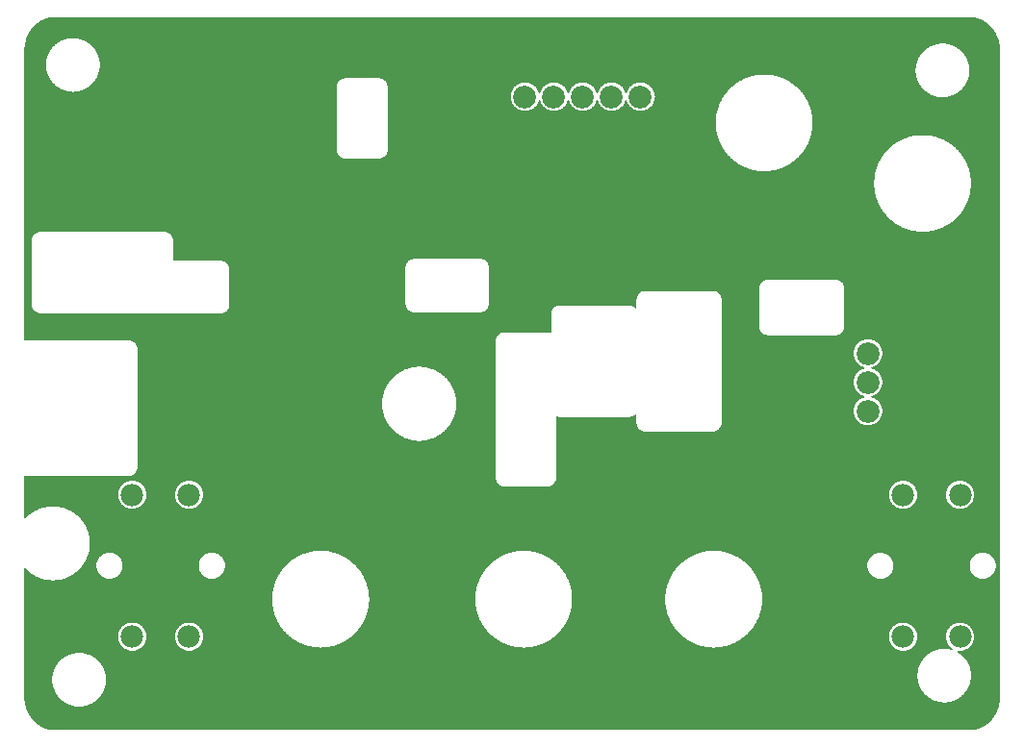
<source format=gtl>
G04 MADE WITH FRITZING*
G04 WWW.FRITZING.ORG*
G04 DOUBLE SIDED*
G04 HOLES PLATED*
G04 CONTOUR ON CENTER OF CONTOUR VECTOR*
%ASAXBY*%
%FSLAX23Y23*%
%MOIN*%
%OFA0B0*%
%SFA1.0B1.0*%
%ADD10C,0.075000*%
%ADD11C,0.078000*%
%ADD12C,0.079370*%
%ADD13R,0.001000X0.001000*%
%LNCOPPER1*%
G90*
G70*
G54D10*
X77Y2268D03*
G54D11*
X3074Y354D03*
X3074Y846D03*
X3271Y354D03*
X3271Y846D03*
X404Y354D03*
X404Y846D03*
X600Y354D03*
X600Y846D03*
G54D12*
X2952Y1137D03*
X2952Y1237D03*
X2952Y1337D03*
X2164Y2227D03*
X2064Y2227D03*
X1964Y2227D03*
X1864Y2227D03*
X1764Y2227D03*
G54D13*
X126Y2502D02*
X3314Y2502D01*
X119Y2501D02*
X3321Y2501D01*
X114Y2500D02*
X3326Y2500D01*
X110Y2499D02*
X3330Y2499D01*
X107Y2498D02*
X3333Y2498D01*
X104Y2497D02*
X3336Y2497D01*
X101Y2496D02*
X3339Y2496D01*
X99Y2495D02*
X3341Y2495D01*
X96Y2494D02*
X3344Y2494D01*
X94Y2493D02*
X3346Y2493D01*
X92Y2492D02*
X3348Y2492D01*
X90Y2491D02*
X3350Y2491D01*
X88Y2490D02*
X3352Y2490D01*
X86Y2489D02*
X3353Y2489D01*
X85Y2488D02*
X3355Y2488D01*
X83Y2487D02*
X3357Y2487D01*
X82Y2486D02*
X3358Y2486D01*
X80Y2485D02*
X3360Y2485D01*
X79Y2484D02*
X3361Y2484D01*
X77Y2483D02*
X3363Y2483D01*
X76Y2482D02*
X3364Y2482D01*
X75Y2481D02*
X3365Y2481D01*
X74Y2480D02*
X3366Y2480D01*
X72Y2479D02*
X3368Y2479D01*
X71Y2478D02*
X3369Y2478D01*
X70Y2477D02*
X3370Y2477D01*
X69Y2476D02*
X3371Y2476D01*
X68Y2475D02*
X3372Y2475D01*
X67Y2474D02*
X3373Y2474D01*
X66Y2473D02*
X3374Y2473D01*
X65Y2472D02*
X3375Y2472D01*
X64Y2471D02*
X3376Y2471D01*
X63Y2470D02*
X3377Y2470D01*
X62Y2469D02*
X3378Y2469D01*
X61Y2468D02*
X3379Y2468D01*
X60Y2467D02*
X3380Y2467D01*
X59Y2466D02*
X3381Y2466D01*
X58Y2465D02*
X3382Y2465D01*
X57Y2464D02*
X3382Y2464D01*
X57Y2463D02*
X3383Y2463D01*
X56Y2462D02*
X3384Y2462D01*
X55Y2461D02*
X3385Y2461D01*
X54Y2460D02*
X3386Y2460D01*
X54Y2459D02*
X3386Y2459D01*
X53Y2458D02*
X3387Y2458D01*
X52Y2457D02*
X3388Y2457D01*
X52Y2456D02*
X3388Y2456D01*
X51Y2455D02*
X3389Y2455D01*
X50Y2454D02*
X3390Y2454D01*
X49Y2453D02*
X3390Y2453D01*
X49Y2452D02*
X3391Y2452D01*
X48Y2451D02*
X3392Y2451D01*
X48Y2450D02*
X3392Y2450D01*
X47Y2449D02*
X3393Y2449D01*
X47Y2448D02*
X3393Y2448D01*
X46Y2447D02*
X3394Y2447D01*
X46Y2446D02*
X3394Y2446D01*
X45Y2445D02*
X3395Y2445D01*
X44Y2444D02*
X3396Y2444D01*
X44Y2443D02*
X3396Y2443D01*
X43Y2442D02*
X3397Y2442D01*
X43Y2441D02*
X3397Y2441D01*
X43Y2440D02*
X3397Y2440D01*
X42Y2439D02*
X3398Y2439D01*
X42Y2438D02*
X3398Y2438D01*
X41Y2437D02*
X3399Y2437D01*
X41Y2436D02*
X3399Y2436D01*
X40Y2435D02*
X3400Y2435D01*
X40Y2434D02*
X3400Y2434D01*
X39Y2433D02*
X3400Y2433D01*
X39Y2432D02*
X3401Y2432D01*
X39Y2431D02*
X3401Y2431D01*
X38Y2430D02*
X3402Y2430D01*
X38Y2429D02*
X187Y2429D01*
X210Y2429D02*
X3402Y2429D01*
X38Y2428D02*
X181Y2428D01*
X217Y2428D02*
X3402Y2428D01*
X37Y2427D02*
X176Y2427D01*
X221Y2427D02*
X3403Y2427D01*
X37Y2426D02*
X172Y2426D01*
X225Y2426D02*
X3403Y2426D01*
X37Y2425D02*
X169Y2425D01*
X228Y2425D02*
X3403Y2425D01*
X36Y2424D02*
X166Y2424D01*
X231Y2424D02*
X3404Y2424D01*
X36Y2423D02*
X164Y2423D01*
X234Y2423D02*
X3404Y2423D01*
X36Y2422D02*
X161Y2422D01*
X236Y2422D02*
X3404Y2422D01*
X35Y2421D02*
X159Y2421D01*
X238Y2421D02*
X3404Y2421D01*
X35Y2420D02*
X157Y2420D01*
X240Y2420D02*
X3405Y2420D01*
X35Y2419D02*
X155Y2419D01*
X242Y2419D02*
X3405Y2419D01*
X35Y2418D02*
X153Y2418D01*
X244Y2418D02*
X3405Y2418D01*
X35Y2417D02*
X151Y2417D01*
X246Y2417D02*
X3405Y2417D01*
X34Y2416D02*
X150Y2416D01*
X247Y2416D02*
X3406Y2416D01*
X34Y2415D02*
X148Y2415D01*
X249Y2415D02*
X3406Y2415D01*
X34Y2414D02*
X146Y2414D01*
X251Y2414D02*
X3406Y2414D01*
X34Y2413D02*
X145Y2413D01*
X252Y2413D02*
X3406Y2413D01*
X33Y2412D02*
X144Y2412D01*
X254Y2412D02*
X3407Y2412D01*
X33Y2411D02*
X142Y2411D01*
X255Y2411D02*
X3407Y2411D01*
X33Y2410D02*
X141Y2410D01*
X256Y2410D02*
X3199Y2410D01*
X3222Y2410D02*
X3407Y2410D01*
X33Y2409D02*
X140Y2409D01*
X258Y2409D02*
X3193Y2409D01*
X3228Y2409D02*
X3407Y2409D01*
X33Y2408D02*
X138Y2408D01*
X259Y2408D02*
X3188Y2408D01*
X3233Y2408D02*
X3407Y2408D01*
X32Y2407D02*
X137Y2407D01*
X260Y2407D02*
X3184Y2407D01*
X3237Y2407D02*
X3408Y2407D01*
X32Y2406D02*
X136Y2406D01*
X261Y2406D02*
X3181Y2406D01*
X3240Y2406D02*
X3408Y2406D01*
X32Y2405D02*
X135Y2405D01*
X262Y2405D02*
X3178Y2405D01*
X3243Y2405D02*
X3408Y2405D01*
X32Y2404D02*
X134Y2404D01*
X263Y2404D02*
X3176Y2404D01*
X3246Y2404D02*
X3408Y2404D01*
X32Y2403D02*
X133Y2403D01*
X264Y2403D02*
X3173Y2403D01*
X3248Y2403D02*
X3408Y2403D01*
X32Y2402D02*
X132Y2402D01*
X265Y2402D02*
X3171Y2402D01*
X3250Y2402D02*
X3408Y2402D01*
X32Y2401D02*
X131Y2401D01*
X266Y2401D02*
X3169Y2401D01*
X3252Y2401D02*
X3408Y2401D01*
X32Y2400D02*
X130Y2400D01*
X267Y2400D02*
X3167Y2400D01*
X3254Y2400D02*
X3408Y2400D01*
X31Y2399D02*
X129Y2399D01*
X268Y2399D02*
X3165Y2399D01*
X3256Y2399D02*
X3408Y2399D01*
X31Y2398D02*
X128Y2398D01*
X269Y2398D02*
X3163Y2398D01*
X3258Y2398D02*
X3409Y2398D01*
X31Y2397D02*
X127Y2397D01*
X270Y2397D02*
X3162Y2397D01*
X3259Y2397D02*
X3409Y2397D01*
X31Y2396D02*
X127Y2396D01*
X271Y2396D02*
X3160Y2396D01*
X3261Y2396D02*
X3409Y2396D01*
X31Y2395D02*
X126Y2395D01*
X271Y2395D02*
X3158Y2395D01*
X3263Y2395D02*
X3409Y2395D01*
X31Y2394D02*
X125Y2394D01*
X272Y2394D02*
X3157Y2394D01*
X3264Y2394D02*
X3409Y2394D01*
X31Y2393D02*
X124Y2393D01*
X273Y2393D02*
X3156Y2393D01*
X3265Y2393D02*
X3409Y2393D01*
X31Y2392D02*
X123Y2392D01*
X274Y2392D02*
X3154Y2392D01*
X3267Y2392D02*
X3409Y2392D01*
X31Y2391D02*
X123Y2391D01*
X274Y2391D02*
X3153Y2391D01*
X3268Y2391D02*
X3409Y2391D01*
X31Y2390D02*
X122Y2390D01*
X275Y2390D02*
X3152Y2390D01*
X3269Y2390D02*
X3409Y2390D01*
X31Y2389D02*
X121Y2389D01*
X276Y2389D02*
X3150Y2389D01*
X3271Y2389D02*
X3409Y2389D01*
X31Y2388D02*
X121Y2388D01*
X277Y2388D02*
X3149Y2388D01*
X3272Y2388D02*
X3409Y2388D01*
X31Y2387D02*
X120Y2387D01*
X277Y2387D02*
X3148Y2387D01*
X3273Y2387D02*
X3409Y2387D01*
X31Y2386D02*
X119Y2386D01*
X278Y2386D02*
X3147Y2386D01*
X3274Y2386D02*
X3409Y2386D01*
X31Y2385D02*
X119Y2385D01*
X278Y2385D02*
X3146Y2385D01*
X3275Y2385D02*
X3409Y2385D01*
X31Y2384D02*
X118Y2384D01*
X279Y2384D02*
X3145Y2384D01*
X3276Y2384D02*
X3409Y2384D01*
X31Y2383D02*
X118Y2383D01*
X280Y2383D02*
X3144Y2383D01*
X3277Y2383D02*
X3409Y2383D01*
X31Y2382D02*
X117Y2382D01*
X280Y2382D02*
X3143Y2382D01*
X3278Y2382D02*
X3409Y2382D01*
X31Y2381D02*
X116Y2381D01*
X281Y2381D02*
X3142Y2381D01*
X3279Y2381D02*
X3409Y2381D01*
X31Y2380D02*
X116Y2380D01*
X281Y2380D02*
X3141Y2380D01*
X3280Y2380D02*
X3409Y2380D01*
X31Y2379D02*
X115Y2379D01*
X282Y2379D02*
X3140Y2379D01*
X3281Y2379D02*
X3409Y2379D01*
X31Y2378D02*
X115Y2378D01*
X282Y2378D02*
X3139Y2378D01*
X3282Y2378D02*
X3409Y2378D01*
X31Y2377D02*
X114Y2377D01*
X283Y2377D02*
X3138Y2377D01*
X3283Y2377D02*
X3409Y2377D01*
X31Y2376D02*
X114Y2376D01*
X283Y2376D02*
X3138Y2376D01*
X3283Y2376D02*
X3409Y2376D01*
X31Y2375D02*
X113Y2375D01*
X284Y2375D02*
X3137Y2375D01*
X3284Y2375D02*
X3409Y2375D01*
X31Y2374D02*
X113Y2374D01*
X284Y2374D02*
X3136Y2374D01*
X3285Y2374D02*
X3409Y2374D01*
X31Y2373D02*
X113Y2373D01*
X285Y2373D02*
X3135Y2373D01*
X3286Y2373D02*
X3409Y2373D01*
X31Y2372D02*
X112Y2372D01*
X285Y2372D02*
X3135Y2372D01*
X3286Y2372D02*
X3409Y2372D01*
X31Y2371D02*
X112Y2371D01*
X285Y2371D02*
X3134Y2371D01*
X3287Y2371D02*
X3409Y2371D01*
X31Y2370D02*
X111Y2370D01*
X286Y2370D02*
X3133Y2370D01*
X3288Y2370D02*
X3409Y2370D01*
X31Y2369D02*
X111Y2369D01*
X286Y2369D02*
X3132Y2369D01*
X3288Y2369D02*
X3409Y2369D01*
X31Y2368D02*
X111Y2368D01*
X287Y2368D02*
X3132Y2368D01*
X3289Y2368D02*
X3409Y2368D01*
X31Y2367D02*
X110Y2367D01*
X287Y2367D02*
X3131Y2367D01*
X3290Y2367D02*
X3409Y2367D01*
X31Y2366D02*
X110Y2366D01*
X287Y2366D02*
X3131Y2366D01*
X3290Y2366D02*
X3409Y2366D01*
X31Y2365D02*
X110Y2365D01*
X288Y2365D02*
X3130Y2365D01*
X3291Y2365D02*
X3409Y2365D01*
X31Y2364D02*
X109Y2364D01*
X288Y2364D02*
X3129Y2364D01*
X3292Y2364D02*
X3409Y2364D01*
X31Y2363D02*
X109Y2363D01*
X288Y2363D02*
X3129Y2363D01*
X3292Y2363D02*
X3409Y2363D01*
X31Y2362D02*
X109Y2362D01*
X289Y2362D02*
X3128Y2362D01*
X3293Y2362D02*
X3409Y2362D01*
X31Y2361D02*
X108Y2361D01*
X289Y2361D02*
X3128Y2361D01*
X3293Y2361D02*
X3409Y2361D01*
X31Y2360D02*
X108Y2360D01*
X289Y2360D02*
X3127Y2360D01*
X3294Y2360D02*
X3409Y2360D01*
X31Y2359D02*
X108Y2359D01*
X289Y2359D02*
X3127Y2359D01*
X3294Y2359D02*
X3409Y2359D01*
X31Y2358D02*
X108Y2358D01*
X290Y2358D02*
X3126Y2358D01*
X3295Y2358D02*
X3409Y2358D01*
X31Y2357D02*
X107Y2357D01*
X290Y2357D02*
X3126Y2357D01*
X3295Y2357D02*
X3409Y2357D01*
X31Y2356D02*
X107Y2356D01*
X290Y2356D02*
X3125Y2356D01*
X3296Y2356D02*
X3409Y2356D01*
X31Y2355D02*
X107Y2355D01*
X290Y2355D02*
X3125Y2355D01*
X3296Y2355D02*
X3409Y2355D01*
X31Y2354D02*
X107Y2354D01*
X290Y2354D02*
X3124Y2354D01*
X3297Y2354D02*
X3409Y2354D01*
X31Y2353D02*
X107Y2353D01*
X291Y2353D02*
X3124Y2353D01*
X3297Y2353D02*
X3409Y2353D01*
X31Y2352D02*
X107Y2352D01*
X291Y2352D02*
X3124Y2352D01*
X3297Y2352D02*
X3409Y2352D01*
X31Y2351D02*
X106Y2351D01*
X291Y2351D02*
X3123Y2351D01*
X3298Y2351D02*
X3409Y2351D01*
X31Y2350D02*
X106Y2350D01*
X291Y2350D02*
X3123Y2350D01*
X3298Y2350D02*
X3409Y2350D01*
X31Y2349D02*
X106Y2349D01*
X291Y2349D02*
X3123Y2349D01*
X3298Y2349D02*
X3409Y2349D01*
X31Y2348D02*
X106Y2348D01*
X291Y2348D02*
X3122Y2348D01*
X3299Y2348D02*
X3409Y2348D01*
X31Y2347D02*
X106Y2347D01*
X292Y2347D02*
X3122Y2347D01*
X3299Y2347D02*
X3409Y2347D01*
X31Y2346D02*
X106Y2346D01*
X292Y2346D02*
X3121Y2346D01*
X3300Y2346D02*
X3409Y2346D01*
X31Y2345D02*
X106Y2345D01*
X292Y2345D02*
X3121Y2345D01*
X3300Y2345D02*
X3409Y2345D01*
X31Y2344D02*
X105Y2344D01*
X292Y2344D02*
X3121Y2344D01*
X3300Y2344D02*
X3409Y2344D01*
X31Y2343D02*
X105Y2343D01*
X292Y2343D02*
X3121Y2343D01*
X3300Y2343D02*
X3409Y2343D01*
X31Y2342D02*
X105Y2342D01*
X292Y2342D02*
X3120Y2342D01*
X3301Y2342D02*
X3409Y2342D01*
X31Y2341D02*
X105Y2341D01*
X292Y2341D02*
X3120Y2341D01*
X3301Y2341D02*
X3409Y2341D01*
X31Y2340D02*
X105Y2340D01*
X292Y2340D02*
X3120Y2340D01*
X3301Y2340D02*
X3409Y2340D01*
X31Y2339D02*
X105Y2339D01*
X292Y2339D02*
X3120Y2339D01*
X3301Y2339D02*
X3409Y2339D01*
X31Y2338D02*
X105Y2338D01*
X292Y2338D02*
X3119Y2338D01*
X3302Y2338D02*
X3409Y2338D01*
X31Y2337D02*
X105Y2337D01*
X292Y2337D02*
X3119Y2337D01*
X3302Y2337D02*
X3409Y2337D01*
X31Y2336D02*
X105Y2336D01*
X292Y2336D02*
X3119Y2336D01*
X3302Y2336D02*
X3409Y2336D01*
X31Y2335D02*
X105Y2335D01*
X292Y2335D02*
X3119Y2335D01*
X3302Y2335D02*
X3409Y2335D01*
X31Y2334D02*
X105Y2334D01*
X292Y2334D02*
X3118Y2334D01*
X3302Y2334D02*
X3409Y2334D01*
X31Y2333D02*
X105Y2333D01*
X292Y2333D02*
X3118Y2333D01*
X3303Y2333D02*
X3409Y2333D01*
X31Y2332D02*
X105Y2332D01*
X292Y2332D02*
X3118Y2332D01*
X3303Y2332D02*
X3409Y2332D01*
X31Y2331D02*
X105Y2331D01*
X292Y2331D02*
X3118Y2331D01*
X3303Y2331D02*
X3409Y2331D01*
X31Y2330D02*
X105Y2330D01*
X292Y2330D02*
X3118Y2330D01*
X3303Y2330D02*
X3409Y2330D01*
X31Y2329D02*
X106Y2329D01*
X292Y2329D02*
X3118Y2329D01*
X3303Y2329D02*
X3409Y2329D01*
X31Y2328D02*
X106Y2328D01*
X292Y2328D02*
X3118Y2328D01*
X3303Y2328D02*
X3409Y2328D01*
X31Y2327D02*
X106Y2327D01*
X292Y2327D02*
X3118Y2327D01*
X3303Y2327D02*
X3409Y2327D01*
X31Y2326D02*
X106Y2326D01*
X291Y2326D02*
X3117Y2326D01*
X3304Y2326D02*
X3409Y2326D01*
X31Y2325D02*
X106Y2325D01*
X291Y2325D02*
X3117Y2325D01*
X3304Y2325D02*
X3409Y2325D01*
X31Y2324D02*
X106Y2324D01*
X291Y2324D02*
X3117Y2324D01*
X3304Y2324D02*
X3409Y2324D01*
X31Y2323D02*
X106Y2323D01*
X291Y2323D02*
X3117Y2323D01*
X3304Y2323D02*
X3409Y2323D01*
X31Y2322D02*
X106Y2322D01*
X291Y2322D02*
X3117Y2322D01*
X3304Y2322D02*
X3409Y2322D01*
X31Y2321D02*
X107Y2321D01*
X291Y2321D02*
X3117Y2321D01*
X3304Y2321D02*
X3409Y2321D01*
X31Y2320D02*
X107Y2320D01*
X291Y2320D02*
X3117Y2320D01*
X3304Y2320D02*
X3409Y2320D01*
X31Y2319D02*
X107Y2319D01*
X290Y2319D02*
X3117Y2319D01*
X3304Y2319D02*
X3409Y2319D01*
X31Y2318D02*
X107Y2318D01*
X290Y2318D02*
X3117Y2318D01*
X3304Y2318D02*
X3409Y2318D01*
X31Y2317D02*
X107Y2317D01*
X290Y2317D02*
X3117Y2317D01*
X3304Y2317D02*
X3409Y2317D01*
X31Y2316D02*
X108Y2316D01*
X290Y2316D02*
X3117Y2316D01*
X3304Y2316D02*
X3409Y2316D01*
X31Y2315D02*
X108Y2315D01*
X289Y2315D02*
X3117Y2315D01*
X3304Y2315D02*
X3409Y2315D01*
X31Y2314D02*
X108Y2314D01*
X289Y2314D02*
X3117Y2314D01*
X3304Y2314D02*
X3409Y2314D01*
X31Y2313D02*
X108Y2313D01*
X289Y2313D02*
X3117Y2313D01*
X3304Y2313D02*
X3409Y2313D01*
X31Y2312D02*
X109Y2312D01*
X289Y2312D02*
X3117Y2312D01*
X3304Y2312D02*
X3409Y2312D01*
X31Y2311D02*
X109Y2311D01*
X288Y2311D02*
X3117Y2311D01*
X3304Y2311D02*
X3409Y2311D01*
X31Y2310D02*
X109Y2310D01*
X288Y2310D02*
X3117Y2310D01*
X3304Y2310D02*
X3409Y2310D01*
X31Y2309D02*
X109Y2309D01*
X288Y2309D02*
X3117Y2309D01*
X3304Y2309D02*
X3409Y2309D01*
X31Y2308D02*
X110Y2308D01*
X287Y2308D02*
X3118Y2308D01*
X3303Y2308D02*
X3409Y2308D01*
X31Y2307D02*
X110Y2307D01*
X287Y2307D02*
X3118Y2307D01*
X3303Y2307D02*
X3409Y2307D01*
X31Y2306D02*
X110Y2306D01*
X287Y2306D02*
X3118Y2306D01*
X3303Y2306D02*
X3409Y2306D01*
X31Y2305D02*
X111Y2305D01*
X286Y2305D02*
X3118Y2305D01*
X3303Y2305D02*
X3409Y2305D01*
X31Y2304D02*
X111Y2304D01*
X286Y2304D02*
X3118Y2304D01*
X3303Y2304D02*
X3409Y2304D01*
X31Y2303D02*
X112Y2303D01*
X286Y2303D02*
X2579Y2303D01*
X2607Y2303D02*
X3118Y2303D01*
X3303Y2303D02*
X3409Y2303D01*
X31Y2302D02*
X112Y2302D01*
X285Y2302D02*
X2570Y2302D01*
X2616Y2302D02*
X3118Y2302D01*
X3303Y2302D02*
X3409Y2302D01*
X31Y2301D02*
X112Y2301D01*
X285Y2301D02*
X2563Y2301D01*
X2622Y2301D02*
X3119Y2301D01*
X3302Y2301D02*
X3409Y2301D01*
X31Y2300D02*
X113Y2300D01*
X284Y2300D02*
X2558Y2300D01*
X2628Y2300D02*
X3119Y2300D01*
X3302Y2300D02*
X3409Y2300D01*
X31Y2299D02*
X113Y2299D01*
X284Y2299D02*
X2554Y2299D01*
X2632Y2299D02*
X3119Y2299D01*
X3302Y2299D02*
X3409Y2299D01*
X31Y2298D02*
X114Y2298D01*
X284Y2298D02*
X2550Y2298D01*
X2635Y2298D02*
X3119Y2298D01*
X3302Y2298D02*
X3409Y2298D01*
X31Y2297D02*
X114Y2297D01*
X283Y2297D02*
X2546Y2297D01*
X2639Y2297D02*
X3119Y2297D01*
X3302Y2297D02*
X3409Y2297D01*
X31Y2296D02*
X115Y2296D01*
X283Y2296D02*
X2542Y2296D01*
X2643Y2296D02*
X3120Y2296D01*
X3301Y2296D02*
X3409Y2296D01*
X31Y2295D02*
X115Y2295D01*
X282Y2295D02*
X2540Y2295D01*
X2646Y2295D02*
X3120Y2295D01*
X3301Y2295D02*
X3409Y2295D01*
X31Y2294D02*
X116Y2294D01*
X282Y2294D02*
X2537Y2294D01*
X2649Y2294D02*
X3120Y2294D01*
X3301Y2294D02*
X3409Y2294D01*
X31Y2293D02*
X116Y2293D01*
X281Y2293D02*
X2534Y2293D01*
X2651Y2293D02*
X3120Y2293D01*
X3301Y2293D02*
X3409Y2293D01*
X31Y2292D02*
X117Y2292D01*
X281Y2292D02*
X2531Y2292D01*
X2654Y2292D02*
X3121Y2292D01*
X3300Y2292D02*
X3409Y2292D01*
X31Y2291D02*
X117Y2291D01*
X280Y2291D02*
X2529Y2291D01*
X2657Y2291D02*
X3121Y2291D01*
X3300Y2291D02*
X3409Y2291D01*
X31Y2290D02*
X118Y2290D01*
X279Y2290D02*
X1138Y2290D01*
X1262Y2290D02*
X2526Y2290D01*
X2659Y2290D02*
X3121Y2290D01*
X3300Y2290D02*
X3409Y2290D01*
X31Y2289D02*
X118Y2289D01*
X279Y2289D02*
X1133Y2289D01*
X1267Y2289D02*
X2524Y2289D01*
X2661Y2289D02*
X3122Y2289D01*
X3299Y2289D02*
X3409Y2289D01*
X31Y2288D02*
X119Y2288D01*
X278Y2288D02*
X1130Y2288D01*
X1270Y2288D02*
X2522Y2288D01*
X2663Y2288D02*
X3122Y2288D01*
X3299Y2288D02*
X3409Y2288D01*
X31Y2287D02*
X120Y2287D01*
X278Y2287D02*
X1128Y2287D01*
X1273Y2287D02*
X2520Y2287D01*
X2665Y2287D02*
X3122Y2287D01*
X3299Y2287D02*
X3409Y2287D01*
X31Y2286D02*
X120Y2286D01*
X277Y2286D02*
X1126Y2286D01*
X1274Y2286D02*
X2518Y2286D01*
X2668Y2286D02*
X3123Y2286D01*
X3298Y2286D02*
X3409Y2286D01*
X31Y2285D02*
X121Y2285D01*
X276Y2285D02*
X1124Y2285D01*
X1276Y2285D02*
X2516Y2285D01*
X2670Y2285D02*
X3123Y2285D01*
X3298Y2285D02*
X3409Y2285D01*
X31Y2284D02*
X122Y2284D01*
X276Y2284D02*
X1123Y2284D01*
X1277Y2284D02*
X2514Y2284D01*
X2672Y2284D02*
X3123Y2284D01*
X3298Y2284D02*
X3409Y2284D01*
X31Y2283D02*
X122Y2283D01*
X275Y2283D02*
X1122Y2283D01*
X1279Y2283D02*
X2512Y2283D01*
X2674Y2283D02*
X3124Y2283D01*
X3297Y2283D02*
X3409Y2283D01*
X31Y2282D02*
X123Y2282D01*
X274Y2282D02*
X1121Y2282D01*
X1280Y2282D02*
X2510Y2282D01*
X2675Y2282D02*
X3124Y2282D01*
X3297Y2282D02*
X3409Y2282D01*
X31Y2281D02*
X124Y2281D01*
X273Y2281D02*
X1120Y2281D01*
X1281Y2281D02*
X2508Y2281D01*
X2677Y2281D02*
X3125Y2281D01*
X3296Y2281D02*
X3409Y2281D01*
X31Y2280D02*
X125Y2280D01*
X273Y2280D02*
X1119Y2280D01*
X1282Y2280D02*
X2507Y2280D01*
X2679Y2280D02*
X3125Y2280D01*
X3296Y2280D02*
X3409Y2280D01*
X31Y2279D02*
X125Y2279D01*
X272Y2279D02*
X1118Y2279D01*
X1283Y2279D02*
X2505Y2279D01*
X2680Y2279D02*
X3126Y2279D01*
X3295Y2279D02*
X3409Y2279D01*
X31Y2278D02*
X126Y2278D01*
X271Y2278D02*
X1117Y2278D01*
X1283Y2278D02*
X2504Y2278D01*
X2682Y2278D02*
X3126Y2278D01*
X3295Y2278D02*
X3409Y2278D01*
X31Y2277D02*
X127Y2277D01*
X270Y2277D02*
X1116Y2277D01*
X1284Y2277D02*
X2502Y2277D01*
X2684Y2277D02*
X3126Y2277D01*
X3294Y2277D02*
X3409Y2277D01*
X31Y2276D02*
X128Y2276D01*
X269Y2276D02*
X1116Y2276D01*
X1285Y2276D02*
X1760Y2276D01*
X1770Y2276D02*
X1860Y2276D01*
X1870Y2276D02*
X1960Y2276D01*
X1970Y2276D02*
X2060Y2276D01*
X2070Y2276D02*
X2160Y2276D01*
X2170Y2276D02*
X2500Y2276D01*
X2685Y2276D02*
X3127Y2276D01*
X3294Y2276D02*
X3409Y2276D01*
X31Y2275D02*
X129Y2275D01*
X268Y2275D02*
X1115Y2275D01*
X1285Y2275D02*
X1753Y2275D01*
X1776Y2275D02*
X1853Y2275D01*
X1876Y2275D02*
X1953Y2275D01*
X1976Y2275D02*
X2053Y2275D01*
X2076Y2275D02*
X2153Y2275D01*
X2176Y2275D02*
X2499Y2275D01*
X2687Y2275D02*
X3127Y2275D01*
X3293Y2275D02*
X3409Y2275D01*
X31Y2274D02*
X130Y2274D01*
X268Y2274D02*
X1115Y2274D01*
X1286Y2274D02*
X1750Y2274D01*
X1779Y2274D02*
X1850Y2274D01*
X1879Y2274D02*
X1950Y2274D01*
X1979Y2274D02*
X2050Y2274D01*
X2079Y2274D02*
X2150Y2274D01*
X2179Y2274D02*
X2497Y2274D01*
X2688Y2274D02*
X3128Y2274D01*
X3293Y2274D02*
X3409Y2274D01*
X31Y2273D02*
X131Y2273D01*
X267Y2273D02*
X1114Y2273D01*
X1286Y2273D02*
X1747Y2273D01*
X1782Y2273D02*
X1847Y2273D01*
X1882Y2273D02*
X1947Y2273D01*
X1982Y2273D02*
X2047Y2273D01*
X2082Y2273D02*
X2147Y2273D01*
X2182Y2273D02*
X2496Y2273D01*
X2690Y2273D02*
X3129Y2273D01*
X3292Y2273D02*
X3409Y2273D01*
X31Y2272D02*
X131Y2272D01*
X266Y2272D02*
X1114Y2272D01*
X1287Y2272D02*
X1744Y2272D01*
X1785Y2272D02*
X1844Y2272D01*
X1885Y2272D02*
X1944Y2272D01*
X1985Y2272D02*
X2044Y2272D01*
X2085Y2272D02*
X2144Y2272D01*
X2185Y2272D02*
X2494Y2272D01*
X2691Y2272D02*
X3129Y2272D01*
X3292Y2272D02*
X3409Y2272D01*
X31Y2271D02*
X132Y2271D01*
X265Y2271D02*
X1113Y2271D01*
X1287Y2271D02*
X1742Y2271D01*
X1787Y2271D02*
X1842Y2271D01*
X1887Y2271D02*
X1942Y2271D01*
X1987Y2271D02*
X2042Y2271D01*
X2087Y2271D02*
X2142Y2271D01*
X2187Y2271D02*
X2493Y2271D01*
X2692Y2271D02*
X3130Y2271D01*
X3291Y2271D02*
X3409Y2271D01*
X31Y2270D02*
X134Y2270D01*
X264Y2270D02*
X1113Y2270D01*
X1287Y2270D02*
X1741Y2270D01*
X1788Y2270D02*
X1841Y2270D01*
X1888Y2270D02*
X1940Y2270D01*
X1988Y2270D02*
X2040Y2270D01*
X2088Y2270D02*
X2140Y2270D01*
X2188Y2270D02*
X2492Y2270D01*
X2694Y2270D02*
X3130Y2270D01*
X3291Y2270D02*
X3409Y2270D01*
X31Y2269D02*
X135Y2269D01*
X263Y2269D02*
X1113Y2269D01*
X1288Y2269D02*
X1739Y2269D01*
X1790Y2269D02*
X1839Y2269D01*
X1890Y2269D02*
X1939Y2269D01*
X1990Y2269D02*
X2039Y2269D01*
X2090Y2269D02*
X2139Y2269D01*
X2190Y2269D02*
X2490Y2269D01*
X2695Y2269D02*
X3131Y2269D01*
X3290Y2269D02*
X3409Y2269D01*
X31Y2268D02*
X136Y2268D01*
X262Y2268D02*
X1112Y2268D01*
X1288Y2268D02*
X1737Y2268D01*
X1792Y2268D02*
X1837Y2268D01*
X1892Y2268D02*
X1937Y2268D01*
X1992Y2268D02*
X2037Y2268D01*
X2092Y2268D02*
X2137Y2268D01*
X2192Y2268D02*
X2489Y2268D01*
X2696Y2268D02*
X3132Y2268D01*
X3289Y2268D02*
X3409Y2268D01*
X31Y2267D02*
X137Y2267D01*
X260Y2267D02*
X1112Y2267D01*
X1288Y2267D02*
X1735Y2267D01*
X1794Y2267D02*
X1835Y2267D01*
X1894Y2267D02*
X1935Y2267D01*
X1994Y2267D02*
X2035Y2267D01*
X2094Y2267D02*
X2135Y2267D01*
X2194Y2267D02*
X2488Y2267D01*
X2698Y2267D02*
X3132Y2267D01*
X3289Y2267D02*
X3409Y2267D01*
X31Y2266D02*
X138Y2266D01*
X259Y2266D02*
X1112Y2266D01*
X1289Y2266D02*
X1734Y2266D01*
X1795Y2266D02*
X1834Y2266D01*
X1895Y2266D02*
X1934Y2266D01*
X1995Y2266D02*
X2034Y2266D01*
X2095Y2266D02*
X2134Y2266D01*
X2195Y2266D02*
X2486Y2266D01*
X2699Y2266D02*
X3133Y2266D01*
X3288Y2266D02*
X3409Y2266D01*
X31Y2265D02*
X139Y2265D01*
X258Y2265D02*
X1112Y2265D01*
X1289Y2265D02*
X1733Y2265D01*
X1796Y2265D02*
X1833Y2265D01*
X1896Y2265D02*
X1933Y2265D01*
X1996Y2265D02*
X2033Y2265D01*
X2096Y2265D02*
X2133Y2265D01*
X2196Y2265D02*
X2485Y2265D01*
X2700Y2265D02*
X3133Y2265D01*
X3288Y2265D02*
X3409Y2265D01*
X31Y2264D02*
X140Y2264D01*
X257Y2264D02*
X1111Y2264D01*
X1289Y2264D02*
X1732Y2264D01*
X1797Y2264D02*
X1832Y2264D01*
X1897Y2264D02*
X1932Y2264D01*
X1997Y2264D02*
X2032Y2264D01*
X2097Y2264D02*
X2132Y2264D01*
X2197Y2264D02*
X2484Y2264D01*
X2701Y2264D02*
X3134Y2264D01*
X3287Y2264D02*
X3409Y2264D01*
X31Y2263D02*
X142Y2263D01*
X256Y2263D02*
X1111Y2263D01*
X1289Y2263D02*
X1730Y2263D01*
X1799Y2263D02*
X1830Y2263D01*
X1899Y2263D02*
X1930Y2263D01*
X1999Y2263D02*
X2030Y2263D01*
X2099Y2263D02*
X2130Y2263D01*
X2199Y2263D02*
X2483Y2263D01*
X2702Y2263D02*
X3135Y2263D01*
X3286Y2263D02*
X3409Y2263D01*
X31Y2262D02*
X143Y2262D01*
X254Y2262D02*
X1111Y2262D01*
X1289Y2262D02*
X1729Y2262D01*
X1800Y2262D02*
X1829Y2262D01*
X1900Y2262D02*
X1929Y2262D01*
X2000Y2262D02*
X2029Y2262D01*
X2100Y2262D02*
X2129Y2262D01*
X2200Y2262D02*
X2482Y2262D01*
X2704Y2262D02*
X3136Y2262D01*
X3285Y2262D02*
X3409Y2262D01*
X31Y2261D02*
X144Y2261D01*
X253Y2261D02*
X1111Y2261D01*
X1289Y2261D02*
X1728Y2261D01*
X1801Y2261D02*
X1828Y2261D01*
X1901Y2261D02*
X1928Y2261D01*
X2001Y2261D02*
X2028Y2261D01*
X2101Y2261D02*
X2128Y2261D01*
X2201Y2261D02*
X2481Y2261D01*
X2705Y2261D02*
X3136Y2261D01*
X3285Y2261D02*
X3409Y2261D01*
X31Y2260D02*
X146Y2260D01*
X252Y2260D02*
X1111Y2260D01*
X1289Y2260D02*
X1727Y2260D01*
X1802Y2260D02*
X1827Y2260D01*
X1902Y2260D02*
X1927Y2260D01*
X2002Y2260D02*
X2027Y2260D01*
X2102Y2260D02*
X2127Y2260D01*
X2201Y2260D02*
X2480Y2260D01*
X2706Y2260D02*
X3137Y2260D01*
X3284Y2260D02*
X3409Y2260D01*
X31Y2259D02*
X147Y2259D01*
X250Y2259D02*
X1111Y2259D01*
X1289Y2259D02*
X1727Y2259D01*
X1802Y2259D02*
X1827Y2259D01*
X1902Y2259D02*
X1927Y2259D01*
X2002Y2259D02*
X2027Y2259D01*
X2102Y2259D02*
X2127Y2259D01*
X2202Y2259D02*
X2479Y2259D01*
X2707Y2259D02*
X3138Y2259D01*
X3283Y2259D02*
X3409Y2259D01*
X31Y2258D02*
X149Y2258D01*
X248Y2258D02*
X1111Y2258D01*
X1289Y2258D02*
X1726Y2258D01*
X1803Y2258D02*
X1826Y2258D01*
X1903Y2258D02*
X1926Y2258D01*
X2003Y2258D02*
X2026Y2258D01*
X2103Y2258D02*
X2126Y2258D01*
X2203Y2258D02*
X2477Y2258D01*
X2708Y2258D02*
X3139Y2258D01*
X3282Y2258D02*
X3409Y2258D01*
X31Y2257D02*
X151Y2257D01*
X247Y2257D02*
X1111Y2257D01*
X1289Y2257D02*
X1725Y2257D01*
X1804Y2257D02*
X1825Y2257D01*
X1904Y2257D02*
X1925Y2257D01*
X2004Y2257D02*
X2025Y2257D01*
X2104Y2257D02*
X2125Y2257D01*
X2204Y2257D02*
X2476Y2257D01*
X2709Y2257D02*
X3140Y2257D01*
X3281Y2257D02*
X3409Y2257D01*
X31Y2256D02*
X152Y2256D01*
X245Y2256D02*
X1111Y2256D01*
X1289Y2256D02*
X1724Y2256D01*
X1805Y2256D02*
X1824Y2256D01*
X1905Y2256D02*
X1924Y2256D01*
X2005Y2256D02*
X2024Y2256D01*
X2105Y2256D02*
X2124Y2256D01*
X2205Y2256D02*
X2475Y2256D01*
X2710Y2256D02*
X3141Y2256D01*
X3280Y2256D02*
X3409Y2256D01*
X31Y2255D02*
X154Y2255D01*
X243Y2255D02*
X1111Y2255D01*
X1289Y2255D02*
X1723Y2255D01*
X1806Y2255D02*
X1823Y2255D01*
X1906Y2255D02*
X1923Y2255D01*
X2006Y2255D02*
X2023Y2255D01*
X2106Y2255D02*
X2123Y2255D01*
X2206Y2255D02*
X2474Y2255D01*
X2711Y2255D02*
X3142Y2255D01*
X3279Y2255D02*
X3409Y2255D01*
X31Y2254D02*
X156Y2254D01*
X241Y2254D02*
X1111Y2254D01*
X1289Y2254D02*
X1723Y2254D01*
X1806Y2254D02*
X1823Y2254D01*
X1906Y2254D02*
X1923Y2254D01*
X2006Y2254D02*
X2023Y2254D01*
X2106Y2254D02*
X2123Y2254D01*
X2206Y2254D02*
X2473Y2254D01*
X2712Y2254D02*
X3142Y2254D01*
X3279Y2254D02*
X3409Y2254D01*
X31Y2253D02*
X158Y2253D01*
X239Y2253D02*
X1111Y2253D01*
X1289Y2253D02*
X1722Y2253D01*
X1807Y2253D02*
X1822Y2253D01*
X1907Y2253D02*
X1922Y2253D01*
X2007Y2253D02*
X2022Y2253D01*
X2107Y2253D02*
X2122Y2253D01*
X2207Y2253D02*
X2472Y2253D01*
X2713Y2253D02*
X3143Y2253D01*
X3278Y2253D02*
X3409Y2253D01*
X31Y2252D02*
X160Y2252D01*
X237Y2252D02*
X1111Y2252D01*
X1289Y2252D02*
X1722Y2252D01*
X1807Y2252D02*
X1822Y2252D01*
X1907Y2252D02*
X1922Y2252D01*
X2007Y2252D02*
X2022Y2252D01*
X2107Y2252D02*
X2122Y2252D01*
X2207Y2252D02*
X2471Y2252D01*
X2714Y2252D02*
X3144Y2252D01*
X3277Y2252D02*
X3409Y2252D01*
X31Y2251D02*
X162Y2251D01*
X235Y2251D02*
X1111Y2251D01*
X1289Y2251D02*
X1721Y2251D01*
X1808Y2251D02*
X1821Y2251D01*
X1908Y2251D02*
X1921Y2251D01*
X2008Y2251D02*
X2021Y2251D01*
X2108Y2251D02*
X2121Y2251D01*
X2208Y2251D02*
X2470Y2251D01*
X2715Y2251D02*
X3145Y2251D01*
X3276Y2251D02*
X3409Y2251D01*
X31Y2250D02*
X165Y2250D01*
X232Y2250D02*
X1111Y2250D01*
X1289Y2250D02*
X1721Y2250D01*
X1808Y2250D02*
X1821Y2250D01*
X1908Y2250D02*
X1921Y2250D01*
X2008Y2250D02*
X2021Y2250D01*
X2108Y2250D02*
X2121Y2250D01*
X2208Y2250D02*
X2470Y2250D01*
X2716Y2250D02*
X3147Y2250D01*
X3275Y2250D02*
X3409Y2250D01*
X31Y2249D02*
X168Y2249D01*
X229Y2249D02*
X1111Y2249D01*
X1289Y2249D02*
X1720Y2249D01*
X1809Y2249D02*
X1820Y2249D01*
X1909Y2249D02*
X1920Y2249D01*
X2009Y2249D02*
X2020Y2249D01*
X2109Y2249D02*
X2120Y2249D01*
X2209Y2249D02*
X2469Y2249D01*
X2717Y2249D02*
X3148Y2249D01*
X3273Y2249D02*
X3409Y2249D01*
X31Y2248D02*
X171Y2248D01*
X227Y2248D02*
X1111Y2248D01*
X1289Y2248D02*
X1720Y2248D01*
X1809Y2248D02*
X1820Y2248D01*
X1909Y2248D02*
X1920Y2248D01*
X2009Y2248D02*
X2019Y2248D01*
X2109Y2248D02*
X2119Y2248D01*
X2209Y2248D02*
X2468Y2248D01*
X2718Y2248D02*
X3149Y2248D01*
X3272Y2248D02*
X3409Y2248D01*
X31Y2247D02*
X174Y2247D01*
X223Y2247D02*
X1111Y2247D01*
X1289Y2247D02*
X1719Y2247D01*
X1810Y2247D02*
X1819Y2247D01*
X1910Y2247D02*
X1919Y2247D01*
X2010Y2247D02*
X2019Y2247D01*
X2110Y2247D02*
X2119Y2247D01*
X2210Y2247D02*
X2467Y2247D01*
X2719Y2247D02*
X3150Y2247D01*
X3271Y2247D02*
X3409Y2247D01*
X31Y2246D02*
X178Y2246D01*
X219Y2246D02*
X1111Y2246D01*
X1289Y2246D02*
X1718Y2246D01*
X1811Y2246D02*
X1818Y2246D01*
X1911Y2246D02*
X1918Y2246D01*
X2011Y2246D02*
X2018Y2246D01*
X2110Y2246D02*
X2118Y2246D01*
X2210Y2246D02*
X2466Y2246D01*
X2720Y2246D02*
X3151Y2246D01*
X3270Y2246D02*
X3409Y2246D01*
X31Y2245D02*
X184Y2245D01*
X213Y2245D02*
X1111Y2245D01*
X1289Y2245D02*
X1718Y2245D01*
X1811Y2245D02*
X1818Y2245D01*
X1911Y2245D02*
X1918Y2245D01*
X2011Y2245D02*
X2018Y2245D01*
X2111Y2245D02*
X2118Y2245D01*
X2211Y2245D02*
X2465Y2245D01*
X2720Y2245D02*
X3152Y2245D01*
X3269Y2245D02*
X3409Y2245D01*
X31Y2244D02*
X194Y2244D01*
X203Y2244D02*
X1111Y2244D01*
X1289Y2244D02*
X1718Y2244D01*
X1811Y2244D02*
X1818Y2244D01*
X1911Y2244D02*
X1918Y2244D01*
X2011Y2244D02*
X2018Y2244D01*
X2111Y2244D02*
X2118Y2244D01*
X2211Y2244D02*
X2464Y2244D01*
X2721Y2244D02*
X3154Y2244D01*
X3267Y2244D02*
X3409Y2244D01*
X31Y2243D02*
X1111Y2243D01*
X1289Y2243D02*
X1717Y2243D01*
X1812Y2243D02*
X1817Y2243D01*
X1912Y2243D02*
X1917Y2243D01*
X2012Y2243D02*
X2017Y2243D01*
X2112Y2243D02*
X2117Y2243D01*
X2212Y2243D02*
X2463Y2243D01*
X2722Y2243D02*
X3155Y2243D01*
X3266Y2243D02*
X3409Y2243D01*
X31Y2242D02*
X1111Y2242D01*
X1289Y2242D02*
X1717Y2242D01*
X1812Y2242D02*
X1817Y2242D01*
X1912Y2242D02*
X1917Y2242D01*
X2012Y2242D02*
X2017Y2242D01*
X2112Y2242D02*
X2117Y2242D01*
X2212Y2242D02*
X2462Y2242D01*
X2723Y2242D02*
X3156Y2242D01*
X3265Y2242D02*
X3409Y2242D01*
X31Y2241D02*
X1111Y2241D01*
X1289Y2241D02*
X1717Y2241D01*
X1812Y2241D02*
X1817Y2241D01*
X1912Y2241D02*
X1917Y2241D01*
X2012Y2241D02*
X2017Y2241D01*
X2112Y2241D02*
X2117Y2241D01*
X2212Y2241D02*
X2462Y2241D01*
X2724Y2241D02*
X3158Y2241D01*
X3263Y2241D02*
X3409Y2241D01*
X31Y2240D02*
X1111Y2240D01*
X1289Y2240D02*
X1716Y2240D01*
X1813Y2240D02*
X1816Y2240D01*
X1913Y2240D02*
X1916Y2240D01*
X2013Y2240D02*
X2016Y2240D01*
X2113Y2240D02*
X2116Y2240D01*
X2212Y2240D02*
X2461Y2240D01*
X2725Y2240D02*
X3159Y2240D01*
X3262Y2240D02*
X3409Y2240D01*
X31Y2239D02*
X1111Y2239D01*
X1289Y2239D02*
X1716Y2239D01*
X1813Y2239D02*
X1816Y2239D01*
X1913Y2239D02*
X1916Y2239D01*
X2013Y2239D02*
X2016Y2239D01*
X2113Y2239D02*
X2116Y2239D01*
X2213Y2239D02*
X2460Y2239D01*
X2725Y2239D02*
X3161Y2239D01*
X3260Y2239D02*
X3409Y2239D01*
X31Y2238D02*
X1111Y2238D01*
X1289Y2238D02*
X1716Y2238D01*
X2213Y2238D02*
X2459Y2238D01*
X2726Y2238D02*
X3162Y2238D01*
X3259Y2238D02*
X3409Y2238D01*
X31Y2237D02*
X1111Y2237D01*
X1289Y2237D02*
X1716Y2237D01*
X2213Y2237D02*
X2459Y2237D01*
X2727Y2237D02*
X3164Y2237D01*
X3257Y2237D02*
X3409Y2237D01*
X31Y2236D02*
X1111Y2236D01*
X1289Y2236D02*
X1715Y2236D01*
X2214Y2236D02*
X2458Y2236D01*
X2728Y2236D02*
X3166Y2236D01*
X3255Y2236D02*
X3409Y2236D01*
X31Y2235D02*
X1111Y2235D01*
X1289Y2235D02*
X1715Y2235D01*
X2214Y2235D02*
X2457Y2235D01*
X2728Y2235D02*
X3168Y2235D01*
X3253Y2235D02*
X3409Y2235D01*
X31Y2234D02*
X1111Y2234D01*
X1289Y2234D02*
X1715Y2234D01*
X2214Y2234D02*
X2456Y2234D01*
X2729Y2234D02*
X3170Y2234D01*
X3251Y2234D02*
X3409Y2234D01*
X31Y2233D02*
X1111Y2233D01*
X1289Y2233D02*
X1715Y2233D01*
X2214Y2233D02*
X2456Y2233D01*
X2730Y2233D02*
X3172Y2233D01*
X3249Y2233D02*
X3409Y2233D01*
X31Y2232D02*
X1111Y2232D01*
X1289Y2232D02*
X1715Y2232D01*
X2214Y2232D02*
X2455Y2232D01*
X2731Y2232D02*
X3174Y2232D01*
X3247Y2232D02*
X3409Y2232D01*
X31Y2231D02*
X1111Y2231D01*
X1289Y2231D02*
X1715Y2231D01*
X2214Y2231D02*
X2454Y2231D01*
X2731Y2231D02*
X3177Y2231D01*
X3244Y2231D02*
X3409Y2231D01*
X31Y2230D02*
X1111Y2230D01*
X1289Y2230D02*
X1715Y2230D01*
X2214Y2230D02*
X2453Y2230D01*
X2732Y2230D02*
X3180Y2230D01*
X3241Y2230D02*
X3409Y2230D01*
X31Y2229D02*
X1111Y2229D01*
X1289Y2229D02*
X1714Y2229D01*
X2214Y2229D02*
X2453Y2229D01*
X2733Y2229D02*
X3182Y2229D01*
X3239Y2229D02*
X3409Y2229D01*
X31Y2228D02*
X1111Y2228D01*
X1289Y2228D02*
X1714Y2228D01*
X2215Y2228D02*
X2452Y2228D01*
X2733Y2228D02*
X3186Y2228D01*
X3235Y2228D02*
X3409Y2228D01*
X31Y2227D02*
X1111Y2227D01*
X1289Y2227D02*
X1714Y2227D01*
X2215Y2227D02*
X2452Y2227D01*
X2734Y2227D02*
X3190Y2227D01*
X3231Y2227D02*
X3409Y2227D01*
X31Y2226D02*
X1111Y2226D01*
X1289Y2226D02*
X1714Y2226D01*
X2215Y2226D02*
X2451Y2226D01*
X2735Y2226D02*
X3196Y2226D01*
X3225Y2226D02*
X3409Y2226D01*
X31Y2225D02*
X1111Y2225D01*
X1289Y2225D02*
X1714Y2225D01*
X2215Y2225D02*
X2450Y2225D01*
X2735Y2225D02*
X3206Y2225D01*
X3215Y2225D02*
X3409Y2225D01*
X31Y2224D02*
X1111Y2224D01*
X1289Y2224D02*
X1714Y2224D01*
X2214Y2224D02*
X2450Y2224D01*
X2736Y2224D02*
X3409Y2224D01*
X31Y2223D02*
X1111Y2223D01*
X1289Y2223D02*
X1715Y2223D01*
X2214Y2223D02*
X2449Y2223D01*
X2736Y2223D02*
X3409Y2223D01*
X31Y2222D02*
X1111Y2222D01*
X1289Y2222D02*
X1715Y2222D01*
X2214Y2222D02*
X2448Y2222D01*
X2737Y2222D02*
X3409Y2222D01*
X31Y2221D02*
X1111Y2221D01*
X1289Y2221D02*
X1715Y2221D01*
X2214Y2221D02*
X2448Y2221D01*
X2738Y2221D02*
X3409Y2221D01*
X31Y2220D02*
X1111Y2220D01*
X1289Y2220D02*
X1715Y2220D01*
X2214Y2220D02*
X2447Y2220D01*
X2738Y2220D02*
X3409Y2220D01*
X31Y2219D02*
X1111Y2219D01*
X1289Y2219D02*
X1715Y2219D01*
X2214Y2219D02*
X2447Y2219D01*
X2739Y2219D02*
X3409Y2219D01*
X31Y2218D02*
X1111Y2218D01*
X1289Y2218D02*
X1715Y2218D01*
X2214Y2218D02*
X2446Y2218D01*
X2739Y2218D02*
X3409Y2218D01*
X31Y2217D02*
X1111Y2217D01*
X1289Y2217D02*
X1715Y2217D01*
X2214Y2217D02*
X2445Y2217D01*
X2740Y2217D02*
X3409Y2217D01*
X31Y2216D02*
X1111Y2216D01*
X1289Y2216D02*
X1716Y2216D01*
X2213Y2216D02*
X2445Y2216D01*
X2741Y2216D02*
X3409Y2216D01*
X31Y2215D02*
X1111Y2215D01*
X1289Y2215D02*
X1716Y2215D01*
X1814Y2215D02*
X1815Y2215D01*
X1914Y2215D02*
X1915Y2215D01*
X2014Y2215D02*
X2015Y2215D01*
X2114Y2215D02*
X2115Y2215D01*
X2213Y2215D02*
X2444Y2215D01*
X2741Y2215D02*
X3409Y2215D01*
X31Y2214D02*
X1111Y2214D01*
X1289Y2214D02*
X1716Y2214D01*
X1813Y2214D02*
X1816Y2214D01*
X1913Y2214D02*
X1916Y2214D01*
X2013Y2214D02*
X2016Y2214D01*
X2113Y2214D02*
X2116Y2214D01*
X2213Y2214D02*
X2444Y2214D01*
X2742Y2214D02*
X3409Y2214D01*
X31Y2213D02*
X1111Y2213D01*
X1289Y2213D02*
X1717Y2213D01*
X1812Y2213D02*
X1817Y2213D01*
X1912Y2213D02*
X1917Y2213D01*
X2012Y2213D02*
X2017Y2213D01*
X2112Y2213D02*
X2117Y2213D01*
X2212Y2213D02*
X2443Y2213D01*
X2742Y2213D02*
X3409Y2213D01*
X31Y2212D02*
X1111Y2212D01*
X1289Y2212D02*
X1717Y2212D01*
X1812Y2212D02*
X1817Y2212D01*
X1912Y2212D02*
X1917Y2212D01*
X2012Y2212D02*
X2017Y2212D01*
X2112Y2212D02*
X2117Y2212D01*
X2212Y2212D02*
X2443Y2212D01*
X2743Y2212D02*
X3409Y2212D01*
X31Y2211D02*
X1111Y2211D01*
X1289Y2211D02*
X1717Y2211D01*
X1812Y2211D02*
X1817Y2211D01*
X1912Y2211D02*
X1917Y2211D01*
X2012Y2211D02*
X2017Y2211D01*
X2112Y2211D02*
X2117Y2211D01*
X2212Y2211D02*
X2442Y2211D01*
X2743Y2211D02*
X3409Y2211D01*
X31Y2210D02*
X1111Y2210D01*
X1289Y2210D02*
X1718Y2210D01*
X1812Y2210D02*
X1818Y2210D01*
X1911Y2210D02*
X1918Y2210D01*
X2011Y2210D02*
X2018Y2210D01*
X2111Y2210D02*
X2117Y2210D01*
X2211Y2210D02*
X2442Y2210D01*
X2744Y2210D02*
X3409Y2210D01*
X31Y2209D02*
X1111Y2209D01*
X1289Y2209D02*
X1718Y2209D01*
X1811Y2209D02*
X1818Y2209D01*
X1911Y2209D02*
X1918Y2209D01*
X2011Y2209D02*
X2018Y2209D01*
X2111Y2209D02*
X2118Y2209D01*
X2211Y2209D02*
X2441Y2209D01*
X2744Y2209D02*
X3409Y2209D01*
X31Y2208D02*
X1111Y2208D01*
X1289Y2208D02*
X1718Y2208D01*
X1811Y2208D02*
X1818Y2208D01*
X1911Y2208D02*
X1918Y2208D01*
X2011Y2208D02*
X2018Y2208D01*
X2111Y2208D02*
X2118Y2208D01*
X2211Y2208D02*
X2441Y2208D01*
X2745Y2208D02*
X3409Y2208D01*
X31Y2207D02*
X1111Y2207D01*
X1289Y2207D02*
X1719Y2207D01*
X1810Y2207D02*
X1819Y2207D01*
X1910Y2207D02*
X1919Y2207D01*
X2010Y2207D02*
X2019Y2207D01*
X2110Y2207D02*
X2119Y2207D01*
X2210Y2207D02*
X2440Y2207D01*
X2745Y2207D02*
X3409Y2207D01*
X31Y2206D02*
X1111Y2206D01*
X1289Y2206D02*
X1719Y2206D01*
X1810Y2206D02*
X1819Y2206D01*
X1910Y2206D02*
X1919Y2206D01*
X2010Y2206D02*
X2019Y2206D01*
X2110Y2206D02*
X2119Y2206D01*
X2210Y2206D02*
X2440Y2206D01*
X2745Y2206D02*
X3409Y2206D01*
X31Y2205D02*
X1111Y2205D01*
X1289Y2205D02*
X1720Y2205D01*
X1809Y2205D02*
X1820Y2205D01*
X1909Y2205D02*
X1920Y2205D01*
X2009Y2205D02*
X2020Y2205D01*
X2109Y2205D02*
X2120Y2205D01*
X2209Y2205D02*
X2440Y2205D01*
X2746Y2205D02*
X3409Y2205D01*
X31Y2204D02*
X1111Y2204D01*
X1289Y2204D02*
X1720Y2204D01*
X1809Y2204D02*
X1820Y2204D01*
X1909Y2204D02*
X1920Y2204D01*
X2009Y2204D02*
X2020Y2204D01*
X2109Y2204D02*
X2120Y2204D01*
X2209Y2204D02*
X2439Y2204D01*
X2746Y2204D02*
X3409Y2204D01*
X31Y2203D02*
X1111Y2203D01*
X1289Y2203D02*
X1721Y2203D01*
X1808Y2203D02*
X1821Y2203D01*
X1908Y2203D02*
X1921Y2203D01*
X2008Y2203D02*
X2021Y2203D01*
X2108Y2203D02*
X2121Y2203D01*
X2208Y2203D02*
X2439Y2203D01*
X2747Y2203D02*
X3409Y2203D01*
X31Y2202D02*
X1111Y2202D01*
X1289Y2202D02*
X1721Y2202D01*
X1808Y2202D02*
X1821Y2202D01*
X1908Y2202D02*
X1921Y2202D01*
X2008Y2202D02*
X2021Y2202D01*
X2108Y2202D02*
X2121Y2202D01*
X2208Y2202D02*
X2438Y2202D01*
X2747Y2202D02*
X3409Y2202D01*
X31Y2201D02*
X1111Y2201D01*
X1289Y2201D02*
X1722Y2201D01*
X1807Y2201D02*
X1822Y2201D01*
X1907Y2201D02*
X1922Y2201D01*
X2007Y2201D02*
X2022Y2201D01*
X2107Y2201D02*
X2122Y2201D01*
X2207Y2201D02*
X2438Y2201D01*
X2748Y2201D02*
X3409Y2201D01*
X31Y2200D02*
X1111Y2200D01*
X1289Y2200D02*
X1722Y2200D01*
X1807Y2200D02*
X1822Y2200D01*
X1907Y2200D02*
X1922Y2200D01*
X2007Y2200D02*
X2022Y2200D01*
X2107Y2200D02*
X2122Y2200D01*
X2207Y2200D02*
X2437Y2200D01*
X2748Y2200D02*
X3409Y2200D01*
X31Y2199D02*
X1111Y2199D01*
X1289Y2199D02*
X1723Y2199D01*
X1806Y2199D02*
X1823Y2199D01*
X1906Y2199D02*
X1923Y2199D01*
X2006Y2199D02*
X2023Y2199D01*
X2106Y2199D02*
X2123Y2199D01*
X2206Y2199D02*
X2437Y2199D01*
X2749Y2199D02*
X3409Y2199D01*
X31Y2198D02*
X1111Y2198D01*
X1289Y2198D02*
X1724Y2198D01*
X1805Y2198D02*
X1824Y2198D01*
X1905Y2198D02*
X1924Y2198D01*
X2005Y2198D02*
X2024Y2198D01*
X2105Y2198D02*
X2124Y2198D01*
X2205Y2198D02*
X2436Y2198D01*
X2749Y2198D02*
X3409Y2198D01*
X31Y2197D02*
X1111Y2197D01*
X1289Y2197D02*
X1724Y2197D01*
X1805Y2197D02*
X1824Y2197D01*
X1905Y2197D02*
X1924Y2197D01*
X2005Y2197D02*
X2024Y2197D01*
X2105Y2197D02*
X2124Y2197D01*
X2205Y2197D02*
X2436Y2197D01*
X2749Y2197D02*
X3409Y2197D01*
X31Y2196D02*
X1111Y2196D01*
X1289Y2196D02*
X1725Y2196D01*
X1804Y2196D02*
X1825Y2196D01*
X1904Y2196D02*
X1925Y2196D01*
X2004Y2196D02*
X2025Y2196D01*
X2104Y2196D02*
X2125Y2196D01*
X2204Y2196D02*
X2436Y2196D01*
X2750Y2196D02*
X3409Y2196D01*
X31Y2195D02*
X1111Y2195D01*
X1289Y2195D02*
X1726Y2195D01*
X1803Y2195D02*
X1826Y2195D01*
X1903Y2195D02*
X1926Y2195D01*
X2003Y2195D02*
X2026Y2195D01*
X2103Y2195D02*
X2126Y2195D01*
X2203Y2195D02*
X2435Y2195D01*
X2750Y2195D02*
X3409Y2195D01*
X31Y2194D02*
X1111Y2194D01*
X1289Y2194D02*
X1727Y2194D01*
X1802Y2194D02*
X1827Y2194D01*
X1902Y2194D02*
X1927Y2194D01*
X2002Y2194D02*
X2027Y2194D01*
X2102Y2194D02*
X2127Y2194D01*
X2202Y2194D02*
X2435Y2194D01*
X2750Y2194D02*
X3409Y2194D01*
X31Y2193D02*
X1111Y2193D01*
X1289Y2193D02*
X1728Y2193D01*
X1801Y2193D02*
X1828Y2193D01*
X1901Y2193D02*
X1928Y2193D01*
X2001Y2193D02*
X2028Y2193D01*
X2101Y2193D02*
X2128Y2193D01*
X2201Y2193D02*
X2435Y2193D01*
X2751Y2193D02*
X3409Y2193D01*
X31Y2192D02*
X1111Y2192D01*
X1289Y2192D02*
X1728Y2192D01*
X1801Y2192D02*
X1828Y2192D01*
X1901Y2192D02*
X1928Y2192D01*
X2000Y2192D02*
X2028Y2192D01*
X2100Y2192D02*
X2128Y2192D01*
X2200Y2192D02*
X2434Y2192D01*
X2751Y2192D02*
X3409Y2192D01*
X31Y2191D02*
X1111Y2191D01*
X1289Y2191D02*
X1730Y2191D01*
X1799Y2191D02*
X1829Y2191D01*
X1899Y2191D02*
X1929Y2191D01*
X1999Y2191D02*
X2029Y2191D01*
X2099Y2191D02*
X2129Y2191D01*
X2199Y2191D02*
X2434Y2191D01*
X2751Y2191D02*
X3409Y2191D01*
X31Y2190D02*
X1111Y2190D01*
X1289Y2190D02*
X1731Y2190D01*
X1798Y2190D02*
X1831Y2190D01*
X1898Y2190D02*
X1931Y2190D01*
X1998Y2190D02*
X2031Y2190D01*
X2098Y2190D02*
X2131Y2190D01*
X2198Y2190D02*
X2434Y2190D01*
X2752Y2190D02*
X3409Y2190D01*
X31Y2189D02*
X1111Y2189D01*
X1289Y2189D02*
X1732Y2189D01*
X1797Y2189D02*
X1832Y2189D01*
X1897Y2189D02*
X1932Y2189D01*
X1997Y2189D02*
X2032Y2189D01*
X2097Y2189D02*
X2132Y2189D01*
X2197Y2189D02*
X2433Y2189D01*
X2752Y2189D02*
X3409Y2189D01*
X31Y2188D02*
X1111Y2188D01*
X1289Y2188D02*
X1733Y2188D01*
X1796Y2188D02*
X1833Y2188D01*
X1896Y2188D02*
X1933Y2188D01*
X1996Y2188D02*
X2033Y2188D01*
X2096Y2188D02*
X2133Y2188D01*
X2196Y2188D02*
X2433Y2188D01*
X2753Y2188D02*
X3409Y2188D01*
X31Y2187D02*
X1111Y2187D01*
X1289Y2187D02*
X1734Y2187D01*
X1795Y2187D02*
X1834Y2187D01*
X1895Y2187D02*
X1934Y2187D01*
X1995Y2187D02*
X2034Y2187D01*
X2094Y2187D02*
X2134Y2187D01*
X2194Y2187D02*
X2433Y2187D01*
X2753Y2187D02*
X3409Y2187D01*
X31Y2186D02*
X1111Y2186D01*
X1289Y2186D02*
X1736Y2186D01*
X1793Y2186D02*
X1836Y2186D01*
X1893Y2186D02*
X1936Y2186D01*
X1993Y2186D02*
X2036Y2186D01*
X2093Y2186D02*
X2136Y2186D01*
X2193Y2186D02*
X2432Y2186D01*
X2753Y2186D02*
X3409Y2186D01*
X31Y2185D02*
X1111Y2185D01*
X1289Y2185D02*
X1737Y2185D01*
X1792Y2185D02*
X1837Y2185D01*
X1892Y2185D02*
X1937Y2185D01*
X1992Y2185D02*
X2037Y2185D01*
X2092Y2185D02*
X2137Y2185D01*
X2192Y2185D02*
X2432Y2185D01*
X2754Y2185D02*
X3409Y2185D01*
X31Y2184D02*
X1111Y2184D01*
X1289Y2184D02*
X1739Y2184D01*
X1790Y2184D02*
X1839Y2184D01*
X1890Y2184D02*
X1939Y2184D01*
X1990Y2184D02*
X2039Y2184D01*
X2090Y2184D02*
X2139Y2184D01*
X2190Y2184D02*
X2432Y2184D01*
X2754Y2184D02*
X3409Y2184D01*
X31Y2183D02*
X1111Y2183D01*
X1289Y2183D02*
X1741Y2183D01*
X1788Y2183D02*
X1841Y2183D01*
X1888Y2183D02*
X1941Y2183D01*
X1988Y2183D02*
X2041Y2183D01*
X2088Y2183D02*
X2141Y2183D01*
X2188Y2183D02*
X2431Y2183D01*
X2754Y2183D02*
X3409Y2183D01*
X31Y2182D02*
X1111Y2182D01*
X1289Y2182D02*
X1743Y2182D01*
X1786Y2182D02*
X1843Y2182D01*
X1886Y2182D02*
X1943Y2182D01*
X1986Y2182D02*
X2043Y2182D01*
X2086Y2182D02*
X2143Y2182D01*
X2186Y2182D02*
X2431Y2182D01*
X2754Y2182D02*
X3409Y2182D01*
X31Y2181D02*
X1111Y2181D01*
X1289Y2181D02*
X1745Y2181D01*
X1784Y2181D02*
X1845Y2181D01*
X1884Y2181D02*
X1945Y2181D01*
X1984Y2181D02*
X2045Y2181D01*
X2084Y2181D02*
X2145Y2181D01*
X2184Y2181D02*
X2431Y2181D01*
X2755Y2181D02*
X3409Y2181D01*
X31Y2180D02*
X1111Y2180D01*
X1289Y2180D02*
X1748Y2180D01*
X1781Y2180D02*
X1848Y2180D01*
X1881Y2180D02*
X1948Y2180D01*
X1981Y2180D02*
X2048Y2180D01*
X2081Y2180D02*
X2148Y2180D01*
X2181Y2180D02*
X2431Y2180D01*
X2755Y2180D02*
X3409Y2180D01*
X31Y2179D02*
X1111Y2179D01*
X1289Y2179D02*
X1751Y2179D01*
X1778Y2179D02*
X1851Y2179D01*
X1878Y2179D02*
X1951Y2179D01*
X1978Y2179D02*
X2051Y2179D01*
X2078Y2179D02*
X2151Y2179D01*
X2178Y2179D02*
X2430Y2179D01*
X2755Y2179D02*
X3409Y2179D01*
X31Y2178D02*
X1111Y2178D01*
X1289Y2178D02*
X1755Y2178D01*
X1774Y2178D02*
X1855Y2178D01*
X1874Y2178D02*
X1955Y2178D01*
X1974Y2178D02*
X2054Y2178D01*
X2074Y2178D02*
X2154Y2178D01*
X2174Y2178D02*
X2430Y2178D01*
X2755Y2178D02*
X3409Y2178D01*
X31Y2177D02*
X1111Y2177D01*
X1289Y2177D02*
X2430Y2177D01*
X2756Y2177D02*
X3409Y2177D01*
X31Y2176D02*
X1111Y2176D01*
X1289Y2176D02*
X2429Y2176D01*
X2756Y2176D02*
X3409Y2176D01*
X31Y2175D02*
X1111Y2175D01*
X1289Y2175D02*
X2429Y2175D01*
X2756Y2175D02*
X3409Y2175D01*
X31Y2174D02*
X1111Y2174D01*
X1289Y2174D02*
X2429Y2174D01*
X2756Y2174D02*
X3409Y2174D01*
X31Y2173D02*
X1111Y2173D01*
X1289Y2173D02*
X2429Y2173D01*
X2757Y2173D02*
X3409Y2173D01*
X31Y2172D02*
X1111Y2172D01*
X1289Y2172D02*
X2428Y2172D01*
X2757Y2172D02*
X3409Y2172D01*
X31Y2171D02*
X1111Y2171D01*
X1289Y2171D02*
X2428Y2171D01*
X2757Y2171D02*
X3409Y2171D01*
X31Y2170D02*
X1111Y2170D01*
X1289Y2170D02*
X2428Y2170D01*
X2758Y2170D02*
X3409Y2170D01*
X31Y2169D02*
X1111Y2169D01*
X1289Y2169D02*
X2428Y2169D01*
X2758Y2169D02*
X3409Y2169D01*
X31Y2168D02*
X1111Y2168D01*
X1289Y2168D02*
X2428Y2168D01*
X2758Y2168D02*
X3409Y2168D01*
X31Y2167D02*
X1111Y2167D01*
X1289Y2167D02*
X2427Y2167D01*
X2758Y2167D02*
X3409Y2167D01*
X31Y2166D02*
X1111Y2166D01*
X1289Y2166D02*
X2427Y2166D01*
X2758Y2166D02*
X3409Y2166D01*
X31Y2165D02*
X1111Y2165D01*
X1289Y2165D02*
X2427Y2165D01*
X2758Y2165D02*
X3409Y2165D01*
X31Y2164D02*
X1111Y2164D01*
X1289Y2164D02*
X2427Y2164D01*
X2759Y2164D02*
X3409Y2164D01*
X31Y2163D02*
X1111Y2163D01*
X1289Y2163D02*
X2427Y2163D01*
X2759Y2163D02*
X3409Y2163D01*
X31Y2162D02*
X1111Y2162D01*
X1289Y2162D02*
X2427Y2162D01*
X2759Y2162D02*
X3409Y2162D01*
X31Y2161D02*
X1111Y2161D01*
X1289Y2161D02*
X2426Y2161D01*
X2759Y2161D02*
X3409Y2161D01*
X31Y2160D02*
X1111Y2160D01*
X1289Y2160D02*
X2426Y2160D01*
X2759Y2160D02*
X3409Y2160D01*
X31Y2159D02*
X1111Y2159D01*
X1289Y2159D02*
X2426Y2159D01*
X2759Y2159D02*
X3409Y2159D01*
X31Y2158D02*
X1111Y2158D01*
X1289Y2158D02*
X2426Y2158D01*
X2759Y2158D02*
X3409Y2158D01*
X31Y2157D02*
X1111Y2157D01*
X1289Y2157D02*
X2426Y2157D01*
X2760Y2157D02*
X3409Y2157D01*
X31Y2156D02*
X1111Y2156D01*
X1289Y2156D02*
X2426Y2156D01*
X2760Y2156D02*
X3409Y2156D01*
X31Y2155D02*
X1111Y2155D01*
X1289Y2155D02*
X2426Y2155D01*
X2760Y2155D02*
X3409Y2155D01*
X31Y2154D02*
X1111Y2154D01*
X1289Y2154D02*
X2425Y2154D01*
X2760Y2154D02*
X3409Y2154D01*
X31Y2153D02*
X1111Y2153D01*
X1289Y2153D02*
X2425Y2153D01*
X2760Y2153D02*
X3409Y2153D01*
X31Y2152D02*
X1111Y2152D01*
X1289Y2152D02*
X2425Y2152D01*
X2760Y2152D02*
X3409Y2152D01*
X31Y2151D02*
X1111Y2151D01*
X1289Y2151D02*
X2425Y2151D01*
X2760Y2151D02*
X3409Y2151D01*
X31Y2150D02*
X1111Y2150D01*
X1289Y2150D02*
X2425Y2150D01*
X2760Y2150D02*
X3409Y2150D01*
X31Y2149D02*
X1111Y2149D01*
X1289Y2149D02*
X2425Y2149D01*
X2760Y2149D02*
X3409Y2149D01*
X31Y2148D02*
X1111Y2148D01*
X1289Y2148D02*
X2425Y2148D01*
X2760Y2148D02*
X3409Y2148D01*
X31Y2147D02*
X1111Y2147D01*
X1289Y2147D02*
X2425Y2147D01*
X2761Y2147D02*
X3409Y2147D01*
X31Y2146D02*
X1111Y2146D01*
X1289Y2146D02*
X2425Y2146D01*
X2761Y2146D02*
X3409Y2146D01*
X31Y2145D02*
X1111Y2145D01*
X1289Y2145D02*
X2425Y2145D01*
X2761Y2145D02*
X3409Y2145D01*
X31Y2144D02*
X1111Y2144D01*
X1289Y2144D02*
X2425Y2144D01*
X2761Y2144D02*
X3409Y2144D01*
X31Y2143D02*
X1111Y2143D01*
X1289Y2143D02*
X2425Y2143D01*
X2761Y2143D02*
X3409Y2143D01*
X31Y2142D02*
X1111Y2142D01*
X1289Y2142D02*
X2425Y2142D01*
X2761Y2142D02*
X3409Y2142D01*
X31Y2141D02*
X1111Y2141D01*
X1289Y2141D02*
X2425Y2141D01*
X2761Y2141D02*
X3409Y2141D01*
X31Y2140D02*
X1111Y2140D01*
X1289Y2140D02*
X2425Y2140D01*
X2761Y2140D02*
X3409Y2140D01*
X31Y2139D02*
X1111Y2139D01*
X1289Y2139D02*
X2425Y2139D01*
X2761Y2139D02*
X3409Y2139D01*
X31Y2138D02*
X1111Y2138D01*
X1289Y2138D02*
X2425Y2138D01*
X2761Y2138D02*
X3409Y2138D01*
X31Y2137D02*
X1111Y2137D01*
X1289Y2137D02*
X2424Y2137D01*
X2761Y2137D02*
X3409Y2137D01*
X31Y2136D02*
X1111Y2136D01*
X1289Y2136D02*
X2424Y2136D01*
X2761Y2136D02*
X3409Y2136D01*
X31Y2135D02*
X1111Y2135D01*
X1289Y2135D02*
X2424Y2135D01*
X2761Y2135D02*
X3409Y2135D01*
X31Y2134D02*
X1111Y2134D01*
X1289Y2134D02*
X2424Y2134D01*
X2761Y2134D02*
X3409Y2134D01*
X31Y2133D02*
X1111Y2133D01*
X1289Y2133D02*
X2425Y2133D01*
X2761Y2133D02*
X3409Y2133D01*
X31Y2132D02*
X1111Y2132D01*
X1289Y2132D02*
X2425Y2132D01*
X2761Y2132D02*
X3409Y2132D01*
X31Y2131D02*
X1111Y2131D01*
X1289Y2131D02*
X2425Y2131D01*
X2761Y2131D02*
X3409Y2131D01*
X31Y2130D02*
X1111Y2130D01*
X1289Y2130D02*
X2425Y2130D01*
X2761Y2130D02*
X3409Y2130D01*
X31Y2129D02*
X1111Y2129D01*
X1289Y2129D02*
X2425Y2129D01*
X2761Y2129D02*
X3409Y2129D01*
X31Y2128D02*
X1111Y2128D01*
X1289Y2128D02*
X2425Y2128D01*
X2761Y2128D02*
X3409Y2128D01*
X31Y2127D02*
X1111Y2127D01*
X1289Y2127D02*
X2425Y2127D01*
X2761Y2127D02*
X3409Y2127D01*
X31Y2126D02*
X1111Y2126D01*
X1289Y2126D02*
X2425Y2126D01*
X2761Y2126D02*
X3409Y2126D01*
X31Y2125D02*
X1111Y2125D01*
X1289Y2125D02*
X2425Y2125D01*
X2761Y2125D02*
X3409Y2125D01*
X31Y2124D02*
X1111Y2124D01*
X1289Y2124D02*
X2425Y2124D01*
X2761Y2124D02*
X3409Y2124D01*
X31Y2123D02*
X1111Y2123D01*
X1289Y2123D02*
X2425Y2123D01*
X2760Y2123D02*
X3409Y2123D01*
X31Y2122D02*
X1111Y2122D01*
X1289Y2122D02*
X2425Y2122D01*
X2760Y2122D02*
X3409Y2122D01*
X31Y2121D02*
X1111Y2121D01*
X1289Y2121D02*
X2425Y2121D01*
X2760Y2121D02*
X3409Y2121D01*
X31Y2120D02*
X1111Y2120D01*
X1289Y2120D02*
X2425Y2120D01*
X2760Y2120D02*
X3409Y2120D01*
X31Y2119D02*
X1111Y2119D01*
X1289Y2119D02*
X2425Y2119D01*
X2760Y2119D02*
X3409Y2119D01*
X31Y2118D02*
X1111Y2118D01*
X1289Y2118D02*
X2425Y2118D01*
X2760Y2118D02*
X3409Y2118D01*
X31Y2117D02*
X1111Y2117D01*
X1289Y2117D02*
X2426Y2117D01*
X2760Y2117D02*
X3409Y2117D01*
X31Y2116D02*
X1111Y2116D01*
X1289Y2116D02*
X2426Y2116D01*
X2760Y2116D02*
X3409Y2116D01*
X31Y2115D02*
X1111Y2115D01*
X1289Y2115D02*
X2426Y2115D01*
X2760Y2115D02*
X3409Y2115D01*
X31Y2114D02*
X1111Y2114D01*
X1289Y2114D02*
X2426Y2114D01*
X2760Y2114D02*
X3409Y2114D01*
X31Y2113D02*
X1111Y2113D01*
X1289Y2113D02*
X2426Y2113D01*
X2759Y2113D02*
X3409Y2113D01*
X31Y2112D02*
X1111Y2112D01*
X1289Y2112D02*
X2426Y2112D01*
X2759Y2112D02*
X3409Y2112D01*
X31Y2111D02*
X1111Y2111D01*
X1289Y2111D02*
X2426Y2111D01*
X2759Y2111D02*
X3409Y2111D01*
X31Y2110D02*
X1111Y2110D01*
X1289Y2110D02*
X2426Y2110D01*
X2759Y2110D02*
X3409Y2110D01*
X31Y2109D02*
X1111Y2109D01*
X1289Y2109D02*
X2427Y2109D01*
X2759Y2109D02*
X3409Y2109D01*
X31Y2108D02*
X1111Y2108D01*
X1289Y2108D02*
X2427Y2108D01*
X2759Y2108D02*
X3409Y2108D01*
X31Y2107D02*
X1111Y2107D01*
X1289Y2107D02*
X2427Y2107D01*
X2758Y2107D02*
X3409Y2107D01*
X31Y2106D02*
X1111Y2106D01*
X1289Y2106D02*
X2427Y2106D01*
X2758Y2106D02*
X3409Y2106D01*
X31Y2105D02*
X1111Y2105D01*
X1289Y2105D02*
X2427Y2105D01*
X2758Y2105D02*
X3409Y2105D01*
X31Y2104D02*
X1111Y2104D01*
X1289Y2104D02*
X2428Y2104D01*
X2758Y2104D02*
X3409Y2104D01*
X31Y2103D02*
X1111Y2103D01*
X1289Y2103D02*
X2428Y2103D01*
X2758Y2103D02*
X3409Y2103D01*
X31Y2102D02*
X1111Y2102D01*
X1289Y2102D02*
X2428Y2102D01*
X2758Y2102D02*
X3409Y2102D01*
X31Y2101D02*
X1111Y2101D01*
X1289Y2101D02*
X2428Y2101D01*
X2757Y2101D02*
X3409Y2101D01*
X31Y2100D02*
X1111Y2100D01*
X1289Y2100D02*
X2428Y2100D01*
X2757Y2100D02*
X3409Y2100D01*
X31Y2099D02*
X1111Y2099D01*
X1289Y2099D02*
X2429Y2099D01*
X2757Y2099D02*
X3409Y2099D01*
X31Y2098D02*
X1111Y2098D01*
X1289Y2098D02*
X2429Y2098D01*
X2757Y2098D02*
X3409Y2098D01*
X31Y2097D02*
X1111Y2097D01*
X1289Y2097D02*
X2429Y2097D01*
X2756Y2097D02*
X3409Y2097D01*
X31Y2096D02*
X1111Y2096D01*
X1289Y2096D02*
X2429Y2096D01*
X2756Y2096D02*
X3409Y2096D01*
X31Y2095D02*
X1111Y2095D01*
X1289Y2095D02*
X2430Y2095D01*
X2756Y2095D02*
X3409Y2095D01*
X31Y2094D02*
X1111Y2094D01*
X1289Y2094D02*
X2430Y2094D01*
X2756Y2094D02*
X3409Y2094D01*
X31Y2093D02*
X1111Y2093D01*
X1289Y2093D02*
X2430Y2093D01*
X2755Y2093D02*
X3124Y2093D01*
X3158Y2093D02*
X3409Y2093D01*
X31Y2092D02*
X1111Y2092D01*
X1289Y2092D02*
X2430Y2092D01*
X2755Y2092D02*
X3116Y2092D01*
X3167Y2092D02*
X3409Y2092D01*
X31Y2091D02*
X1111Y2091D01*
X1289Y2091D02*
X2431Y2091D01*
X2755Y2091D02*
X3110Y2091D01*
X3172Y2091D02*
X3409Y2091D01*
X31Y2090D02*
X1111Y2090D01*
X1289Y2090D02*
X2431Y2090D01*
X2754Y2090D02*
X3105Y2090D01*
X3177Y2090D02*
X3409Y2090D01*
X31Y2089D02*
X1111Y2089D01*
X1289Y2089D02*
X2431Y2089D01*
X2754Y2089D02*
X3101Y2089D01*
X3181Y2089D02*
X3409Y2089D01*
X31Y2088D02*
X1111Y2088D01*
X1289Y2088D02*
X2432Y2088D01*
X2754Y2088D02*
X3097Y2088D01*
X3185Y2088D02*
X3409Y2088D01*
X31Y2087D02*
X1111Y2087D01*
X1289Y2087D02*
X2432Y2087D01*
X2754Y2087D02*
X3093Y2087D01*
X3189Y2087D02*
X3409Y2087D01*
X31Y2086D02*
X1111Y2086D01*
X1289Y2086D02*
X2432Y2086D01*
X2753Y2086D02*
X3090Y2086D01*
X3192Y2086D02*
X3409Y2086D01*
X31Y2085D02*
X1111Y2085D01*
X1289Y2085D02*
X2432Y2085D01*
X2753Y2085D02*
X3087Y2085D01*
X3195Y2085D02*
X3409Y2085D01*
X31Y2084D02*
X1111Y2084D01*
X1289Y2084D02*
X2433Y2084D01*
X2753Y2084D02*
X3085Y2084D01*
X3198Y2084D02*
X3409Y2084D01*
X31Y2083D02*
X1111Y2083D01*
X1289Y2083D02*
X2433Y2083D01*
X2752Y2083D02*
X3082Y2083D01*
X3201Y2083D02*
X3409Y2083D01*
X31Y2082D02*
X1111Y2082D01*
X1289Y2082D02*
X2433Y2082D01*
X2752Y2082D02*
X3079Y2082D01*
X3203Y2082D02*
X3409Y2082D01*
X31Y2081D02*
X1111Y2081D01*
X1289Y2081D02*
X2434Y2081D01*
X2752Y2081D02*
X3076Y2081D01*
X3206Y2081D02*
X3409Y2081D01*
X31Y2080D02*
X1111Y2080D01*
X1289Y2080D02*
X2434Y2080D01*
X2751Y2080D02*
X3074Y2080D01*
X3208Y2080D02*
X3409Y2080D01*
X31Y2079D02*
X1111Y2079D01*
X1289Y2079D02*
X2435Y2079D01*
X2751Y2079D02*
X3072Y2079D01*
X3210Y2079D02*
X3409Y2079D01*
X31Y2078D02*
X1111Y2078D01*
X1289Y2078D02*
X2435Y2078D01*
X2751Y2078D02*
X3070Y2078D01*
X3213Y2078D02*
X3409Y2078D01*
X31Y2077D02*
X1111Y2077D01*
X1289Y2077D02*
X2435Y2077D01*
X2750Y2077D02*
X3068Y2077D01*
X3215Y2077D02*
X3409Y2077D01*
X31Y2076D02*
X1111Y2076D01*
X1289Y2076D02*
X2436Y2076D01*
X2750Y2076D02*
X3066Y2076D01*
X3217Y2076D02*
X3409Y2076D01*
X31Y2075D02*
X1111Y2075D01*
X1289Y2075D02*
X2436Y2075D01*
X2749Y2075D02*
X3064Y2075D01*
X3219Y2075D02*
X3409Y2075D01*
X31Y2074D02*
X1111Y2074D01*
X1289Y2074D02*
X2436Y2074D01*
X2749Y2074D02*
X3061Y2074D01*
X3221Y2074D02*
X3409Y2074D01*
X31Y2073D02*
X1111Y2073D01*
X1289Y2073D02*
X2437Y2073D01*
X2749Y2073D02*
X3060Y2073D01*
X3223Y2073D02*
X3409Y2073D01*
X31Y2072D02*
X1111Y2072D01*
X1289Y2072D02*
X2437Y2072D01*
X2748Y2072D02*
X3058Y2072D01*
X3224Y2072D02*
X3409Y2072D01*
X31Y2071D02*
X1111Y2071D01*
X1289Y2071D02*
X2437Y2071D01*
X2748Y2071D02*
X3056Y2071D01*
X3226Y2071D02*
X3409Y2071D01*
X31Y2070D02*
X1111Y2070D01*
X1289Y2070D02*
X2438Y2070D01*
X2748Y2070D02*
X3055Y2070D01*
X3228Y2070D02*
X3409Y2070D01*
X31Y2069D02*
X1111Y2069D01*
X1289Y2069D02*
X2438Y2069D01*
X2747Y2069D02*
X3053Y2069D01*
X3229Y2069D02*
X3409Y2069D01*
X31Y2068D02*
X1111Y2068D01*
X1289Y2068D02*
X2439Y2068D01*
X2747Y2068D02*
X3052Y2068D01*
X3231Y2068D02*
X3409Y2068D01*
X31Y2067D02*
X1111Y2067D01*
X1289Y2067D02*
X2439Y2067D01*
X2746Y2067D02*
X3050Y2067D01*
X3233Y2067D02*
X3409Y2067D01*
X31Y2066D02*
X1111Y2066D01*
X1289Y2066D02*
X2440Y2066D01*
X2746Y2066D02*
X3048Y2066D01*
X3234Y2066D02*
X3409Y2066D01*
X31Y2065D02*
X1111Y2065D01*
X1289Y2065D02*
X2440Y2065D01*
X2745Y2065D02*
X3047Y2065D01*
X3236Y2065D02*
X3409Y2065D01*
X31Y2064D02*
X1111Y2064D01*
X1289Y2064D02*
X2441Y2064D01*
X2745Y2064D02*
X3045Y2064D01*
X3237Y2064D02*
X3409Y2064D01*
X31Y2063D02*
X1111Y2063D01*
X1289Y2063D02*
X2441Y2063D01*
X2744Y2063D02*
X3044Y2063D01*
X3239Y2063D02*
X3409Y2063D01*
X31Y2062D02*
X1111Y2062D01*
X1289Y2062D02*
X2442Y2062D01*
X2744Y2062D02*
X3043Y2062D01*
X3240Y2062D02*
X3409Y2062D01*
X31Y2061D02*
X1111Y2061D01*
X1289Y2061D02*
X2442Y2061D01*
X2743Y2061D02*
X3041Y2061D01*
X3241Y2061D02*
X3409Y2061D01*
X31Y2060D02*
X1111Y2060D01*
X1289Y2060D02*
X2443Y2060D01*
X2743Y2060D02*
X3040Y2060D01*
X3242Y2060D02*
X3409Y2060D01*
X31Y2059D02*
X1111Y2059D01*
X1289Y2059D02*
X2443Y2059D01*
X2742Y2059D02*
X3039Y2059D01*
X3244Y2059D02*
X3409Y2059D01*
X31Y2058D02*
X1111Y2058D01*
X1289Y2058D02*
X2444Y2058D01*
X2742Y2058D02*
X3037Y2058D01*
X3245Y2058D02*
X3409Y2058D01*
X31Y2057D02*
X1111Y2057D01*
X1289Y2057D02*
X2444Y2057D01*
X2741Y2057D02*
X3036Y2057D01*
X3246Y2057D02*
X3409Y2057D01*
X31Y2056D02*
X1111Y2056D01*
X1289Y2056D02*
X2445Y2056D01*
X2741Y2056D02*
X3035Y2056D01*
X3248Y2056D02*
X3409Y2056D01*
X31Y2055D02*
X1111Y2055D01*
X1289Y2055D02*
X2445Y2055D01*
X2740Y2055D02*
X3033Y2055D01*
X3249Y2055D02*
X3409Y2055D01*
X31Y2054D02*
X1111Y2054D01*
X1289Y2054D02*
X2446Y2054D01*
X2740Y2054D02*
X3032Y2054D01*
X3250Y2054D02*
X3409Y2054D01*
X31Y2053D02*
X1111Y2053D01*
X1289Y2053D02*
X2446Y2053D01*
X2739Y2053D02*
X3031Y2053D01*
X3251Y2053D02*
X3409Y2053D01*
X31Y2052D02*
X1111Y2052D01*
X1289Y2052D02*
X2447Y2052D01*
X2738Y2052D02*
X3030Y2052D01*
X3252Y2052D02*
X3409Y2052D01*
X31Y2051D02*
X1111Y2051D01*
X1289Y2051D02*
X2448Y2051D01*
X2738Y2051D02*
X3029Y2051D01*
X3253Y2051D02*
X3409Y2051D01*
X31Y2050D02*
X1111Y2050D01*
X1289Y2050D02*
X2448Y2050D01*
X2737Y2050D02*
X3028Y2050D01*
X3255Y2050D02*
X3409Y2050D01*
X31Y2049D02*
X1111Y2049D01*
X1289Y2049D02*
X2449Y2049D01*
X2737Y2049D02*
X3027Y2049D01*
X3256Y2049D02*
X3409Y2049D01*
X31Y2048D02*
X1111Y2048D01*
X1289Y2048D02*
X2449Y2048D01*
X2736Y2048D02*
X3026Y2048D01*
X3257Y2048D02*
X3409Y2048D01*
X31Y2047D02*
X1111Y2047D01*
X1289Y2047D02*
X2450Y2047D01*
X2735Y2047D02*
X3025Y2047D01*
X3258Y2047D02*
X3409Y2047D01*
X31Y2046D02*
X1111Y2046D01*
X1289Y2046D02*
X2451Y2046D01*
X2735Y2046D02*
X3023Y2046D01*
X3259Y2046D02*
X3409Y2046D01*
X31Y2045D02*
X1111Y2045D01*
X1289Y2045D02*
X2451Y2045D01*
X2734Y2045D02*
X3022Y2045D01*
X3260Y2045D02*
X3409Y2045D01*
X31Y2044D02*
X1111Y2044D01*
X1289Y2044D02*
X2452Y2044D01*
X2733Y2044D02*
X3022Y2044D01*
X3261Y2044D02*
X3409Y2044D01*
X31Y2043D02*
X1111Y2043D01*
X1289Y2043D02*
X2453Y2043D01*
X2733Y2043D02*
X3021Y2043D01*
X3262Y2043D02*
X3409Y2043D01*
X31Y2042D02*
X1111Y2042D01*
X1289Y2042D02*
X2453Y2042D01*
X2732Y2042D02*
X3020Y2042D01*
X3263Y2042D02*
X3409Y2042D01*
X31Y2041D02*
X1111Y2041D01*
X1289Y2041D02*
X2454Y2041D01*
X2732Y2041D02*
X3019Y2041D01*
X3264Y2041D02*
X3409Y2041D01*
X31Y2040D02*
X1111Y2040D01*
X1289Y2040D02*
X2455Y2040D01*
X2731Y2040D02*
X3018Y2040D01*
X3265Y2040D02*
X3409Y2040D01*
X31Y2039D02*
X1111Y2039D01*
X1289Y2039D02*
X2455Y2039D01*
X2730Y2039D02*
X3017Y2039D01*
X3266Y2039D02*
X3409Y2039D01*
X31Y2038D02*
X1112Y2038D01*
X1289Y2038D02*
X2456Y2038D01*
X2729Y2038D02*
X3016Y2038D01*
X3266Y2038D02*
X3409Y2038D01*
X31Y2037D02*
X1112Y2037D01*
X1289Y2037D02*
X2457Y2037D01*
X2729Y2037D02*
X3015Y2037D01*
X3267Y2037D02*
X3409Y2037D01*
X31Y2036D02*
X1112Y2036D01*
X1288Y2036D02*
X2458Y2036D01*
X2728Y2036D02*
X3014Y2036D01*
X3268Y2036D02*
X3409Y2036D01*
X31Y2035D02*
X1112Y2035D01*
X1288Y2035D02*
X2458Y2035D01*
X2727Y2035D02*
X3013Y2035D01*
X3269Y2035D02*
X3409Y2035D01*
X31Y2034D02*
X1112Y2034D01*
X1288Y2034D02*
X2459Y2034D01*
X2726Y2034D02*
X3012Y2034D01*
X3270Y2034D02*
X3409Y2034D01*
X31Y2033D02*
X1113Y2033D01*
X1287Y2033D02*
X2460Y2033D01*
X2726Y2033D02*
X3011Y2033D01*
X3271Y2033D02*
X3409Y2033D01*
X31Y2032D02*
X1113Y2032D01*
X1287Y2032D02*
X2461Y2032D01*
X2725Y2032D02*
X3011Y2032D01*
X3272Y2032D02*
X3409Y2032D01*
X31Y2031D02*
X1114Y2031D01*
X1287Y2031D02*
X2461Y2031D01*
X2724Y2031D02*
X3010Y2031D01*
X3273Y2031D02*
X3409Y2031D01*
X31Y2030D02*
X1114Y2030D01*
X1286Y2030D02*
X2462Y2030D01*
X2723Y2030D02*
X3009Y2030D01*
X3273Y2030D02*
X3409Y2030D01*
X31Y2029D02*
X1115Y2029D01*
X1286Y2029D02*
X2463Y2029D01*
X2723Y2029D02*
X3008Y2029D01*
X3274Y2029D02*
X3409Y2029D01*
X31Y2028D02*
X1115Y2028D01*
X1285Y2028D02*
X2464Y2028D01*
X2722Y2028D02*
X3008Y2028D01*
X3275Y2028D02*
X3409Y2028D01*
X31Y2027D02*
X1116Y2027D01*
X1285Y2027D02*
X2465Y2027D01*
X2721Y2027D02*
X3007Y2027D01*
X3276Y2027D02*
X3409Y2027D01*
X31Y2026D02*
X1116Y2026D01*
X1284Y2026D02*
X2466Y2026D01*
X2720Y2026D02*
X3006Y2026D01*
X3276Y2026D02*
X3409Y2026D01*
X31Y2025D02*
X1117Y2025D01*
X1283Y2025D02*
X2467Y2025D01*
X2719Y2025D02*
X3005Y2025D01*
X3277Y2025D02*
X3409Y2025D01*
X31Y2024D02*
X1118Y2024D01*
X1282Y2024D02*
X2467Y2024D01*
X2718Y2024D02*
X3005Y2024D01*
X3278Y2024D02*
X3409Y2024D01*
X31Y2023D02*
X1119Y2023D01*
X1282Y2023D02*
X2468Y2023D01*
X2717Y2023D02*
X3004Y2023D01*
X3279Y2023D02*
X3409Y2023D01*
X31Y2022D02*
X1120Y2022D01*
X1281Y2022D02*
X2469Y2022D01*
X2716Y2022D02*
X3003Y2022D01*
X3279Y2022D02*
X3409Y2022D01*
X31Y2021D02*
X1121Y2021D01*
X1280Y2021D02*
X2470Y2021D01*
X2715Y2021D02*
X3002Y2021D01*
X3280Y2021D02*
X3409Y2021D01*
X31Y2020D02*
X1122Y2020D01*
X1279Y2020D02*
X2471Y2020D01*
X2714Y2020D02*
X3002Y2020D01*
X3281Y2020D02*
X3409Y2020D01*
X31Y2019D02*
X1123Y2019D01*
X1277Y2019D02*
X2472Y2019D01*
X2713Y2019D02*
X3001Y2019D01*
X3281Y2019D02*
X3409Y2019D01*
X31Y2018D02*
X1124Y2018D01*
X1276Y2018D02*
X2473Y2018D01*
X2712Y2018D02*
X3001Y2018D01*
X3282Y2018D02*
X3409Y2018D01*
X31Y2017D02*
X1126Y2017D01*
X1274Y2017D02*
X2474Y2017D01*
X2712Y2017D02*
X3000Y2017D01*
X3283Y2017D02*
X3409Y2017D01*
X31Y2016D02*
X1128Y2016D01*
X1273Y2016D02*
X2475Y2016D01*
X2710Y2016D02*
X2999Y2016D01*
X3283Y2016D02*
X3409Y2016D01*
X31Y2015D02*
X1130Y2015D01*
X1270Y2015D02*
X2476Y2015D01*
X2709Y2015D02*
X2999Y2015D01*
X3284Y2015D02*
X3409Y2015D01*
X31Y2014D02*
X1133Y2014D01*
X1267Y2014D02*
X2477Y2014D01*
X2708Y2014D02*
X2998Y2014D01*
X3284Y2014D02*
X3409Y2014D01*
X31Y2013D02*
X1138Y2013D01*
X1262Y2013D02*
X2478Y2013D01*
X2707Y2013D02*
X2997Y2013D01*
X3285Y2013D02*
X3409Y2013D01*
X31Y2012D02*
X2479Y2012D01*
X2706Y2012D02*
X2997Y2012D01*
X3286Y2012D02*
X3409Y2012D01*
X31Y2011D02*
X2481Y2011D01*
X2705Y2011D02*
X2996Y2011D01*
X3286Y2011D02*
X3409Y2011D01*
X31Y2010D02*
X2482Y2010D01*
X2704Y2010D02*
X2996Y2010D01*
X3287Y2010D02*
X3409Y2010D01*
X31Y2009D02*
X2483Y2009D01*
X2703Y2009D02*
X2995Y2009D01*
X3287Y2009D02*
X3409Y2009D01*
X31Y2008D02*
X2484Y2008D01*
X2702Y2008D02*
X2994Y2008D01*
X3288Y2008D02*
X3409Y2008D01*
X31Y2007D02*
X2485Y2007D01*
X2701Y2007D02*
X2994Y2007D01*
X3289Y2007D02*
X3409Y2007D01*
X31Y2006D02*
X2486Y2006D01*
X2699Y2006D02*
X2993Y2006D01*
X3289Y2006D02*
X3409Y2006D01*
X31Y2005D02*
X2487Y2005D01*
X2698Y2005D02*
X2993Y2005D01*
X3290Y2005D02*
X3409Y2005D01*
X31Y2004D02*
X2489Y2004D01*
X2697Y2004D02*
X2992Y2004D01*
X3290Y2004D02*
X3409Y2004D01*
X31Y2003D02*
X2490Y2003D01*
X2695Y2003D02*
X2992Y2003D01*
X3291Y2003D02*
X3409Y2003D01*
X31Y2002D02*
X2491Y2002D01*
X2694Y2002D02*
X2991Y2002D01*
X3291Y2002D02*
X3409Y2002D01*
X31Y2001D02*
X2493Y2001D01*
X2693Y2001D02*
X2991Y2001D01*
X3292Y2001D02*
X3409Y2001D01*
X31Y2000D02*
X2494Y2000D01*
X2691Y2000D02*
X2990Y2000D01*
X3292Y2000D02*
X3409Y2000D01*
X31Y1999D02*
X2495Y1999D01*
X2690Y1999D02*
X2990Y1999D01*
X3293Y1999D02*
X3409Y1999D01*
X31Y1998D02*
X2497Y1998D01*
X2689Y1998D02*
X2989Y1998D01*
X3293Y1998D02*
X3409Y1998D01*
X31Y1997D02*
X2498Y1997D01*
X2687Y1997D02*
X2989Y1997D01*
X3294Y1997D02*
X3409Y1997D01*
X31Y1996D02*
X2500Y1996D01*
X2686Y1996D02*
X2988Y1996D01*
X3294Y1996D02*
X3409Y1996D01*
X31Y1995D02*
X2501Y1995D01*
X2684Y1995D02*
X2988Y1995D01*
X3295Y1995D02*
X3409Y1995D01*
X31Y1994D02*
X2503Y1994D01*
X2682Y1994D02*
X2987Y1994D01*
X3295Y1994D02*
X3409Y1994D01*
X31Y1993D02*
X2505Y1993D01*
X2681Y1993D02*
X2987Y1993D01*
X3296Y1993D02*
X3409Y1993D01*
X31Y1992D02*
X2506Y1992D01*
X2679Y1992D02*
X2986Y1992D01*
X3296Y1992D02*
X3409Y1992D01*
X31Y1991D02*
X2508Y1991D01*
X2677Y1991D02*
X2986Y1991D01*
X3296Y1991D02*
X3409Y1991D01*
X31Y1990D02*
X2510Y1990D01*
X2676Y1990D02*
X2986Y1990D01*
X3297Y1990D02*
X3409Y1990D01*
X31Y1989D02*
X2511Y1989D01*
X2674Y1989D02*
X2985Y1989D01*
X3297Y1989D02*
X3409Y1989D01*
X31Y1988D02*
X2513Y1988D01*
X2672Y1988D02*
X2985Y1988D01*
X3298Y1988D02*
X3409Y1988D01*
X31Y1987D02*
X2515Y1987D01*
X2670Y1987D02*
X2985Y1987D01*
X3298Y1987D02*
X3409Y1987D01*
X31Y1986D02*
X2517Y1986D01*
X2668Y1986D02*
X2984Y1986D01*
X3298Y1986D02*
X3409Y1986D01*
X31Y1985D02*
X2519Y1985D01*
X2666Y1985D02*
X2984Y1985D01*
X3299Y1985D02*
X3409Y1985D01*
X31Y1984D02*
X2521Y1984D01*
X2664Y1984D02*
X2983Y1984D01*
X3299Y1984D02*
X3409Y1984D01*
X31Y1983D02*
X2523Y1983D01*
X2662Y1983D02*
X2983Y1983D01*
X3299Y1983D02*
X3409Y1983D01*
X31Y1982D02*
X2526Y1982D01*
X2660Y1982D02*
X2983Y1982D01*
X3300Y1982D02*
X3409Y1982D01*
X31Y1981D02*
X2528Y1981D01*
X2658Y1981D02*
X2982Y1981D01*
X3300Y1981D02*
X3409Y1981D01*
X31Y1980D02*
X2531Y1980D01*
X2655Y1980D02*
X2982Y1980D01*
X3300Y1980D02*
X3409Y1980D01*
X31Y1979D02*
X2533Y1979D01*
X2652Y1979D02*
X2982Y1979D01*
X3301Y1979D02*
X3409Y1979D01*
X31Y1978D02*
X2536Y1978D01*
X2649Y1978D02*
X2981Y1978D01*
X3301Y1978D02*
X3409Y1978D01*
X31Y1977D02*
X2539Y1977D01*
X2647Y1977D02*
X2981Y1977D01*
X3302Y1977D02*
X3409Y1977D01*
X31Y1976D02*
X2542Y1976D01*
X2644Y1976D02*
X2981Y1976D01*
X3302Y1976D02*
X3409Y1976D01*
X31Y1975D02*
X2545Y1975D01*
X2641Y1975D02*
X2980Y1975D01*
X3302Y1975D02*
X3409Y1975D01*
X31Y1974D02*
X2549Y1974D01*
X2637Y1974D02*
X2980Y1974D01*
X3302Y1974D02*
X3409Y1974D01*
X31Y1973D02*
X2553Y1973D01*
X2633Y1973D02*
X2980Y1973D01*
X3303Y1973D02*
X3409Y1973D01*
X31Y1972D02*
X2556Y1972D01*
X2629Y1972D02*
X2979Y1972D01*
X3303Y1972D02*
X3409Y1972D01*
X31Y1971D02*
X2561Y1971D01*
X2624Y1971D02*
X2979Y1971D01*
X3303Y1971D02*
X3409Y1971D01*
X31Y1970D02*
X2567Y1970D01*
X2618Y1970D02*
X2979Y1970D01*
X3303Y1970D02*
X3409Y1970D01*
X31Y1969D02*
X2575Y1969D01*
X2610Y1969D02*
X2979Y1969D01*
X3304Y1969D02*
X3409Y1969D01*
X31Y1968D02*
X2978Y1968D01*
X3304Y1968D02*
X3409Y1968D01*
X31Y1967D02*
X2978Y1967D01*
X3304Y1967D02*
X3409Y1967D01*
X31Y1966D02*
X2978Y1966D01*
X3305Y1966D02*
X3409Y1966D01*
X31Y1965D02*
X2978Y1965D01*
X3305Y1965D02*
X3409Y1965D01*
X31Y1964D02*
X2977Y1964D01*
X3305Y1964D02*
X3409Y1964D01*
X31Y1963D02*
X2977Y1963D01*
X3305Y1963D02*
X3409Y1963D01*
X31Y1962D02*
X2977Y1962D01*
X3306Y1962D02*
X3409Y1962D01*
X31Y1961D02*
X2977Y1961D01*
X3306Y1961D02*
X3409Y1961D01*
X31Y1960D02*
X2976Y1960D01*
X3306Y1960D02*
X3409Y1960D01*
X31Y1959D02*
X2976Y1959D01*
X3306Y1959D02*
X3409Y1959D01*
X31Y1958D02*
X2976Y1958D01*
X3306Y1958D02*
X3409Y1958D01*
X31Y1957D02*
X2976Y1957D01*
X3307Y1957D02*
X3409Y1957D01*
X31Y1956D02*
X2976Y1956D01*
X3307Y1956D02*
X3409Y1956D01*
X31Y1955D02*
X2976Y1955D01*
X3307Y1955D02*
X3409Y1955D01*
X31Y1954D02*
X2975Y1954D01*
X3307Y1954D02*
X3409Y1954D01*
X31Y1953D02*
X2975Y1953D01*
X3307Y1953D02*
X3409Y1953D01*
X31Y1952D02*
X2975Y1952D01*
X3308Y1952D02*
X3409Y1952D01*
X31Y1951D02*
X2975Y1951D01*
X3308Y1951D02*
X3409Y1951D01*
X31Y1950D02*
X2975Y1950D01*
X3308Y1950D02*
X3409Y1950D01*
X31Y1949D02*
X2975Y1949D01*
X3308Y1949D02*
X3409Y1949D01*
X31Y1948D02*
X2974Y1948D01*
X3308Y1948D02*
X3409Y1948D01*
X31Y1947D02*
X2974Y1947D01*
X3308Y1947D02*
X3409Y1947D01*
X31Y1946D02*
X2974Y1946D01*
X3308Y1946D02*
X3409Y1946D01*
X31Y1945D02*
X2974Y1945D01*
X3308Y1945D02*
X3409Y1945D01*
X31Y1944D02*
X2974Y1944D01*
X3309Y1944D02*
X3409Y1944D01*
X31Y1943D02*
X2974Y1943D01*
X3309Y1943D02*
X3409Y1943D01*
X31Y1942D02*
X2974Y1942D01*
X3309Y1942D02*
X3409Y1942D01*
X31Y1941D02*
X2974Y1941D01*
X3309Y1941D02*
X3409Y1941D01*
X31Y1940D02*
X2974Y1940D01*
X3309Y1940D02*
X3409Y1940D01*
X31Y1939D02*
X2973Y1939D01*
X3309Y1939D02*
X3409Y1939D01*
X31Y1938D02*
X2973Y1938D01*
X3309Y1938D02*
X3409Y1938D01*
X31Y1937D02*
X2973Y1937D01*
X3309Y1937D02*
X3409Y1937D01*
X31Y1936D02*
X2973Y1936D01*
X3309Y1936D02*
X3409Y1936D01*
X31Y1935D02*
X2973Y1935D01*
X3309Y1935D02*
X3409Y1935D01*
X31Y1934D02*
X2973Y1934D01*
X3309Y1934D02*
X3409Y1934D01*
X31Y1933D02*
X2973Y1933D01*
X3309Y1933D02*
X3409Y1933D01*
X31Y1932D02*
X2973Y1932D01*
X3309Y1932D02*
X3409Y1932D01*
X31Y1931D02*
X2973Y1931D01*
X3309Y1931D02*
X3409Y1931D01*
X31Y1930D02*
X2973Y1930D01*
X3309Y1930D02*
X3409Y1930D01*
X31Y1929D02*
X2973Y1929D01*
X3309Y1929D02*
X3409Y1929D01*
X31Y1928D02*
X2973Y1928D01*
X3309Y1928D02*
X3409Y1928D01*
X31Y1927D02*
X2973Y1927D01*
X3310Y1927D02*
X3409Y1927D01*
X31Y1926D02*
X2973Y1926D01*
X3309Y1926D02*
X3409Y1926D01*
X31Y1925D02*
X2973Y1925D01*
X3309Y1925D02*
X3409Y1925D01*
X31Y1924D02*
X2973Y1924D01*
X3309Y1924D02*
X3409Y1924D01*
X31Y1923D02*
X2973Y1923D01*
X3309Y1923D02*
X3409Y1923D01*
X31Y1922D02*
X2973Y1922D01*
X3309Y1922D02*
X3409Y1922D01*
X31Y1921D02*
X2973Y1921D01*
X3309Y1921D02*
X3409Y1921D01*
X31Y1920D02*
X2973Y1920D01*
X3309Y1920D02*
X3409Y1920D01*
X31Y1919D02*
X2973Y1919D01*
X3309Y1919D02*
X3409Y1919D01*
X31Y1918D02*
X2973Y1918D01*
X3309Y1918D02*
X3409Y1918D01*
X31Y1917D02*
X2973Y1917D01*
X3309Y1917D02*
X3409Y1917D01*
X31Y1916D02*
X2973Y1916D01*
X3309Y1916D02*
X3409Y1916D01*
X31Y1915D02*
X2973Y1915D01*
X3309Y1915D02*
X3409Y1915D01*
X31Y1914D02*
X2973Y1914D01*
X3309Y1914D02*
X3409Y1914D01*
X31Y1913D02*
X2974Y1913D01*
X3309Y1913D02*
X3409Y1913D01*
X31Y1912D02*
X2974Y1912D01*
X3309Y1912D02*
X3409Y1912D01*
X31Y1911D02*
X2974Y1911D01*
X3309Y1911D02*
X3409Y1911D01*
X31Y1910D02*
X2974Y1910D01*
X3309Y1910D02*
X3409Y1910D01*
X31Y1909D02*
X2974Y1909D01*
X3309Y1909D02*
X3409Y1909D01*
X31Y1908D02*
X2974Y1908D01*
X3308Y1908D02*
X3409Y1908D01*
X31Y1907D02*
X2974Y1907D01*
X3308Y1907D02*
X3409Y1907D01*
X31Y1906D02*
X2974Y1906D01*
X3308Y1906D02*
X3409Y1906D01*
X31Y1905D02*
X2974Y1905D01*
X3308Y1905D02*
X3409Y1905D01*
X31Y1904D02*
X2974Y1904D01*
X3308Y1904D02*
X3409Y1904D01*
X31Y1903D02*
X2975Y1903D01*
X3308Y1903D02*
X3409Y1903D01*
X31Y1902D02*
X2975Y1902D01*
X3308Y1902D02*
X3409Y1902D01*
X31Y1901D02*
X2975Y1901D01*
X3308Y1901D02*
X3409Y1901D01*
X31Y1900D02*
X2975Y1900D01*
X3307Y1900D02*
X3409Y1900D01*
X31Y1899D02*
X2975Y1899D01*
X3307Y1899D02*
X3409Y1899D01*
X31Y1898D02*
X2975Y1898D01*
X3307Y1898D02*
X3409Y1898D01*
X31Y1897D02*
X2976Y1897D01*
X3307Y1897D02*
X3409Y1897D01*
X31Y1896D02*
X2976Y1896D01*
X3307Y1896D02*
X3409Y1896D01*
X31Y1895D02*
X2976Y1895D01*
X3307Y1895D02*
X3409Y1895D01*
X31Y1894D02*
X2976Y1894D01*
X3306Y1894D02*
X3409Y1894D01*
X31Y1893D02*
X2976Y1893D01*
X3306Y1893D02*
X3409Y1893D01*
X31Y1892D02*
X2977Y1892D01*
X3306Y1892D02*
X3409Y1892D01*
X31Y1891D02*
X2977Y1891D01*
X3306Y1891D02*
X3409Y1891D01*
X31Y1890D02*
X2977Y1890D01*
X3306Y1890D02*
X3409Y1890D01*
X31Y1889D02*
X2977Y1889D01*
X3305Y1889D02*
X3409Y1889D01*
X31Y1888D02*
X2977Y1888D01*
X3305Y1888D02*
X3409Y1888D01*
X31Y1887D02*
X2978Y1887D01*
X3305Y1887D02*
X3409Y1887D01*
X31Y1886D02*
X2978Y1886D01*
X3304Y1886D02*
X3409Y1886D01*
X31Y1885D02*
X2978Y1885D01*
X3304Y1885D02*
X3409Y1885D01*
X31Y1884D02*
X2979Y1884D01*
X3304Y1884D02*
X3409Y1884D01*
X31Y1883D02*
X2979Y1883D01*
X3304Y1883D02*
X3409Y1883D01*
X31Y1882D02*
X2979Y1882D01*
X3303Y1882D02*
X3409Y1882D01*
X31Y1881D02*
X2979Y1881D01*
X3303Y1881D02*
X3409Y1881D01*
X31Y1880D02*
X2980Y1880D01*
X3303Y1880D02*
X3409Y1880D01*
X31Y1879D02*
X2980Y1879D01*
X3303Y1879D02*
X3409Y1879D01*
X31Y1878D02*
X2980Y1878D01*
X3302Y1878D02*
X3409Y1878D01*
X31Y1877D02*
X2980Y1877D01*
X3302Y1877D02*
X3409Y1877D01*
X31Y1876D02*
X2981Y1876D01*
X3302Y1876D02*
X3409Y1876D01*
X31Y1875D02*
X2981Y1875D01*
X3301Y1875D02*
X3409Y1875D01*
X31Y1874D02*
X2981Y1874D01*
X3301Y1874D02*
X3409Y1874D01*
X31Y1873D02*
X2982Y1873D01*
X3301Y1873D02*
X3409Y1873D01*
X31Y1872D02*
X2982Y1872D01*
X3300Y1872D02*
X3409Y1872D01*
X31Y1871D02*
X2982Y1871D01*
X3300Y1871D02*
X3409Y1871D01*
X31Y1870D02*
X2983Y1870D01*
X3300Y1870D02*
X3409Y1870D01*
X31Y1869D02*
X2983Y1869D01*
X3299Y1869D02*
X3409Y1869D01*
X31Y1868D02*
X2984Y1868D01*
X3299Y1868D02*
X3409Y1868D01*
X31Y1867D02*
X2984Y1867D01*
X3299Y1867D02*
X3409Y1867D01*
X31Y1866D02*
X2984Y1866D01*
X3298Y1866D02*
X3409Y1866D01*
X31Y1865D02*
X2985Y1865D01*
X3298Y1865D02*
X3409Y1865D01*
X31Y1864D02*
X2985Y1864D01*
X3297Y1864D02*
X3409Y1864D01*
X31Y1863D02*
X2985Y1863D01*
X3297Y1863D02*
X3409Y1863D01*
X31Y1862D02*
X2986Y1862D01*
X3297Y1862D02*
X3409Y1862D01*
X31Y1861D02*
X2986Y1861D01*
X3296Y1861D02*
X3409Y1861D01*
X31Y1860D02*
X2987Y1860D01*
X3296Y1860D02*
X3409Y1860D01*
X31Y1859D02*
X2987Y1859D01*
X3295Y1859D02*
X3409Y1859D01*
X31Y1858D02*
X2988Y1858D01*
X3295Y1858D02*
X3409Y1858D01*
X31Y1857D02*
X2988Y1857D01*
X3294Y1857D02*
X3409Y1857D01*
X31Y1856D02*
X2988Y1856D01*
X3294Y1856D02*
X3409Y1856D01*
X31Y1855D02*
X2989Y1855D01*
X3293Y1855D02*
X3409Y1855D01*
X31Y1854D02*
X2989Y1854D01*
X3293Y1854D02*
X3409Y1854D01*
X31Y1853D02*
X2990Y1853D01*
X3293Y1853D02*
X3409Y1853D01*
X31Y1852D02*
X2990Y1852D01*
X3292Y1852D02*
X3409Y1852D01*
X31Y1851D02*
X2991Y1851D01*
X3292Y1851D02*
X3409Y1851D01*
X31Y1850D02*
X2991Y1850D01*
X3291Y1850D02*
X3409Y1850D01*
X31Y1849D02*
X2992Y1849D01*
X3291Y1849D02*
X3409Y1849D01*
X31Y1848D02*
X2992Y1848D01*
X3290Y1848D02*
X3409Y1848D01*
X31Y1847D02*
X2993Y1847D01*
X3290Y1847D02*
X3409Y1847D01*
X31Y1846D02*
X2993Y1846D01*
X3289Y1846D02*
X3409Y1846D01*
X31Y1845D02*
X2994Y1845D01*
X3289Y1845D02*
X3409Y1845D01*
X31Y1844D02*
X2995Y1844D01*
X3288Y1844D02*
X3409Y1844D01*
X31Y1843D02*
X2995Y1843D01*
X3287Y1843D02*
X3409Y1843D01*
X31Y1842D02*
X2996Y1842D01*
X3287Y1842D02*
X3409Y1842D01*
X31Y1841D02*
X2996Y1841D01*
X3286Y1841D02*
X3409Y1841D01*
X31Y1840D02*
X2997Y1840D01*
X3286Y1840D02*
X3409Y1840D01*
X31Y1839D02*
X2998Y1839D01*
X3285Y1839D02*
X3409Y1839D01*
X31Y1838D02*
X2998Y1838D01*
X3284Y1838D02*
X3409Y1838D01*
X31Y1837D02*
X2999Y1837D01*
X3284Y1837D02*
X3409Y1837D01*
X31Y1836D02*
X2999Y1836D01*
X3283Y1836D02*
X3409Y1836D01*
X31Y1835D02*
X3000Y1835D01*
X3282Y1835D02*
X3409Y1835D01*
X31Y1834D02*
X3001Y1834D01*
X3282Y1834D02*
X3409Y1834D01*
X31Y1833D02*
X3001Y1833D01*
X3281Y1833D02*
X3409Y1833D01*
X31Y1832D02*
X3002Y1832D01*
X3281Y1832D02*
X3409Y1832D01*
X31Y1831D02*
X3003Y1831D01*
X3280Y1831D02*
X3409Y1831D01*
X31Y1830D02*
X3003Y1830D01*
X3279Y1830D02*
X3409Y1830D01*
X31Y1829D02*
X3004Y1829D01*
X3278Y1829D02*
X3409Y1829D01*
X31Y1828D02*
X3005Y1828D01*
X3278Y1828D02*
X3409Y1828D01*
X31Y1827D02*
X3006Y1827D01*
X3277Y1827D02*
X3409Y1827D01*
X31Y1826D02*
X3006Y1826D01*
X3276Y1826D02*
X3409Y1826D01*
X31Y1825D02*
X3007Y1825D01*
X3275Y1825D02*
X3409Y1825D01*
X31Y1824D02*
X3008Y1824D01*
X3275Y1824D02*
X3409Y1824D01*
X31Y1823D02*
X3009Y1823D01*
X3274Y1823D02*
X3409Y1823D01*
X31Y1822D02*
X3009Y1822D01*
X3273Y1822D02*
X3409Y1822D01*
X31Y1821D02*
X3010Y1821D01*
X3272Y1821D02*
X3409Y1821D01*
X31Y1820D02*
X3011Y1820D01*
X3272Y1820D02*
X3409Y1820D01*
X31Y1819D02*
X3012Y1819D01*
X3271Y1819D02*
X3409Y1819D01*
X31Y1818D02*
X3013Y1818D01*
X3270Y1818D02*
X3409Y1818D01*
X31Y1817D02*
X3014Y1817D01*
X3269Y1817D02*
X3409Y1817D01*
X31Y1816D02*
X3014Y1816D01*
X3268Y1816D02*
X3409Y1816D01*
X31Y1815D02*
X3015Y1815D01*
X3267Y1815D02*
X3409Y1815D01*
X31Y1814D02*
X3016Y1814D01*
X3266Y1814D02*
X3409Y1814D01*
X31Y1813D02*
X3017Y1813D01*
X3265Y1813D02*
X3409Y1813D01*
X31Y1812D02*
X3018Y1812D01*
X3264Y1812D02*
X3409Y1812D01*
X31Y1811D02*
X3019Y1811D01*
X3263Y1811D02*
X3409Y1811D01*
X31Y1810D02*
X3020Y1810D01*
X3263Y1810D02*
X3409Y1810D01*
X31Y1809D02*
X3021Y1809D01*
X3262Y1809D02*
X3409Y1809D01*
X31Y1808D02*
X3022Y1808D01*
X3261Y1808D02*
X3409Y1808D01*
X31Y1807D02*
X3023Y1807D01*
X3260Y1807D02*
X3409Y1807D01*
X31Y1806D02*
X3024Y1806D01*
X3259Y1806D02*
X3409Y1806D01*
X31Y1805D02*
X3025Y1805D01*
X3258Y1805D02*
X3409Y1805D01*
X31Y1804D02*
X3026Y1804D01*
X3256Y1804D02*
X3409Y1804D01*
X31Y1803D02*
X3027Y1803D01*
X3255Y1803D02*
X3409Y1803D01*
X31Y1802D02*
X3028Y1802D01*
X3254Y1802D02*
X3409Y1802D01*
X31Y1801D02*
X3029Y1801D01*
X3253Y1801D02*
X3409Y1801D01*
X31Y1800D02*
X3030Y1800D01*
X3252Y1800D02*
X3409Y1800D01*
X31Y1799D02*
X3032Y1799D01*
X3251Y1799D02*
X3409Y1799D01*
X31Y1798D02*
X3033Y1798D01*
X3250Y1798D02*
X3409Y1798D01*
X31Y1797D02*
X3034Y1797D01*
X3249Y1797D02*
X3409Y1797D01*
X31Y1796D02*
X3035Y1796D01*
X3248Y1796D02*
X3409Y1796D01*
X31Y1795D02*
X3036Y1795D01*
X3246Y1795D02*
X3409Y1795D01*
X31Y1794D02*
X3038Y1794D01*
X3245Y1794D02*
X3409Y1794D01*
X31Y1793D02*
X3039Y1793D01*
X3244Y1793D02*
X3409Y1793D01*
X31Y1792D02*
X3040Y1792D01*
X3242Y1792D02*
X3409Y1792D01*
X31Y1791D02*
X3042Y1791D01*
X3241Y1791D02*
X3409Y1791D01*
X31Y1790D02*
X3043Y1790D01*
X3239Y1790D02*
X3409Y1790D01*
X31Y1789D02*
X3044Y1789D01*
X3238Y1789D02*
X3409Y1789D01*
X31Y1788D02*
X3046Y1788D01*
X3237Y1788D02*
X3409Y1788D01*
X31Y1787D02*
X3047Y1787D01*
X3235Y1787D02*
X3409Y1787D01*
X31Y1786D02*
X3049Y1786D01*
X3234Y1786D02*
X3409Y1786D01*
X31Y1785D02*
X3050Y1785D01*
X3232Y1785D02*
X3409Y1785D01*
X31Y1784D02*
X3052Y1784D01*
X3231Y1784D02*
X3409Y1784D01*
X31Y1783D02*
X3054Y1783D01*
X3229Y1783D02*
X3409Y1783D01*
X31Y1782D02*
X3055Y1782D01*
X3227Y1782D02*
X3409Y1782D01*
X31Y1781D02*
X3057Y1781D01*
X3226Y1781D02*
X3409Y1781D01*
X31Y1780D02*
X3059Y1780D01*
X3224Y1780D02*
X3409Y1780D01*
X31Y1779D02*
X3060Y1779D01*
X3222Y1779D02*
X3409Y1779D01*
X31Y1778D02*
X3062Y1778D01*
X3220Y1778D02*
X3409Y1778D01*
X31Y1777D02*
X3064Y1777D01*
X3218Y1777D02*
X3409Y1777D01*
X31Y1776D02*
X3066Y1776D01*
X3216Y1776D02*
X3409Y1776D01*
X31Y1775D02*
X3068Y1775D01*
X3214Y1775D02*
X3409Y1775D01*
X31Y1774D02*
X3070Y1774D01*
X3212Y1774D02*
X3409Y1774D01*
X31Y1773D02*
X3073Y1773D01*
X3210Y1773D02*
X3409Y1773D01*
X31Y1772D02*
X3075Y1772D01*
X3208Y1772D02*
X3409Y1772D01*
X31Y1771D02*
X3077Y1771D01*
X3206Y1771D02*
X3409Y1771D01*
X31Y1770D02*
X3080Y1770D01*
X3203Y1770D02*
X3409Y1770D01*
X31Y1769D02*
X3083Y1769D01*
X3200Y1769D02*
X3409Y1769D01*
X31Y1768D02*
X3085Y1768D01*
X3197Y1768D02*
X3409Y1768D01*
X31Y1767D02*
X3088Y1767D01*
X3194Y1767D02*
X3409Y1767D01*
X31Y1766D02*
X3091Y1766D01*
X3192Y1766D02*
X3409Y1766D01*
X31Y1765D02*
X3095Y1765D01*
X3188Y1765D02*
X3409Y1765D01*
X31Y1764D02*
X3098Y1764D01*
X3184Y1764D02*
X3409Y1764D01*
X31Y1763D02*
X3102Y1763D01*
X3180Y1763D02*
X3409Y1763D01*
X31Y1762D02*
X3106Y1762D01*
X3176Y1762D02*
X3409Y1762D01*
X31Y1761D02*
X3111Y1761D01*
X3171Y1761D02*
X3409Y1761D01*
X31Y1760D02*
X3118Y1760D01*
X3165Y1760D02*
X3409Y1760D01*
X31Y1759D02*
X3127Y1759D01*
X3155Y1759D02*
X3409Y1759D01*
X31Y1758D02*
X3409Y1758D01*
X31Y1757D02*
X80Y1757D01*
X522Y1757D02*
X3409Y1757D01*
X31Y1756D02*
X76Y1756D01*
X525Y1756D02*
X3409Y1756D01*
X31Y1755D02*
X73Y1755D01*
X528Y1755D02*
X3409Y1755D01*
X31Y1754D02*
X71Y1754D01*
X530Y1754D02*
X3409Y1754D01*
X31Y1753D02*
X70Y1753D01*
X532Y1753D02*
X3409Y1753D01*
X31Y1752D02*
X68Y1752D01*
X533Y1752D02*
X3409Y1752D01*
X31Y1751D02*
X67Y1751D01*
X535Y1751D02*
X3409Y1751D01*
X31Y1750D02*
X66Y1750D01*
X536Y1750D02*
X3409Y1750D01*
X31Y1749D02*
X65Y1749D01*
X537Y1749D02*
X3409Y1749D01*
X31Y1748D02*
X64Y1748D01*
X538Y1748D02*
X3409Y1748D01*
X31Y1747D02*
X63Y1747D01*
X539Y1747D02*
X3409Y1747D01*
X31Y1746D02*
X62Y1746D01*
X540Y1746D02*
X3409Y1746D01*
X31Y1745D02*
X61Y1745D01*
X540Y1745D02*
X3409Y1745D01*
X31Y1744D02*
X60Y1744D01*
X541Y1744D02*
X3409Y1744D01*
X31Y1743D02*
X60Y1743D01*
X542Y1743D02*
X3409Y1743D01*
X31Y1742D02*
X59Y1742D01*
X542Y1742D02*
X3409Y1742D01*
X31Y1741D02*
X59Y1741D01*
X543Y1741D02*
X3409Y1741D01*
X31Y1740D02*
X58Y1740D01*
X543Y1740D02*
X3409Y1740D01*
X31Y1739D02*
X58Y1739D01*
X544Y1739D02*
X3409Y1739D01*
X31Y1738D02*
X57Y1738D01*
X544Y1738D02*
X3409Y1738D01*
X31Y1737D02*
X57Y1737D01*
X544Y1737D02*
X3409Y1737D01*
X31Y1736D02*
X57Y1736D01*
X545Y1736D02*
X3409Y1736D01*
X31Y1735D02*
X57Y1735D01*
X545Y1735D02*
X3409Y1735D01*
X31Y1734D02*
X56Y1734D01*
X545Y1734D02*
X3409Y1734D01*
X31Y1733D02*
X56Y1733D01*
X545Y1733D02*
X3409Y1733D01*
X31Y1732D02*
X56Y1732D01*
X546Y1732D02*
X3409Y1732D01*
X31Y1731D02*
X56Y1731D01*
X546Y1731D02*
X3409Y1731D01*
X31Y1730D02*
X56Y1730D01*
X546Y1730D02*
X3409Y1730D01*
X31Y1729D02*
X56Y1729D01*
X546Y1729D02*
X3409Y1729D01*
X31Y1728D02*
X56Y1728D01*
X546Y1728D02*
X3409Y1728D01*
X31Y1727D02*
X56Y1727D01*
X546Y1727D02*
X3409Y1727D01*
X31Y1726D02*
X56Y1726D01*
X546Y1726D02*
X3409Y1726D01*
X31Y1725D02*
X56Y1725D01*
X546Y1725D02*
X3409Y1725D01*
X31Y1724D02*
X56Y1724D01*
X546Y1724D02*
X3409Y1724D01*
X31Y1723D02*
X56Y1723D01*
X546Y1723D02*
X3409Y1723D01*
X31Y1722D02*
X56Y1722D01*
X546Y1722D02*
X3409Y1722D01*
X31Y1721D02*
X56Y1721D01*
X546Y1721D02*
X3409Y1721D01*
X31Y1720D02*
X56Y1720D01*
X546Y1720D02*
X3409Y1720D01*
X31Y1719D02*
X56Y1719D01*
X546Y1719D02*
X3409Y1719D01*
X31Y1718D02*
X56Y1718D01*
X546Y1718D02*
X3409Y1718D01*
X31Y1717D02*
X56Y1717D01*
X546Y1717D02*
X3409Y1717D01*
X31Y1716D02*
X56Y1716D01*
X546Y1716D02*
X3409Y1716D01*
X31Y1715D02*
X56Y1715D01*
X546Y1715D02*
X3409Y1715D01*
X31Y1714D02*
X56Y1714D01*
X546Y1714D02*
X3409Y1714D01*
X31Y1713D02*
X56Y1713D01*
X546Y1713D02*
X3409Y1713D01*
X31Y1712D02*
X56Y1712D01*
X546Y1712D02*
X3409Y1712D01*
X31Y1711D02*
X56Y1711D01*
X546Y1711D02*
X3409Y1711D01*
X31Y1710D02*
X56Y1710D01*
X546Y1710D02*
X3409Y1710D01*
X31Y1709D02*
X56Y1709D01*
X546Y1709D02*
X3409Y1709D01*
X31Y1708D02*
X56Y1708D01*
X546Y1708D02*
X3409Y1708D01*
X31Y1707D02*
X56Y1707D01*
X546Y1707D02*
X3409Y1707D01*
X31Y1706D02*
X56Y1706D01*
X546Y1706D02*
X3409Y1706D01*
X31Y1705D02*
X56Y1705D01*
X546Y1705D02*
X3409Y1705D01*
X31Y1704D02*
X56Y1704D01*
X546Y1704D02*
X3409Y1704D01*
X31Y1703D02*
X56Y1703D01*
X546Y1703D02*
X3409Y1703D01*
X31Y1702D02*
X56Y1702D01*
X546Y1702D02*
X3409Y1702D01*
X31Y1701D02*
X56Y1701D01*
X546Y1701D02*
X3409Y1701D01*
X31Y1700D02*
X56Y1700D01*
X546Y1700D02*
X3409Y1700D01*
X31Y1699D02*
X56Y1699D01*
X546Y1699D02*
X3409Y1699D01*
X31Y1698D02*
X56Y1698D01*
X546Y1698D02*
X3409Y1698D01*
X31Y1697D02*
X56Y1697D01*
X546Y1697D02*
X3409Y1697D01*
X31Y1696D02*
X56Y1696D01*
X546Y1696D02*
X3409Y1696D01*
X31Y1695D02*
X56Y1695D01*
X546Y1695D02*
X3409Y1695D01*
X31Y1694D02*
X56Y1694D01*
X546Y1694D02*
X3409Y1694D01*
X31Y1693D02*
X56Y1693D01*
X546Y1693D02*
X3409Y1693D01*
X31Y1692D02*
X56Y1692D01*
X546Y1692D02*
X3409Y1692D01*
X31Y1691D02*
X56Y1691D01*
X546Y1691D02*
X3409Y1691D01*
X31Y1690D02*
X56Y1690D01*
X546Y1690D02*
X3409Y1690D01*
X31Y1689D02*
X56Y1689D01*
X546Y1689D02*
X3409Y1689D01*
X31Y1688D02*
X56Y1688D01*
X546Y1688D02*
X3409Y1688D01*
X31Y1687D02*
X56Y1687D01*
X546Y1687D02*
X3409Y1687D01*
X31Y1686D02*
X56Y1686D01*
X546Y1686D02*
X3409Y1686D01*
X31Y1685D02*
X56Y1685D01*
X546Y1685D02*
X3409Y1685D01*
X31Y1684D02*
X56Y1684D01*
X546Y1684D02*
X3409Y1684D01*
X31Y1683D02*
X56Y1683D01*
X546Y1683D02*
X3409Y1683D01*
X31Y1682D02*
X56Y1682D01*
X546Y1682D02*
X3409Y1682D01*
X31Y1681D02*
X56Y1681D01*
X546Y1681D02*
X3409Y1681D01*
X31Y1680D02*
X56Y1680D01*
X546Y1680D02*
X3409Y1680D01*
X31Y1679D02*
X56Y1679D01*
X546Y1679D02*
X3409Y1679D01*
X31Y1678D02*
X56Y1678D01*
X546Y1678D02*
X3409Y1678D01*
X31Y1677D02*
X56Y1677D01*
X546Y1677D02*
X3409Y1677D01*
X31Y1676D02*
X56Y1676D01*
X546Y1676D02*
X3409Y1676D01*
X31Y1675D02*
X56Y1675D01*
X546Y1675D02*
X3409Y1675D01*
X31Y1674D02*
X56Y1674D01*
X546Y1674D02*
X3409Y1674D01*
X31Y1673D02*
X56Y1673D01*
X546Y1673D02*
X3409Y1673D01*
X31Y1672D02*
X56Y1672D01*
X546Y1672D02*
X3409Y1672D01*
X31Y1671D02*
X56Y1671D01*
X546Y1671D02*
X3409Y1671D01*
X31Y1670D02*
X56Y1670D01*
X546Y1670D02*
X3409Y1670D01*
X31Y1669D02*
X56Y1669D01*
X546Y1669D02*
X3409Y1669D01*
X31Y1668D02*
X56Y1668D01*
X546Y1668D02*
X3409Y1668D01*
X31Y1667D02*
X56Y1667D01*
X546Y1667D02*
X3409Y1667D01*
X31Y1666D02*
X56Y1666D01*
X546Y1666D02*
X3409Y1666D01*
X31Y1665D02*
X56Y1665D01*
X546Y1665D02*
X3409Y1665D01*
X31Y1664D02*
X56Y1664D01*
X546Y1664D02*
X1375Y1664D01*
X1616Y1664D02*
X3409Y1664D01*
X31Y1663D02*
X56Y1663D01*
X546Y1663D02*
X1371Y1663D01*
X1619Y1663D02*
X3409Y1663D01*
X31Y1662D02*
X56Y1662D01*
X546Y1662D02*
X1368Y1662D01*
X1622Y1662D02*
X3409Y1662D01*
X31Y1661D02*
X56Y1661D01*
X546Y1661D02*
X1366Y1661D01*
X1624Y1661D02*
X3409Y1661D01*
X31Y1660D02*
X56Y1660D01*
X546Y1660D02*
X1364Y1660D01*
X1626Y1660D02*
X3409Y1660D01*
X31Y1659D02*
X56Y1659D01*
X546Y1659D02*
X1363Y1659D01*
X1627Y1659D02*
X3409Y1659D01*
X31Y1658D02*
X56Y1658D01*
X547Y1658D02*
X1362Y1658D01*
X1628Y1658D02*
X3409Y1658D01*
X31Y1657D02*
X56Y1657D01*
X717Y1657D02*
X1360Y1657D01*
X1629Y1657D02*
X3409Y1657D01*
X31Y1656D02*
X56Y1656D01*
X721Y1656D02*
X1359Y1656D01*
X1631Y1656D02*
X3409Y1656D01*
X31Y1655D02*
X56Y1655D01*
X723Y1655D02*
X1358Y1655D01*
X1632Y1655D02*
X3409Y1655D01*
X31Y1654D02*
X56Y1654D01*
X725Y1654D02*
X1358Y1654D01*
X1632Y1654D02*
X3409Y1654D01*
X31Y1653D02*
X56Y1653D01*
X727Y1653D02*
X1357Y1653D01*
X1633Y1653D02*
X3409Y1653D01*
X31Y1652D02*
X56Y1652D01*
X728Y1652D02*
X1356Y1652D01*
X1634Y1652D02*
X3409Y1652D01*
X31Y1651D02*
X56Y1651D01*
X730Y1651D02*
X1355Y1651D01*
X1635Y1651D02*
X3409Y1651D01*
X31Y1650D02*
X56Y1650D01*
X731Y1650D02*
X1355Y1650D01*
X1635Y1650D02*
X3409Y1650D01*
X31Y1649D02*
X56Y1649D01*
X732Y1649D02*
X1354Y1649D01*
X1636Y1649D02*
X3409Y1649D01*
X31Y1648D02*
X56Y1648D01*
X733Y1648D02*
X1354Y1648D01*
X1636Y1648D02*
X3409Y1648D01*
X31Y1647D02*
X56Y1647D01*
X734Y1647D02*
X1353Y1647D01*
X1637Y1647D02*
X3409Y1647D01*
X31Y1646D02*
X56Y1646D01*
X735Y1646D02*
X1353Y1646D01*
X1637Y1646D02*
X3409Y1646D01*
X31Y1645D02*
X56Y1645D01*
X735Y1645D02*
X1352Y1645D01*
X1638Y1645D02*
X3409Y1645D01*
X31Y1644D02*
X56Y1644D01*
X736Y1644D02*
X1352Y1644D01*
X1638Y1644D02*
X3409Y1644D01*
X31Y1643D02*
X56Y1643D01*
X737Y1643D02*
X1352Y1643D01*
X1638Y1643D02*
X3409Y1643D01*
X31Y1642D02*
X56Y1642D01*
X737Y1642D02*
X1351Y1642D01*
X1639Y1642D02*
X3409Y1642D01*
X31Y1641D02*
X56Y1641D01*
X738Y1641D02*
X1351Y1641D01*
X1639Y1641D02*
X3409Y1641D01*
X31Y1640D02*
X56Y1640D01*
X738Y1640D02*
X1351Y1640D01*
X1639Y1640D02*
X3409Y1640D01*
X31Y1639D02*
X56Y1639D01*
X739Y1639D02*
X1351Y1639D01*
X1639Y1639D02*
X3409Y1639D01*
X31Y1638D02*
X56Y1638D01*
X739Y1638D02*
X1351Y1638D01*
X1639Y1638D02*
X3409Y1638D01*
X31Y1637D02*
X56Y1637D01*
X739Y1637D02*
X1350Y1637D01*
X1639Y1637D02*
X3409Y1637D01*
X31Y1636D02*
X56Y1636D01*
X740Y1636D02*
X1350Y1636D01*
X1640Y1636D02*
X3409Y1636D01*
X31Y1635D02*
X56Y1635D01*
X740Y1635D02*
X1350Y1635D01*
X1640Y1635D02*
X3409Y1635D01*
X31Y1634D02*
X56Y1634D01*
X740Y1634D02*
X1350Y1634D01*
X1640Y1634D02*
X3409Y1634D01*
X31Y1633D02*
X56Y1633D01*
X740Y1633D02*
X1350Y1633D01*
X1640Y1633D02*
X3409Y1633D01*
X31Y1632D02*
X56Y1632D01*
X740Y1632D02*
X1350Y1632D01*
X1640Y1632D02*
X3409Y1632D01*
X31Y1631D02*
X56Y1631D01*
X741Y1631D02*
X1350Y1631D01*
X1640Y1631D02*
X3409Y1631D01*
X31Y1630D02*
X56Y1630D01*
X741Y1630D02*
X1350Y1630D01*
X1640Y1630D02*
X3409Y1630D01*
X31Y1629D02*
X56Y1629D01*
X741Y1629D02*
X1350Y1629D01*
X1640Y1629D02*
X3409Y1629D01*
X31Y1628D02*
X56Y1628D01*
X741Y1628D02*
X1350Y1628D01*
X1640Y1628D02*
X3409Y1628D01*
X31Y1627D02*
X56Y1627D01*
X741Y1627D02*
X1350Y1627D01*
X1640Y1627D02*
X3409Y1627D01*
X31Y1626D02*
X56Y1626D01*
X741Y1626D02*
X1350Y1626D01*
X1640Y1626D02*
X3409Y1626D01*
X31Y1625D02*
X56Y1625D01*
X741Y1625D02*
X1350Y1625D01*
X1640Y1625D02*
X3409Y1625D01*
X31Y1624D02*
X56Y1624D01*
X741Y1624D02*
X1350Y1624D01*
X1640Y1624D02*
X3409Y1624D01*
X31Y1623D02*
X56Y1623D01*
X741Y1623D02*
X1350Y1623D01*
X1640Y1623D02*
X3409Y1623D01*
X31Y1622D02*
X56Y1622D01*
X741Y1622D02*
X1350Y1622D01*
X1640Y1622D02*
X3409Y1622D01*
X31Y1621D02*
X56Y1621D01*
X741Y1621D02*
X1350Y1621D01*
X1640Y1621D02*
X3409Y1621D01*
X31Y1620D02*
X56Y1620D01*
X741Y1620D02*
X1350Y1620D01*
X1640Y1620D02*
X3409Y1620D01*
X31Y1619D02*
X56Y1619D01*
X741Y1619D02*
X1350Y1619D01*
X1640Y1619D02*
X3409Y1619D01*
X31Y1618D02*
X56Y1618D01*
X741Y1618D02*
X1350Y1618D01*
X1640Y1618D02*
X3409Y1618D01*
X31Y1617D02*
X56Y1617D01*
X741Y1617D02*
X1350Y1617D01*
X1640Y1617D02*
X3409Y1617D01*
X31Y1616D02*
X56Y1616D01*
X741Y1616D02*
X1350Y1616D01*
X1640Y1616D02*
X3409Y1616D01*
X31Y1615D02*
X56Y1615D01*
X741Y1615D02*
X1350Y1615D01*
X1640Y1615D02*
X3409Y1615D01*
X31Y1614D02*
X56Y1614D01*
X741Y1614D02*
X1350Y1614D01*
X1640Y1614D02*
X3409Y1614D01*
X31Y1613D02*
X56Y1613D01*
X741Y1613D02*
X1350Y1613D01*
X1640Y1613D02*
X3409Y1613D01*
X31Y1612D02*
X56Y1612D01*
X741Y1612D02*
X1350Y1612D01*
X1640Y1612D02*
X3409Y1612D01*
X31Y1611D02*
X56Y1611D01*
X741Y1611D02*
X1350Y1611D01*
X1640Y1611D02*
X3409Y1611D01*
X31Y1610D02*
X56Y1610D01*
X741Y1610D02*
X1350Y1610D01*
X1640Y1610D02*
X3409Y1610D01*
X31Y1609D02*
X56Y1609D01*
X741Y1609D02*
X1350Y1609D01*
X1640Y1609D02*
X3409Y1609D01*
X31Y1608D02*
X56Y1608D01*
X741Y1608D02*
X1350Y1608D01*
X1640Y1608D02*
X3409Y1608D01*
X31Y1607D02*
X56Y1607D01*
X741Y1607D02*
X1350Y1607D01*
X1640Y1607D02*
X3409Y1607D01*
X31Y1606D02*
X56Y1606D01*
X741Y1606D02*
X1350Y1606D01*
X1640Y1606D02*
X3409Y1606D01*
X31Y1605D02*
X56Y1605D01*
X741Y1605D02*
X1350Y1605D01*
X1640Y1605D02*
X3409Y1605D01*
X31Y1604D02*
X56Y1604D01*
X741Y1604D02*
X1350Y1604D01*
X1640Y1604D02*
X3409Y1604D01*
X31Y1603D02*
X56Y1603D01*
X741Y1603D02*
X1350Y1603D01*
X1640Y1603D02*
X3409Y1603D01*
X31Y1602D02*
X56Y1602D01*
X741Y1602D02*
X1350Y1602D01*
X1640Y1602D02*
X3409Y1602D01*
X31Y1601D02*
X56Y1601D01*
X741Y1601D02*
X1350Y1601D01*
X1640Y1601D02*
X3409Y1601D01*
X31Y1600D02*
X56Y1600D01*
X741Y1600D02*
X1350Y1600D01*
X1640Y1600D02*
X3409Y1600D01*
X31Y1599D02*
X56Y1599D01*
X741Y1599D02*
X1350Y1599D01*
X1640Y1599D02*
X3409Y1599D01*
X31Y1598D02*
X56Y1598D01*
X741Y1598D02*
X1350Y1598D01*
X1640Y1598D02*
X3409Y1598D01*
X31Y1597D02*
X56Y1597D01*
X741Y1597D02*
X1350Y1597D01*
X1640Y1597D02*
X3409Y1597D01*
X31Y1596D02*
X56Y1596D01*
X741Y1596D02*
X1350Y1596D01*
X1640Y1596D02*
X3409Y1596D01*
X31Y1595D02*
X56Y1595D01*
X741Y1595D02*
X1350Y1595D01*
X1640Y1595D02*
X3409Y1595D01*
X31Y1594D02*
X56Y1594D01*
X741Y1594D02*
X1350Y1594D01*
X1640Y1594D02*
X3409Y1594D01*
X31Y1593D02*
X56Y1593D01*
X741Y1593D02*
X1350Y1593D01*
X1640Y1593D02*
X3409Y1593D01*
X31Y1592D02*
X56Y1592D01*
X741Y1592D02*
X1350Y1592D01*
X1640Y1592D02*
X3409Y1592D01*
X31Y1591D02*
X56Y1591D01*
X741Y1591D02*
X1350Y1591D01*
X1640Y1591D02*
X2600Y1591D01*
X2846Y1591D02*
X3409Y1591D01*
X31Y1590D02*
X56Y1590D01*
X741Y1590D02*
X1350Y1590D01*
X1640Y1590D02*
X2596Y1590D01*
X2850Y1590D02*
X3409Y1590D01*
X31Y1589D02*
X56Y1589D01*
X741Y1589D02*
X1350Y1589D01*
X1640Y1589D02*
X2594Y1589D01*
X2853Y1589D02*
X3409Y1589D01*
X31Y1588D02*
X56Y1588D01*
X741Y1588D02*
X1350Y1588D01*
X1640Y1588D02*
X2592Y1588D01*
X2855Y1588D02*
X3409Y1588D01*
X31Y1587D02*
X56Y1587D01*
X741Y1587D02*
X1350Y1587D01*
X1640Y1587D02*
X2590Y1587D01*
X2857Y1587D02*
X3409Y1587D01*
X31Y1586D02*
X56Y1586D01*
X741Y1586D02*
X1350Y1586D01*
X1640Y1586D02*
X2588Y1586D01*
X2858Y1586D02*
X3409Y1586D01*
X31Y1585D02*
X56Y1585D01*
X741Y1585D02*
X1350Y1585D01*
X1640Y1585D02*
X2587Y1585D01*
X2860Y1585D02*
X3409Y1585D01*
X31Y1584D02*
X56Y1584D01*
X741Y1584D02*
X1350Y1584D01*
X1640Y1584D02*
X2586Y1584D01*
X2861Y1584D02*
X3409Y1584D01*
X31Y1583D02*
X56Y1583D01*
X741Y1583D02*
X1350Y1583D01*
X1640Y1583D02*
X2585Y1583D01*
X2862Y1583D02*
X3409Y1583D01*
X31Y1582D02*
X56Y1582D01*
X741Y1582D02*
X1350Y1582D01*
X1640Y1582D02*
X2584Y1582D01*
X2863Y1582D02*
X3409Y1582D01*
X31Y1581D02*
X56Y1581D01*
X741Y1581D02*
X1350Y1581D01*
X1640Y1581D02*
X2583Y1581D01*
X2864Y1581D02*
X3409Y1581D01*
X31Y1580D02*
X56Y1580D01*
X741Y1580D02*
X1350Y1580D01*
X1640Y1580D02*
X2582Y1580D01*
X2865Y1580D02*
X3409Y1580D01*
X31Y1579D02*
X56Y1579D01*
X741Y1579D02*
X1350Y1579D01*
X1640Y1579D02*
X2581Y1579D01*
X2865Y1579D02*
X3409Y1579D01*
X31Y1578D02*
X56Y1578D01*
X741Y1578D02*
X1350Y1578D01*
X1640Y1578D02*
X2581Y1578D01*
X2866Y1578D02*
X3409Y1578D01*
X31Y1577D02*
X56Y1577D01*
X741Y1577D02*
X1350Y1577D01*
X1640Y1577D02*
X2580Y1577D01*
X2867Y1577D02*
X3409Y1577D01*
X31Y1576D02*
X56Y1576D01*
X741Y1576D02*
X1350Y1576D01*
X1640Y1576D02*
X2579Y1576D01*
X2867Y1576D02*
X3409Y1576D01*
X31Y1575D02*
X56Y1575D01*
X741Y1575D02*
X1350Y1575D01*
X1640Y1575D02*
X2579Y1575D01*
X2868Y1575D02*
X3409Y1575D01*
X31Y1574D02*
X56Y1574D01*
X741Y1574D02*
X1350Y1574D01*
X1640Y1574D02*
X2578Y1574D01*
X2868Y1574D02*
X3409Y1574D01*
X31Y1573D02*
X56Y1573D01*
X741Y1573D02*
X1350Y1573D01*
X1640Y1573D02*
X2578Y1573D01*
X2869Y1573D02*
X3409Y1573D01*
X31Y1572D02*
X56Y1572D01*
X741Y1572D02*
X1350Y1572D01*
X1640Y1572D02*
X2578Y1572D01*
X2869Y1572D02*
X3409Y1572D01*
X31Y1571D02*
X56Y1571D01*
X741Y1571D02*
X1350Y1571D01*
X1640Y1571D02*
X2577Y1571D01*
X2869Y1571D02*
X3409Y1571D01*
X31Y1570D02*
X56Y1570D01*
X741Y1570D02*
X1350Y1570D01*
X1640Y1570D02*
X2577Y1570D01*
X2870Y1570D02*
X3409Y1570D01*
X31Y1569D02*
X56Y1569D01*
X741Y1569D02*
X1350Y1569D01*
X1640Y1569D02*
X2577Y1569D01*
X2870Y1569D02*
X3409Y1569D01*
X31Y1568D02*
X56Y1568D01*
X741Y1568D02*
X1350Y1568D01*
X1640Y1568D02*
X2576Y1568D01*
X2870Y1568D02*
X3409Y1568D01*
X31Y1567D02*
X56Y1567D01*
X741Y1567D02*
X1350Y1567D01*
X1640Y1567D02*
X2576Y1567D01*
X2870Y1567D02*
X3409Y1567D01*
X31Y1566D02*
X56Y1566D01*
X741Y1566D02*
X1350Y1566D01*
X1640Y1566D02*
X2576Y1566D01*
X2871Y1566D02*
X3409Y1566D01*
X31Y1565D02*
X56Y1565D01*
X741Y1565D02*
X1350Y1565D01*
X1640Y1565D02*
X2576Y1565D01*
X2871Y1565D02*
X3409Y1565D01*
X31Y1564D02*
X56Y1564D01*
X741Y1564D02*
X1350Y1564D01*
X1640Y1564D02*
X2576Y1564D01*
X2871Y1564D02*
X3409Y1564D01*
X31Y1563D02*
X56Y1563D01*
X741Y1563D02*
X1350Y1563D01*
X1640Y1563D02*
X2576Y1563D01*
X2871Y1563D02*
X3409Y1563D01*
X31Y1562D02*
X56Y1562D01*
X741Y1562D02*
X1350Y1562D01*
X1640Y1562D02*
X2576Y1562D01*
X2871Y1562D02*
X3409Y1562D01*
X31Y1561D02*
X56Y1561D01*
X741Y1561D02*
X1350Y1561D01*
X1640Y1561D02*
X2576Y1561D01*
X2871Y1561D02*
X3409Y1561D01*
X31Y1560D02*
X56Y1560D01*
X741Y1560D02*
X1350Y1560D01*
X1640Y1560D02*
X2576Y1560D01*
X2871Y1560D02*
X3409Y1560D01*
X31Y1559D02*
X56Y1559D01*
X741Y1559D02*
X1350Y1559D01*
X1640Y1559D02*
X2576Y1559D01*
X2871Y1559D02*
X3409Y1559D01*
X31Y1558D02*
X56Y1558D01*
X741Y1558D02*
X1350Y1558D01*
X1640Y1558D02*
X2576Y1558D01*
X2871Y1558D02*
X3409Y1558D01*
X31Y1557D02*
X56Y1557D01*
X741Y1557D02*
X1350Y1557D01*
X1640Y1557D02*
X2576Y1557D01*
X2871Y1557D02*
X3409Y1557D01*
X31Y1556D02*
X56Y1556D01*
X741Y1556D02*
X1350Y1556D01*
X1640Y1556D02*
X2576Y1556D01*
X2871Y1556D02*
X3409Y1556D01*
X31Y1555D02*
X56Y1555D01*
X741Y1555D02*
X1350Y1555D01*
X1640Y1555D02*
X2576Y1555D01*
X2871Y1555D02*
X3409Y1555D01*
X31Y1554D02*
X56Y1554D01*
X741Y1554D02*
X1350Y1554D01*
X1640Y1554D02*
X2576Y1554D01*
X2871Y1554D02*
X3409Y1554D01*
X31Y1553D02*
X56Y1553D01*
X741Y1553D02*
X1350Y1553D01*
X1640Y1553D02*
X2175Y1553D01*
X2421Y1553D02*
X2576Y1553D01*
X2871Y1553D02*
X3409Y1553D01*
X31Y1552D02*
X56Y1552D01*
X741Y1552D02*
X1350Y1552D01*
X1640Y1552D02*
X2171Y1552D01*
X2425Y1552D02*
X2576Y1552D01*
X2871Y1552D02*
X3409Y1552D01*
X31Y1551D02*
X56Y1551D01*
X741Y1551D02*
X1350Y1551D01*
X1640Y1551D02*
X2168Y1551D01*
X2427Y1551D02*
X2576Y1551D01*
X2871Y1551D02*
X3409Y1551D01*
X31Y1550D02*
X56Y1550D01*
X741Y1550D02*
X1350Y1550D01*
X1640Y1550D02*
X2166Y1550D01*
X2429Y1550D02*
X2576Y1550D01*
X2871Y1550D02*
X3409Y1550D01*
X31Y1549D02*
X56Y1549D01*
X741Y1549D02*
X1350Y1549D01*
X1640Y1549D02*
X2165Y1549D01*
X2431Y1549D02*
X2576Y1549D01*
X2871Y1549D02*
X3409Y1549D01*
X31Y1548D02*
X56Y1548D01*
X741Y1548D02*
X1350Y1548D01*
X1640Y1548D02*
X2163Y1548D01*
X2433Y1548D02*
X2576Y1548D01*
X2871Y1548D02*
X3409Y1548D01*
X31Y1547D02*
X56Y1547D01*
X741Y1547D02*
X1350Y1547D01*
X1640Y1547D02*
X2162Y1547D01*
X2434Y1547D02*
X2576Y1547D01*
X2871Y1547D02*
X3409Y1547D01*
X31Y1546D02*
X56Y1546D01*
X741Y1546D02*
X1350Y1546D01*
X1640Y1546D02*
X2161Y1546D01*
X2435Y1546D02*
X2576Y1546D01*
X2871Y1546D02*
X3409Y1546D01*
X31Y1545D02*
X56Y1545D01*
X741Y1545D02*
X1350Y1545D01*
X1640Y1545D02*
X2159Y1545D01*
X2436Y1545D02*
X2576Y1545D01*
X2871Y1545D02*
X3409Y1545D01*
X31Y1544D02*
X56Y1544D01*
X741Y1544D02*
X1350Y1544D01*
X1640Y1544D02*
X2158Y1544D01*
X2437Y1544D02*
X2576Y1544D01*
X2871Y1544D02*
X3409Y1544D01*
X31Y1543D02*
X56Y1543D01*
X741Y1543D02*
X1350Y1543D01*
X1640Y1543D02*
X2158Y1543D01*
X2438Y1543D02*
X2576Y1543D01*
X2871Y1543D02*
X3409Y1543D01*
X31Y1542D02*
X56Y1542D01*
X741Y1542D02*
X1350Y1542D01*
X1640Y1542D02*
X2157Y1542D01*
X2439Y1542D02*
X2576Y1542D01*
X2871Y1542D02*
X3409Y1542D01*
X31Y1541D02*
X56Y1541D01*
X741Y1541D02*
X1350Y1541D01*
X1640Y1541D02*
X2156Y1541D01*
X2440Y1541D02*
X2576Y1541D01*
X2871Y1541D02*
X3409Y1541D01*
X31Y1540D02*
X56Y1540D01*
X741Y1540D02*
X1350Y1540D01*
X1640Y1540D02*
X2155Y1540D01*
X2440Y1540D02*
X2576Y1540D01*
X2871Y1540D02*
X3409Y1540D01*
X31Y1539D02*
X56Y1539D01*
X741Y1539D02*
X1350Y1539D01*
X1640Y1539D02*
X2155Y1539D01*
X2441Y1539D02*
X2576Y1539D01*
X2871Y1539D02*
X3409Y1539D01*
X31Y1538D02*
X56Y1538D01*
X741Y1538D02*
X1350Y1538D01*
X1640Y1538D02*
X2154Y1538D01*
X2441Y1538D02*
X2576Y1538D01*
X2871Y1538D02*
X3409Y1538D01*
X31Y1537D02*
X56Y1537D01*
X741Y1537D02*
X1350Y1537D01*
X1640Y1537D02*
X2154Y1537D01*
X2442Y1537D02*
X2576Y1537D01*
X2871Y1537D02*
X3409Y1537D01*
X31Y1536D02*
X56Y1536D01*
X741Y1536D02*
X1350Y1536D01*
X1640Y1536D02*
X2153Y1536D01*
X2442Y1536D02*
X2576Y1536D01*
X2871Y1536D02*
X3409Y1536D01*
X31Y1535D02*
X56Y1535D01*
X741Y1535D02*
X1350Y1535D01*
X1640Y1535D02*
X2153Y1535D01*
X2443Y1535D02*
X2576Y1535D01*
X2871Y1535D02*
X3409Y1535D01*
X31Y1534D02*
X56Y1534D01*
X741Y1534D02*
X1350Y1534D01*
X1640Y1534D02*
X2152Y1534D01*
X2443Y1534D02*
X2576Y1534D01*
X2871Y1534D02*
X3409Y1534D01*
X31Y1533D02*
X56Y1533D01*
X741Y1533D02*
X1350Y1533D01*
X1640Y1533D02*
X2152Y1533D01*
X2444Y1533D02*
X2576Y1533D01*
X2871Y1533D02*
X3409Y1533D01*
X31Y1532D02*
X56Y1532D01*
X741Y1532D02*
X1350Y1532D01*
X1640Y1532D02*
X2152Y1532D01*
X2444Y1532D02*
X2576Y1532D01*
X2871Y1532D02*
X3409Y1532D01*
X31Y1531D02*
X56Y1531D01*
X741Y1531D02*
X1350Y1531D01*
X1640Y1531D02*
X2151Y1531D01*
X2444Y1531D02*
X2576Y1531D01*
X2871Y1531D02*
X3409Y1531D01*
X31Y1530D02*
X56Y1530D01*
X741Y1530D02*
X1350Y1530D01*
X1640Y1530D02*
X2151Y1530D01*
X2444Y1530D02*
X2576Y1530D01*
X2871Y1530D02*
X3409Y1530D01*
X31Y1529D02*
X56Y1529D01*
X741Y1529D02*
X1350Y1529D01*
X1640Y1529D02*
X2151Y1529D01*
X2445Y1529D02*
X2576Y1529D01*
X2871Y1529D02*
X3409Y1529D01*
X31Y1528D02*
X56Y1528D01*
X741Y1528D02*
X1350Y1528D01*
X1640Y1528D02*
X2151Y1528D01*
X2445Y1528D02*
X2576Y1528D01*
X2871Y1528D02*
X3409Y1528D01*
X31Y1527D02*
X56Y1527D01*
X741Y1527D02*
X1350Y1527D01*
X1640Y1527D02*
X2151Y1527D01*
X2445Y1527D02*
X2576Y1527D01*
X2871Y1527D02*
X3409Y1527D01*
X31Y1526D02*
X56Y1526D01*
X741Y1526D02*
X1350Y1526D01*
X1640Y1526D02*
X2150Y1526D01*
X2445Y1526D02*
X2576Y1526D01*
X2871Y1526D02*
X3409Y1526D01*
X31Y1525D02*
X56Y1525D01*
X741Y1525D02*
X1350Y1525D01*
X1640Y1525D02*
X2150Y1525D01*
X2445Y1525D02*
X2576Y1525D01*
X2871Y1525D02*
X3409Y1525D01*
X31Y1524D02*
X56Y1524D01*
X741Y1524D02*
X1350Y1524D01*
X1640Y1524D02*
X2150Y1524D01*
X2445Y1524D02*
X2576Y1524D01*
X2871Y1524D02*
X3409Y1524D01*
X31Y1523D02*
X56Y1523D01*
X741Y1523D02*
X1350Y1523D01*
X1640Y1523D02*
X2150Y1523D01*
X2445Y1523D02*
X2576Y1523D01*
X2871Y1523D02*
X3409Y1523D01*
X31Y1522D02*
X56Y1522D01*
X741Y1522D02*
X1350Y1522D01*
X1640Y1522D02*
X2150Y1522D01*
X2445Y1522D02*
X2576Y1522D01*
X2871Y1522D02*
X3409Y1522D01*
X31Y1521D02*
X56Y1521D01*
X741Y1521D02*
X1350Y1521D01*
X1640Y1521D02*
X2150Y1521D01*
X2445Y1521D02*
X2576Y1521D01*
X2871Y1521D02*
X3409Y1521D01*
X31Y1520D02*
X56Y1520D01*
X741Y1520D02*
X1350Y1520D01*
X1640Y1520D02*
X2150Y1520D01*
X2445Y1520D02*
X2576Y1520D01*
X2871Y1520D02*
X3409Y1520D01*
X31Y1519D02*
X56Y1519D01*
X741Y1519D02*
X1350Y1519D01*
X1640Y1519D02*
X2150Y1519D01*
X2445Y1519D02*
X2576Y1519D01*
X2871Y1519D02*
X3409Y1519D01*
X31Y1518D02*
X56Y1518D01*
X741Y1518D02*
X1350Y1518D01*
X1640Y1518D02*
X2150Y1518D01*
X2445Y1518D02*
X2576Y1518D01*
X2871Y1518D02*
X3409Y1518D01*
X31Y1517D02*
X56Y1517D01*
X741Y1517D02*
X1350Y1517D01*
X1640Y1517D02*
X2150Y1517D01*
X2445Y1517D02*
X2576Y1517D01*
X2871Y1517D02*
X3409Y1517D01*
X31Y1516D02*
X56Y1516D01*
X741Y1516D02*
X1350Y1516D01*
X1640Y1516D02*
X2150Y1516D01*
X2445Y1516D02*
X2576Y1516D01*
X2871Y1516D02*
X3409Y1516D01*
X31Y1515D02*
X56Y1515D01*
X741Y1515D02*
X1350Y1515D01*
X1640Y1515D02*
X2150Y1515D01*
X2445Y1515D02*
X2576Y1515D01*
X2871Y1515D02*
X3409Y1515D01*
X31Y1514D02*
X56Y1514D01*
X741Y1514D02*
X1350Y1514D01*
X1640Y1514D02*
X2150Y1514D01*
X2445Y1514D02*
X2576Y1514D01*
X2871Y1514D02*
X3409Y1514D01*
X31Y1513D02*
X56Y1513D01*
X741Y1513D02*
X1350Y1513D01*
X1640Y1513D02*
X2150Y1513D01*
X2445Y1513D02*
X2576Y1513D01*
X2871Y1513D02*
X3409Y1513D01*
X31Y1512D02*
X56Y1512D01*
X741Y1512D02*
X1350Y1512D01*
X1640Y1512D02*
X2150Y1512D01*
X2445Y1512D02*
X2576Y1512D01*
X2871Y1512D02*
X3409Y1512D01*
X31Y1511D02*
X56Y1511D01*
X741Y1511D02*
X1350Y1511D01*
X1640Y1511D02*
X2150Y1511D01*
X2445Y1511D02*
X2576Y1511D01*
X2871Y1511D02*
X3409Y1511D01*
X31Y1510D02*
X56Y1510D01*
X741Y1510D02*
X1350Y1510D01*
X1640Y1510D02*
X2150Y1510D01*
X2445Y1510D02*
X2576Y1510D01*
X2871Y1510D02*
X3409Y1510D01*
X31Y1509D02*
X56Y1509D01*
X741Y1509D02*
X1350Y1509D01*
X1640Y1509D02*
X2150Y1509D01*
X2445Y1509D02*
X2576Y1509D01*
X2871Y1509D02*
X3409Y1509D01*
X31Y1508D02*
X56Y1508D01*
X741Y1508D02*
X1350Y1508D01*
X1640Y1508D02*
X2150Y1508D01*
X2445Y1508D02*
X2576Y1508D01*
X2871Y1508D02*
X3409Y1508D01*
X31Y1507D02*
X56Y1507D01*
X741Y1507D02*
X1350Y1507D01*
X1639Y1507D02*
X2150Y1507D01*
X2445Y1507D02*
X2576Y1507D01*
X2871Y1507D02*
X3409Y1507D01*
X31Y1506D02*
X56Y1506D01*
X741Y1506D02*
X1351Y1506D01*
X1639Y1506D02*
X2150Y1506D01*
X2445Y1506D02*
X2576Y1506D01*
X2871Y1506D02*
X3409Y1506D01*
X31Y1505D02*
X56Y1505D01*
X741Y1505D02*
X1351Y1505D01*
X1639Y1505D02*
X2150Y1505D01*
X2445Y1505D02*
X2576Y1505D01*
X2871Y1505D02*
X3409Y1505D01*
X31Y1504D02*
X56Y1504D01*
X741Y1504D02*
X1351Y1504D01*
X1639Y1504D02*
X2150Y1504D01*
X2445Y1504D02*
X2576Y1504D01*
X2871Y1504D02*
X3409Y1504D01*
X31Y1503D02*
X56Y1503D01*
X741Y1503D02*
X1351Y1503D01*
X1639Y1503D02*
X2150Y1503D01*
X2445Y1503D02*
X2576Y1503D01*
X2871Y1503D02*
X3409Y1503D01*
X31Y1502D02*
X56Y1502D01*
X741Y1502D02*
X1351Y1502D01*
X1639Y1502D02*
X1878Y1502D01*
X2132Y1502D02*
X2150Y1502D01*
X2445Y1502D02*
X2576Y1502D01*
X2871Y1502D02*
X3409Y1502D01*
X31Y1501D02*
X56Y1501D01*
X740Y1501D02*
X1351Y1501D01*
X1639Y1501D02*
X1875Y1501D01*
X2135Y1501D02*
X2150Y1501D01*
X2445Y1501D02*
X2576Y1501D01*
X2871Y1501D02*
X3409Y1501D01*
X31Y1500D02*
X56Y1500D01*
X740Y1500D02*
X1352Y1500D01*
X1638Y1500D02*
X1872Y1500D01*
X2138Y1500D02*
X2150Y1500D01*
X2445Y1500D02*
X2576Y1500D01*
X2871Y1500D02*
X3409Y1500D01*
X31Y1499D02*
X56Y1499D01*
X740Y1499D02*
X1352Y1499D01*
X1638Y1499D02*
X1870Y1499D01*
X2140Y1499D02*
X2150Y1499D01*
X2445Y1499D02*
X2576Y1499D01*
X2871Y1499D02*
X3409Y1499D01*
X31Y1498D02*
X57Y1498D01*
X740Y1498D02*
X1352Y1498D01*
X1638Y1498D02*
X1868Y1498D01*
X2141Y1498D02*
X2150Y1498D01*
X2445Y1498D02*
X2576Y1498D01*
X2871Y1498D02*
X3409Y1498D01*
X31Y1497D02*
X57Y1497D01*
X740Y1497D02*
X1353Y1497D01*
X1637Y1497D02*
X1867Y1497D01*
X2143Y1497D02*
X2150Y1497D01*
X2445Y1497D02*
X2576Y1497D01*
X2871Y1497D02*
X3409Y1497D01*
X31Y1496D02*
X57Y1496D01*
X739Y1496D02*
X1353Y1496D01*
X1637Y1496D02*
X1866Y1496D01*
X2144Y1496D02*
X2150Y1496D01*
X2445Y1496D02*
X2576Y1496D01*
X2871Y1496D02*
X3409Y1496D01*
X31Y1495D02*
X58Y1495D01*
X739Y1495D02*
X1354Y1495D01*
X1636Y1495D02*
X1864Y1495D01*
X2145Y1495D02*
X2150Y1495D01*
X2445Y1495D02*
X2576Y1495D01*
X2871Y1495D02*
X3409Y1495D01*
X31Y1494D02*
X58Y1494D01*
X739Y1494D02*
X1354Y1494D01*
X1636Y1494D02*
X1863Y1494D01*
X2146Y1494D02*
X2150Y1494D01*
X2445Y1494D02*
X2576Y1494D01*
X2871Y1494D02*
X3409Y1494D01*
X31Y1493D02*
X59Y1493D01*
X738Y1493D02*
X1355Y1493D01*
X1635Y1493D02*
X1862Y1493D01*
X2147Y1493D02*
X2149Y1493D01*
X2445Y1493D02*
X2576Y1493D01*
X2871Y1493D02*
X3409Y1493D01*
X31Y1492D02*
X59Y1492D01*
X738Y1492D02*
X1356Y1492D01*
X1634Y1492D02*
X1861Y1492D01*
X2445Y1492D02*
X2576Y1492D01*
X2871Y1492D02*
X3409Y1492D01*
X31Y1491D02*
X60Y1491D01*
X737Y1491D02*
X1356Y1491D01*
X1634Y1491D02*
X1861Y1491D01*
X2445Y1491D02*
X2576Y1491D01*
X2871Y1491D02*
X3409Y1491D01*
X31Y1490D02*
X60Y1490D01*
X736Y1490D02*
X1357Y1490D01*
X1633Y1490D02*
X1860Y1490D01*
X2445Y1490D02*
X2576Y1490D01*
X2871Y1490D02*
X3409Y1490D01*
X31Y1489D02*
X61Y1489D01*
X736Y1489D02*
X1358Y1489D01*
X1632Y1489D02*
X1859Y1489D01*
X2445Y1489D02*
X2576Y1489D01*
X2871Y1489D02*
X3409Y1489D01*
X31Y1488D02*
X62Y1488D01*
X735Y1488D02*
X1359Y1488D01*
X1631Y1488D02*
X1859Y1488D01*
X2445Y1488D02*
X2576Y1488D01*
X2871Y1488D02*
X3409Y1488D01*
X31Y1487D02*
X62Y1487D01*
X734Y1487D02*
X1360Y1487D01*
X1630Y1487D02*
X1858Y1487D01*
X2445Y1487D02*
X2576Y1487D01*
X2871Y1487D02*
X3409Y1487D01*
X31Y1486D02*
X63Y1486D01*
X734Y1486D02*
X1361Y1486D01*
X1629Y1486D02*
X1858Y1486D01*
X2445Y1486D02*
X2576Y1486D01*
X2871Y1486D02*
X3409Y1486D01*
X31Y1485D02*
X64Y1485D01*
X733Y1485D02*
X1362Y1485D01*
X1628Y1485D02*
X1857Y1485D01*
X2445Y1485D02*
X2576Y1485D01*
X2871Y1485D02*
X3409Y1485D01*
X31Y1484D02*
X65Y1484D01*
X732Y1484D02*
X1364Y1484D01*
X1626Y1484D02*
X1857Y1484D01*
X2445Y1484D02*
X2576Y1484D01*
X2871Y1484D02*
X3409Y1484D01*
X31Y1483D02*
X66Y1483D01*
X731Y1483D02*
X1365Y1483D01*
X1625Y1483D02*
X1856Y1483D01*
X2445Y1483D02*
X2576Y1483D01*
X2871Y1483D02*
X3409Y1483D01*
X31Y1482D02*
X68Y1482D01*
X729Y1482D02*
X1367Y1482D01*
X1623Y1482D02*
X1856Y1482D01*
X2445Y1482D02*
X2576Y1482D01*
X2871Y1482D02*
X3409Y1482D01*
X31Y1481D02*
X69Y1481D01*
X728Y1481D02*
X1369Y1481D01*
X1621Y1481D02*
X1856Y1481D01*
X2445Y1481D02*
X2576Y1481D01*
X2871Y1481D02*
X3409Y1481D01*
X31Y1480D02*
X71Y1480D01*
X726Y1480D02*
X1372Y1480D01*
X1618Y1480D02*
X1855Y1480D01*
X2445Y1480D02*
X2576Y1480D01*
X2871Y1480D02*
X3409Y1480D01*
X31Y1479D02*
X73Y1479D01*
X725Y1479D02*
X1378Y1479D01*
X1612Y1479D02*
X1855Y1479D01*
X2445Y1479D02*
X2576Y1479D01*
X2871Y1479D02*
X3409Y1479D01*
X31Y1478D02*
X75Y1478D01*
X723Y1478D02*
X1855Y1478D01*
X2445Y1478D02*
X2576Y1478D01*
X2871Y1478D02*
X3409Y1478D01*
X31Y1477D02*
X78Y1477D01*
X720Y1477D02*
X1855Y1477D01*
X2445Y1477D02*
X2576Y1477D01*
X2871Y1477D02*
X3409Y1477D01*
X31Y1476D02*
X442Y1476D01*
X716Y1476D02*
X1855Y1476D01*
X2445Y1476D02*
X2576Y1476D01*
X2871Y1476D02*
X3409Y1476D01*
X31Y1475D02*
X1855Y1475D01*
X2445Y1475D02*
X2576Y1475D01*
X2871Y1475D02*
X3409Y1475D01*
X31Y1474D02*
X1854Y1474D01*
X2445Y1474D02*
X2576Y1474D01*
X2871Y1474D02*
X3409Y1474D01*
X31Y1473D02*
X1854Y1473D01*
X2445Y1473D02*
X2576Y1473D01*
X2871Y1473D02*
X3409Y1473D01*
X31Y1472D02*
X1854Y1472D01*
X2445Y1472D02*
X2576Y1472D01*
X2871Y1472D02*
X3409Y1472D01*
X31Y1471D02*
X1854Y1471D01*
X2445Y1471D02*
X2576Y1471D01*
X2871Y1471D02*
X3409Y1471D01*
X31Y1470D02*
X1854Y1470D01*
X2445Y1470D02*
X2576Y1470D01*
X2871Y1470D02*
X3409Y1470D01*
X31Y1469D02*
X1854Y1469D01*
X2445Y1469D02*
X2576Y1469D01*
X2871Y1469D02*
X3409Y1469D01*
X31Y1468D02*
X1854Y1468D01*
X2445Y1468D02*
X2576Y1468D01*
X2871Y1468D02*
X3409Y1468D01*
X31Y1467D02*
X1854Y1467D01*
X2445Y1467D02*
X2576Y1467D01*
X2871Y1467D02*
X3409Y1467D01*
X31Y1466D02*
X1854Y1466D01*
X2445Y1466D02*
X2576Y1466D01*
X2871Y1466D02*
X3409Y1466D01*
X31Y1465D02*
X1854Y1465D01*
X2445Y1465D02*
X2576Y1465D01*
X2871Y1465D02*
X3409Y1465D01*
X31Y1464D02*
X1854Y1464D01*
X2445Y1464D02*
X2576Y1464D01*
X2871Y1464D02*
X3409Y1464D01*
X31Y1463D02*
X1854Y1463D01*
X2445Y1463D02*
X2576Y1463D01*
X2871Y1463D02*
X3409Y1463D01*
X31Y1462D02*
X1854Y1462D01*
X2445Y1462D02*
X2576Y1462D01*
X2871Y1462D02*
X3409Y1462D01*
X31Y1461D02*
X1854Y1461D01*
X2445Y1461D02*
X2576Y1461D01*
X2871Y1461D02*
X3409Y1461D01*
X31Y1460D02*
X1854Y1460D01*
X2445Y1460D02*
X2576Y1460D01*
X2871Y1460D02*
X3409Y1460D01*
X31Y1459D02*
X1854Y1459D01*
X2445Y1459D02*
X2576Y1459D01*
X2871Y1459D02*
X3409Y1459D01*
X31Y1458D02*
X1854Y1458D01*
X2445Y1458D02*
X2576Y1458D01*
X2871Y1458D02*
X3409Y1458D01*
X31Y1457D02*
X1854Y1457D01*
X2445Y1457D02*
X2576Y1457D01*
X2871Y1457D02*
X3409Y1457D01*
X31Y1456D02*
X1854Y1456D01*
X2445Y1456D02*
X2576Y1456D01*
X2871Y1456D02*
X3409Y1456D01*
X31Y1455D02*
X1854Y1455D01*
X2445Y1455D02*
X2576Y1455D01*
X2871Y1455D02*
X3409Y1455D01*
X31Y1454D02*
X1854Y1454D01*
X2445Y1454D02*
X2576Y1454D01*
X2871Y1454D02*
X3409Y1454D01*
X31Y1453D02*
X1854Y1453D01*
X2445Y1453D02*
X2576Y1453D01*
X2871Y1453D02*
X3409Y1453D01*
X31Y1452D02*
X1854Y1452D01*
X2445Y1452D02*
X2576Y1452D01*
X2871Y1452D02*
X3409Y1452D01*
X31Y1451D02*
X1854Y1451D01*
X2445Y1451D02*
X2576Y1451D01*
X2871Y1451D02*
X3409Y1451D01*
X31Y1450D02*
X1854Y1450D01*
X2445Y1450D02*
X2576Y1450D01*
X2871Y1450D02*
X3409Y1450D01*
X31Y1449D02*
X1854Y1449D01*
X2445Y1449D02*
X2576Y1449D01*
X2871Y1449D02*
X3409Y1449D01*
X31Y1448D02*
X1854Y1448D01*
X2445Y1448D02*
X2576Y1448D01*
X2871Y1448D02*
X3409Y1448D01*
X31Y1447D02*
X1854Y1447D01*
X2445Y1447D02*
X2576Y1447D01*
X2871Y1447D02*
X3409Y1447D01*
X31Y1446D02*
X1854Y1446D01*
X2445Y1446D02*
X2576Y1446D01*
X2871Y1446D02*
X3409Y1446D01*
X31Y1445D02*
X1854Y1445D01*
X2445Y1445D02*
X2576Y1445D01*
X2871Y1445D02*
X3409Y1445D01*
X31Y1444D02*
X1854Y1444D01*
X2445Y1444D02*
X2576Y1444D01*
X2871Y1444D02*
X3409Y1444D01*
X31Y1443D02*
X1854Y1443D01*
X2445Y1443D02*
X2576Y1443D01*
X2871Y1443D02*
X3409Y1443D01*
X31Y1442D02*
X1854Y1442D01*
X2445Y1442D02*
X2576Y1442D01*
X2871Y1442D02*
X3409Y1442D01*
X31Y1441D02*
X1854Y1441D01*
X2445Y1441D02*
X2576Y1441D01*
X2871Y1441D02*
X3409Y1441D01*
X31Y1440D02*
X1854Y1440D01*
X2445Y1440D02*
X2576Y1440D01*
X2871Y1440D02*
X3409Y1440D01*
X31Y1439D02*
X1854Y1439D01*
X2445Y1439D02*
X2576Y1439D01*
X2871Y1439D02*
X3409Y1439D01*
X31Y1438D02*
X1854Y1438D01*
X2445Y1438D02*
X2576Y1438D01*
X2871Y1438D02*
X3409Y1438D01*
X31Y1437D02*
X1854Y1437D01*
X2445Y1437D02*
X2576Y1437D01*
X2871Y1437D02*
X3409Y1437D01*
X31Y1436D02*
X1854Y1436D01*
X2445Y1436D02*
X2576Y1436D01*
X2871Y1436D02*
X3409Y1436D01*
X31Y1435D02*
X1854Y1435D01*
X2445Y1435D02*
X2576Y1435D01*
X2871Y1435D02*
X3409Y1435D01*
X31Y1434D02*
X1854Y1434D01*
X2445Y1434D02*
X2576Y1434D01*
X2871Y1434D02*
X3409Y1434D01*
X31Y1433D02*
X1854Y1433D01*
X2445Y1433D02*
X2576Y1433D01*
X2871Y1433D02*
X3409Y1433D01*
X31Y1432D02*
X1854Y1432D01*
X2445Y1432D02*
X2576Y1432D01*
X2871Y1432D02*
X3409Y1432D01*
X31Y1431D02*
X1854Y1431D01*
X2445Y1431D02*
X2576Y1431D01*
X2871Y1431D02*
X3409Y1431D01*
X31Y1430D02*
X1854Y1430D01*
X2445Y1430D02*
X2576Y1430D01*
X2871Y1430D02*
X3409Y1430D01*
X31Y1429D02*
X1854Y1429D01*
X2445Y1429D02*
X2576Y1429D01*
X2871Y1429D02*
X3409Y1429D01*
X31Y1428D02*
X1854Y1428D01*
X2445Y1428D02*
X2576Y1428D01*
X2871Y1428D02*
X3409Y1428D01*
X31Y1427D02*
X1854Y1427D01*
X2445Y1427D02*
X2576Y1427D01*
X2871Y1427D02*
X3409Y1427D01*
X31Y1426D02*
X1854Y1426D01*
X2445Y1426D02*
X2576Y1426D01*
X2871Y1426D02*
X3409Y1426D01*
X31Y1425D02*
X1854Y1425D01*
X2445Y1425D02*
X2576Y1425D01*
X2871Y1425D02*
X3409Y1425D01*
X31Y1424D02*
X1854Y1424D01*
X2445Y1424D02*
X2576Y1424D01*
X2870Y1424D02*
X3409Y1424D01*
X31Y1423D02*
X1854Y1423D01*
X2445Y1423D02*
X2576Y1423D01*
X2870Y1423D02*
X3409Y1423D01*
X31Y1422D02*
X1854Y1422D01*
X2445Y1422D02*
X2577Y1422D01*
X2870Y1422D02*
X3409Y1422D01*
X31Y1421D02*
X1854Y1421D01*
X2445Y1421D02*
X2577Y1421D01*
X2870Y1421D02*
X3409Y1421D01*
X31Y1420D02*
X1854Y1420D01*
X2445Y1420D02*
X2577Y1420D01*
X2869Y1420D02*
X3409Y1420D01*
X31Y1419D02*
X1854Y1419D01*
X2445Y1419D02*
X2578Y1419D01*
X2869Y1419D02*
X3409Y1419D01*
X31Y1418D02*
X1854Y1418D01*
X2445Y1418D02*
X2578Y1418D01*
X2869Y1418D02*
X3409Y1418D01*
X31Y1417D02*
X1854Y1417D01*
X2445Y1417D02*
X2578Y1417D01*
X2868Y1417D02*
X3409Y1417D01*
X31Y1416D02*
X1854Y1416D01*
X2445Y1416D02*
X2579Y1416D01*
X2868Y1416D02*
X3409Y1416D01*
X31Y1415D02*
X1854Y1415D01*
X2445Y1415D02*
X2579Y1415D01*
X2867Y1415D02*
X3409Y1415D01*
X31Y1414D02*
X1854Y1414D01*
X2445Y1414D02*
X2580Y1414D01*
X2867Y1414D02*
X3409Y1414D01*
X31Y1413D02*
X1854Y1413D01*
X2445Y1413D02*
X2581Y1413D01*
X2866Y1413D02*
X3409Y1413D01*
X31Y1412D02*
X1854Y1412D01*
X2445Y1412D02*
X2581Y1412D01*
X2865Y1412D02*
X3409Y1412D01*
X31Y1411D02*
X1854Y1411D01*
X2445Y1411D02*
X2582Y1411D01*
X2864Y1411D02*
X3409Y1411D01*
X31Y1410D02*
X1854Y1410D01*
X2445Y1410D02*
X2583Y1410D01*
X2864Y1410D02*
X3409Y1410D01*
X31Y1409D02*
X1687Y1409D01*
X1848Y1409D02*
X1854Y1409D01*
X2445Y1409D02*
X2584Y1409D01*
X2863Y1409D02*
X3409Y1409D01*
X31Y1408D02*
X1683Y1408D01*
X2445Y1408D02*
X2585Y1408D01*
X2862Y1408D02*
X3409Y1408D01*
X31Y1407D02*
X1680Y1407D01*
X2445Y1407D02*
X2586Y1407D01*
X2861Y1407D02*
X3409Y1407D01*
X31Y1406D02*
X1678Y1406D01*
X2445Y1406D02*
X2587Y1406D01*
X2859Y1406D02*
X3409Y1406D01*
X31Y1405D02*
X1677Y1405D01*
X2445Y1405D02*
X2588Y1405D01*
X2858Y1405D02*
X3409Y1405D01*
X31Y1404D02*
X1675Y1404D01*
X2445Y1404D02*
X2590Y1404D01*
X2857Y1404D02*
X3409Y1404D01*
X31Y1403D02*
X1674Y1403D01*
X2445Y1403D02*
X2592Y1403D01*
X2855Y1403D02*
X3409Y1403D01*
X31Y1402D02*
X1673Y1402D01*
X2445Y1402D02*
X2594Y1402D01*
X2853Y1402D02*
X3409Y1402D01*
X31Y1401D02*
X1672Y1401D01*
X2445Y1401D02*
X2597Y1401D01*
X2850Y1401D02*
X3409Y1401D01*
X31Y1400D02*
X1671Y1400D01*
X2445Y1400D02*
X2601Y1400D01*
X2846Y1400D02*
X3409Y1400D01*
X31Y1399D02*
X1670Y1399D01*
X2445Y1399D02*
X3409Y1399D01*
X31Y1398D02*
X1669Y1398D01*
X2445Y1398D02*
X3409Y1398D01*
X31Y1397D02*
X1668Y1397D01*
X2445Y1397D02*
X3409Y1397D01*
X31Y1396D02*
X1667Y1396D01*
X2445Y1396D02*
X3409Y1396D01*
X31Y1395D02*
X1667Y1395D01*
X2445Y1395D02*
X3409Y1395D01*
X31Y1394D02*
X1666Y1394D01*
X2445Y1394D02*
X3409Y1394D01*
X31Y1393D02*
X1666Y1393D01*
X2445Y1393D02*
X3409Y1393D01*
X31Y1392D02*
X1665Y1392D01*
X2445Y1392D02*
X3409Y1392D01*
X31Y1391D02*
X1665Y1391D01*
X2445Y1391D02*
X3409Y1391D01*
X31Y1390D02*
X1664Y1390D01*
X2445Y1390D02*
X3409Y1390D01*
X31Y1389D02*
X1664Y1389D01*
X2445Y1389D02*
X3409Y1389D01*
X31Y1388D02*
X1664Y1388D01*
X2445Y1388D02*
X3409Y1388D01*
X31Y1387D02*
X1663Y1387D01*
X2445Y1387D02*
X3409Y1387D01*
X31Y1386D02*
X1663Y1386D01*
X2445Y1386D02*
X2947Y1386D01*
X2957Y1386D02*
X3409Y1386D01*
X31Y1385D02*
X1663Y1385D01*
X2445Y1385D02*
X2941Y1385D01*
X2963Y1385D02*
X3409Y1385D01*
X31Y1384D02*
X1663Y1384D01*
X2445Y1384D02*
X2938Y1384D01*
X2966Y1384D02*
X3409Y1384D01*
X31Y1383D02*
X1663Y1383D01*
X2445Y1383D02*
X2935Y1383D01*
X2969Y1383D02*
X3409Y1383D01*
X32Y1382D02*
X1663Y1382D01*
X2445Y1382D02*
X2932Y1382D01*
X2972Y1382D02*
X3409Y1382D01*
X396Y1381D02*
X1663Y1381D01*
X2445Y1381D02*
X2930Y1381D01*
X2974Y1381D02*
X3409Y1381D01*
X401Y1380D02*
X1663Y1380D01*
X2445Y1380D02*
X2928Y1380D01*
X2976Y1380D02*
X3409Y1380D01*
X404Y1379D02*
X1663Y1379D01*
X2445Y1379D02*
X2926Y1379D01*
X2978Y1379D02*
X3409Y1379D01*
X406Y1378D02*
X1663Y1378D01*
X2445Y1378D02*
X2925Y1378D01*
X2980Y1378D02*
X3409Y1378D01*
X408Y1377D02*
X1663Y1377D01*
X2445Y1377D02*
X2923Y1377D01*
X2981Y1377D02*
X3409Y1377D01*
X409Y1376D02*
X1663Y1376D01*
X2445Y1376D02*
X2922Y1376D01*
X2983Y1376D02*
X3409Y1376D01*
X411Y1375D02*
X1663Y1375D01*
X2445Y1375D02*
X2921Y1375D01*
X2984Y1375D02*
X3409Y1375D01*
X412Y1374D02*
X1663Y1374D01*
X2445Y1374D02*
X2919Y1374D01*
X2985Y1374D02*
X3409Y1374D01*
X413Y1373D02*
X1663Y1373D01*
X2445Y1373D02*
X2918Y1373D01*
X2986Y1373D02*
X3409Y1373D01*
X414Y1372D02*
X1663Y1372D01*
X2445Y1372D02*
X2917Y1372D01*
X2987Y1372D02*
X3409Y1372D01*
X415Y1371D02*
X1663Y1371D01*
X2445Y1371D02*
X2916Y1371D01*
X2988Y1371D02*
X3409Y1371D01*
X416Y1370D02*
X1663Y1370D01*
X2445Y1370D02*
X2915Y1370D01*
X2989Y1370D02*
X3409Y1370D01*
X416Y1369D02*
X1663Y1369D01*
X2445Y1369D02*
X2914Y1369D01*
X2990Y1369D02*
X3409Y1369D01*
X417Y1368D02*
X1663Y1368D01*
X2445Y1368D02*
X2913Y1368D01*
X2991Y1368D02*
X3409Y1368D01*
X418Y1367D02*
X1663Y1367D01*
X2445Y1367D02*
X2913Y1367D01*
X2992Y1367D02*
X3409Y1367D01*
X418Y1366D02*
X1663Y1366D01*
X2445Y1366D02*
X2912Y1366D01*
X2992Y1366D02*
X3409Y1366D01*
X419Y1365D02*
X1663Y1365D01*
X2445Y1365D02*
X2911Y1365D01*
X2993Y1365D02*
X3409Y1365D01*
X419Y1364D02*
X1663Y1364D01*
X2445Y1364D02*
X2910Y1364D01*
X2994Y1364D02*
X3409Y1364D01*
X420Y1363D02*
X1663Y1363D01*
X2445Y1363D02*
X2910Y1363D01*
X2994Y1363D02*
X3409Y1363D01*
X420Y1362D02*
X1663Y1362D01*
X2445Y1362D02*
X2909Y1362D01*
X2995Y1362D02*
X3409Y1362D01*
X421Y1361D02*
X1663Y1361D01*
X2445Y1361D02*
X2909Y1361D01*
X2995Y1361D02*
X3409Y1361D01*
X421Y1360D02*
X1663Y1360D01*
X2445Y1360D02*
X2908Y1360D01*
X2996Y1360D02*
X3409Y1360D01*
X421Y1359D02*
X1663Y1359D01*
X2445Y1359D02*
X2908Y1359D01*
X2997Y1359D02*
X3409Y1359D01*
X421Y1358D02*
X1663Y1358D01*
X2445Y1358D02*
X2907Y1358D01*
X2997Y1358D02*
X3409Y1358D01*
X422Y1357D02*
X1663Y1357D01*
X2445Y1357D02*
X2907Y1357D01*
X2998Y1357D02*
X3409Y1357D01*
X422Y1356D02*
X1663Y1356D01*
X2445Y1356D02*
X2906Y1356D01*
X2998Y1356D02*
X3409Y1356D01*
X422Y1355D02*
X1663Y1355D01*
X2445Y1355D02*
X2906Y1355D01*
X2998Y1355D02*
X3409Y1355D01*
X422Y1354D02*
X1663Y1354D01*
X2445Y1354D02*
X2905Y1354D01*
X2999Y1354D02*
X3409Y1354D01*
X422Y1353D02*
X1663Y1353D01*
X2445Y1353D02*
X2905Y1353D01*
X2999Y1353D02*
X3409Y1353D01*
X422Y1352D02*
X1663Y1352D01*
X2445Y1352D02*
X2905Y1352D01*
X2999Y1352D02*
X3409Y1352D01*
X422Y1351D02*
X1663Y1351D01*
X2445Y1351D02*
X2904Y1351D01*
X3000Y1351D02*
X3409Y1351D01*
X422Y1350D02*
X1663Y1350D01*
X2445Y1350D02*
X2904Y1350D01*
X3000Y1350D02*
X3409Y1350D01*
X422Y1349D02*
X1663Y1349D01*
X2445Y1349D02*
X2904Y1349D01*
X3000Y1349D02*
X3409Y1349D01*
X422Y1348D02*
X1663Y1348D01*
X2445Y1348D02*
X2904Y1348D01*
X3001Y1348D02*
X3409Y1348D01*
X422Y1347D02*
X1663Y1347D01*
X2445Y1347D02*
X2903Y1347D01*
X3001Y1347D02*
X3409Y1347D01*
X422Y1346D02*
X1663Y1346D01*
X2445Y1346D02*
X2903Y1346D01*
X3001Y1346D02*
X3409Y1346D01*
X422Y1345D02*
X1663Y1345D01*
X2445Y1345D02*
X2903Y1345D01*
X3001Y1345D02*
X3409Y1345D01*
X422Y1344D02*
X1663Y1344D01*
X2445Y1344D02*
X2903Y1344D01*
X3002Y1344D02*
X3409Y1344D01*
X422Y1343D02*
X1663Y1343D01*
X2445Y1343D02*
X2903Y1343D01*
X3002Y1343D02*
X3409Y1343D01*
X422Y1342D02*
X1663Y1342D01*
X2445Y1342D02*
X2902Y1342D01*
X3002Y1342D02*
X3409Y1342D01*
X422Y1341D02*
X1663Y1341D01*
X2445Y1341D02*
X2902Y1341D01*
X3002Y1341D02*
X3409Y1341D01*
X422Y1340D02*
X1663Y1340D01*
X2445Y1340D02*
X2902Y1340D01*
X3002Y1340D02*
X3409Y1340D01*
X422Y1339D02*
X1663Y1339D01*
X2445Y1339D02*
X2902Y1339D01*
X3002Y1339D02*
X3409Y1339D01*
X422Y1338D02*
X1663Y1338D01*
X2445Y1338D02*
X2902Y1338D01*
X3002Y1338D02*
X3409Y1338D01*
X422Y1337D02*
X1663Y1337D01*
X2445Y1337D02*
X2902Y1337D01*
X3002Y1337D02*
X3409Y1337D01*
X422Y1336D02*
X1663Y1336D01*
X2445Y1336D02*
X2902Y1336D01*
X3002Y1336D02*
X3409Y1336D01*
X422Y1335D02*
X1663Y1335D01*
X2445Y1335D02*
X2902Y1335D01*
X3002Y1335D02*
X3409Y1335D01*
X422Y1334D02*
X1663Y1334D01*
X2445Y1334D02*
X2902Y1334D01*
X3002Y1334D02*
X3409Y1334D01*
X422Y1333D02*
X1663Y1333D01*
X2445Y1333D02*
X2902Y1333D01*
X3002Y1333D02*
X3409Y1333D01*
X422Y1332D02*
X1663Y1332D01*
X2445Y1332D02*
X2902Y1332D01*
X3002Y1332D02*
X3409Y1332D01*
X422Y1331D02*
X1663Y1331D01*
X2445Y1331D02*
X2902Y1331D01*
X3002Y1331D02*
X3409Y1331D01*
X422Y1330D02*
X1663Y1330D01*
X2445Y1330D02*
X2903Y1330D01*
X3002Y1330D02*
X3409Y1330D01*
X422Y1329D02*
X1663Y1329D01*
X2445Y1329D02*
X2903Y1329D01*
X3002Y1329D02*
X3409Y1329D01*
X422Y1328D02*
X1663Y1328D01*
X2445Y1328D02*
X2903Y1328D01*
X3001Y1328D02*
X3409Y1328D01*
X422Y1327D02*
X1663Y1327D01*
X2445Y1327D02*
X2903Y1327D01*
X3001Y1327D02*
X3409Y1327D01*
X422Y1326D02*
X1663Y1326D01*
X2445Y1326D02*
X2903Y1326D01*
X3001Y1326D02*
X3409Y1326D01*
X422Y1325D02*
X1663Y1325D01*
X2445Y1325D02*
X2904Y1325D01*
X3001Y1325D02*
X3409Y1325D01*
X422Y1324D02*
X1663Y1324D01*
X2445Y1324D02*
X2904Y1324D01*
X3000Y1324D02*
X3409Y1324D01*
X422Y1323D02*
X1663Y1323D01*
X2445Y1323D02*
X2904Y1323D01*
X3000Y1323D02*
X3409Y1323D01*
X422Y1322D02*
X1663Y1322D01*
X2445Y1322D02*
X2905Y1322D01*
X3000Y1322D02*
X3409Y1322D01*
X422Y1321D02*
X1663Y1321D01*
X2445Y1321D02*
X2905Y1321D01*
X2999Y1321D02*
X3409Y1321D01*
X422Y1320D02*
X1663Y1320D01*
X2445Y1320D02*
X2905Y1320D01*
X2999Y1320D02*
X3409Y1320D01*
X422Y1319D02*
X1663Y1319D01*
X2445Y1319D02*
X2906Y1319D01*
X2999Y1319D02*
X3409Y1319D01*
X422Y1318D02*
X1663Y1318D01*
X2445Y1318D02*
X2906Y1318D01*
X2998Y1318D02*
X3409Y1318D01*
X422Y1317D02*
X1663Y1317D01*
X2445Y1317D02*
X2906Y1317D01*
X2998Y1317D02*
X3409Y1317D01*
X422Y1316D02*
X1663Y1316D01*
X2445Y1316D02*
X2907Y1316D01*
X2998Y1316D02*
X3409Y1316D01*
X422Y1315D02*
X1663Y1315D01*
X2445Y1315D02*
X2907Y1315D01*
X2997Y1315D02*
X3409Y1315D01*
X422Y1314D02*
X1663Y1314D01*
X2445Y1314D02*
X2908Y1314D01*
X2996Y1314D02*
X3409Y1314D01*
X422Y1313D02*
X1663Y1313D01*
X2445Y1313D02*
X2908Y1313D01*
X2996Y1313D02*
X3409Y1313D01*
X422Y1312D02*
X1663Y1312D01*
X2445Y1312D02*
X2909Y1312D01*
X2995Y1312D02*
X3409Y1312D01*
X422Y1311D02*
X1663Y1311D01*
X2445Y1311D02*
X2909Y1311D01*
X2995Y1311D02*
X3409Y1311D01*
X422Y1310D02*
X1663Y1310D01*
X2445Y1310D02*
X2910Y1310D01*
X2994Y1310D02*
X3409Y1310D01*
X422Y1309D02*
X1663Y1309D01*
X2445Y1309D02*
X2911Y1309D01*
X2994Y1309D02*
X3409Y1309D01*
X422Y1308D02*
X1663Y1308D01*
X2445Y1308D02*
X2911Y1308D01*
X2993Y1308D02*
X3409Y1308D01*
X422Y1307D02*
X1663Y1307D01*
X2445Y1307D02*
X2912Y1307D01*
X2992Y1307D02*
X3409Y1307D01*
X422Y1306D02*
X1663Y1306D01*
X2445Y1306D02*
X2913Y1306D01*
X2991Y1306D02*
X3409Y1306D01*
X422Y1305D02*
X1663Y1305D01*
X2445Y1305D02*
X2914Y1305D01*
X2991Y1305D02*
X3409Y1305D01*
X422Y1304D02*
X1663Y1304D01*
X2445Y1304D02*
X2914Y1304D01*
X2990Y1304D02*
X3409Y1304D01*
X422Y1303D02*
X1663Y1303D01*
X2445Y1303D02*
X2915Y1303D01*
X2989Y1303D02*
X3409Y1303D01*
X422Y1302D02*
X1663Y1302D01*
X2445Y1302D02*
X2916Y1302D01*
X2988Y1302D02*
X3409Y1302D01*
X422Y1301D02*
X1663Y1301D01*
X2445Y1301D02*
X2917Y1301D01*
X2987Y1301D02*
X3409Y1301D01*
X422Y1300D02*
X1663Y1300D01*
X2445Y1300D02*
X2918Y1300D01*
X2986Y1300D02*
X3409Y1300D01*
X422Y1299D02*
X1663Y1299D01*
X2445Y1299D02*
X2920Y1299D01*
X2985Y1299D02*
X3409Y1299D01*
X422Y1298D02*
X1663Y1298D01*
X2445Y1298D02*
X2921Y1298D01*
X2983Y1298D02*
X3409Y1298D01*
X422Y1297D02*
X1663Y1297D01*
X2445Y1297D02*
X2922Y1297D01*
X2982Y1297D02*
X3409Y1297D01*
X422Y1296D02*
X1663Y1296D01*
X2445Y1296D02*
X2923Y1296D01*
X2981Y1296D02*
X3409Y1296D01*
X422Y1295D02*
X1663Y1295D01*
X2445Y1295D02*
X2925Y1295D01*
X2979Y1295D02*
X3409Y1295D01*
X422Y1294D02*
X1663Y1294D01*
X2445Y1294D02*
X2927Y1294D01*
X2978Y1294D02*
X3409Y1294D01*
X422Y1293D02*
X1663Y1293D01*
X2445Y1293D02*
X2929Y1293D01*
X2976Y1293D02*
X3409Y1293D01*
X422Y1292D02*
X1663Y1292D01*
X2445Y1292D02*
X2930Y1292D01*
X2974Y1292D02*
X3409Y1292D01*
X422Y1291D02*
X1663Y1291D01*
X2445Y1291D02*
X2932Y1291D01*
X2972Y1291D02*
X3409Y1291D01*
X422Y1290D02*
X1389Y1290D01*
X1406Y1290D02*
X1663Y1290D01*
X2445Y1290D02*
X2936Y1290D01*
X2969Y1290D02*
X3409Y1290D01*
X422Y1289D02*
X1380Y1289D01*
X1416Y1289D02*
X1663Y1289D01*
X2445Y1289D02*
X2939Y1289D01*
X2966Y1289D02*
X3409Y1289D01*
X422Y1288D02*
X1373Y1288D01*
X1423Y1288D02*
X1663Y1288D01*
X2445Y1288D02*
X2940Y1288D01*
X2964Y1288D02*
X3409Y1288D01*
X422Y1287D02*
X1368Y1287D01*
X1428Y1287D02*
X1663Y1287D01*
X2445Y1287D02*
X2940Y1287D01*
X2964Y1287D02*
X3409Y1287D01*
X422Y1286D02*
X1364Y1286D01*
X1431Y1286D02*
X1663Y1286D01*
X2445Y1286D02*
X2940Y1286D01*
X2964Y1286D02*
X3409Y1286D01*
X422Y1285D02*
X1361Y1285D01*
X1435Y1285D02*
X1663Y1285D01*
X2445Y1285D02*
X2940Y1285D01*
X2965Y1285D02*
X3409Y1285D01*
X422Y1284D02*
X1358Y1284D01*
X1438Y1284D02*
X1663Y1284D01*
X2445Y1284D02*
X2938Y1284D01*
X2967Y1284D02*
X3409Y1284D01*
X422Y1283D02*
X1355Y1283D01*
X1441Y1283D02*
X1663Y1283D01*
X2445Y1283D02*
X2935Y1283D01*
X2970Y1283D02*
X3409Y1283D01*
X422Y1282D02*
X1352Y1282D01*
X1444Y1282D02*
X1663Y1282D01*
X2445Y1282D02*
X2932Y1282D01*
X2972Y1282D02*
X3409Y1282D01*
X422Y1281D02*
X1349Y1281D01*
X1446Y1281D02*
X1663Y1281D01*
X2445Y1281D02*
X2930Y1281D01*
X2974Y1281D02*
X3409Y1281D01*
X422Y1280D02*
X1347Y1280D01*
X1449Y1280D02*
X1663Y1280D01*
X2445Y1280D02*
X2928Y1280D01*
X2976Y1280D02*
X3409Y1280D01*
X422Y1279D02*
X1345Y1279D01*
X1451Y1279D02*
X1663Y1279D01*
X2445Y1279D02*
X2926Y1279D01*
X2978Y1279D02*
X3409Y1279D01*
X422Y1278D02*
X1343Y1278D01*
X1453Y1278D02*
X1663Y1278D01*
X2445Y1278D02*
X2924Y1278D01*
X2980Y1278D02*
X3409Y1278D01*
X422Y1277D02*
X1341Y1277D01*
X1455Y1277D02*
X1663Y1277D01*
X2445Y1277D02*
X2923Y1277D01*
X2981Y1277D02*
X3409Y1277D01*
X422Y1276D02*
X1338Y1276D01*
X1457Y1276D02*
X1663Y1276D01*
X2445Y1276D02*
X2922Y1276D01*
X2983Y1276D02*
X3409Y1276D01*
X422Y1275D02*
X1336Y1275D01*
X1459Y1275D02*
X1663Y1275D01*
X2445Y1275D02*
X2921Y1275D01*
X2984Y1275D02*
X3409Y1275D01*
X422Y1274D02*
X1335Y1274D01*
X1461Y1274D02*
X1663Y1274D01*
X2445Y1274D02*
X2919Y1274D01*
X2985Y1274D02*
X3409Y1274D01*
X422Y1273D02*
X1333Y1273D01*
X1463Y1273D02*
X1663Y1273D01*
X2445Y1273D02*
X2918Y1273D01*
X2986Y1273D02*
X3409Y1273D01*
X422Y1272D02*
X1331Y1272D01*
X1464Y1272D02*
X1663Y1272D01*
X2445Y1272D02*
X2917Y1272D01*
X2987Y1272D02*
X3409Y1272D01*
X422Y1271D02*
X1330Y1271D01*
X1466Y1271D02*
X1663Y1271D01*
X2445Y1271D02*
X2916Y1271D01*
X2988Y1271D02*
X3409Y1271D01*
X422Y1270D02*
X1328Y1270D01*
X1468Y1270D02*
X1663Y1270D01*
X2445Y1270D02*
X2915Y1270D01*
X2989Y1270D02*
X3409Y1270D01*
X422Y1269D02*
X1327Y1269D01*
X1469Y1269D02*
X1663Y1269D01*
X2445Y1269D02*
X2914Y1269D01*
X2990Y1269D02*
X3409Y1269D01*
X422Y1268D02*
X1325Y1268D01*
X1471Y1268D02*
X1663Y1268D01*
X2445Y1268D02*
X2913Y1268D01*
X2991Y1268D02*
X3409Y1268D01*
X422Y1267D02*
X1324Y1267D01*
X1472Y1267D02*
X1663Y1267D01*
X2445Y1267D02*
X2913Y1267D01*
X2992Y1267D02*
X3409Y1267D01*
X422Y1266D02*
X1322Y1266D01*
X1474Y1266D02*
X1663Y1266D01*
X2445Y1266D02*
X2912Y1266D01*
X2992Y1266D02*
X3409Y1266D01*
X422Y1265D02*
X1321Y1265D01*
X1475Y1265D02*
X1663Y1265D01*
X2445Y1265D02*
X2911Y1265D01*
X2993Y1265D02*
X3409Y1265D01*
X422Y1264D02*
X1320Y1264D01*
X1476Y1264D02*
X1663Y1264D01*
X2445Y1264D02*
X2910Y1264D01*
X2994Y1264D02*
X3409Y1264D01*
X422Y1263D02*
X1318Y1263D01*
X1478Y1263D02*
X1663Y1263D01*
X2445Y1263D02*
X2910Y1263D01*
X2994Y1263D02*
X3409Y1263D01*
X422Y1262D02*
X1317Y1262D01*
X1479Y1262D02*
X1663Y1262D01*
X2445Y1262D02*
X2909Y1262D01*
X2995Y1262D02*
X3409Y1262D01*
X422Y1261D02*
X1316Y1261D01*
X1480Y1261D02*
X1663Y1261D01*
X2445Y1261D02*
X2909Y1261D01*
X2996Y1261D02*
X3409Y1261D01*
X422Y1260D02*
X1315Y1260D01*
X1481Y1260D02*
X1663Y1260D01*
X2445Y1260D02*
X2908Y1260D01*
X2996Y1260D02*
X3409Y1260D01*
X422Y1259D02*
X1313Y1259D01*
X1482Y1259D02*
X1663Y1259D01*
X2445Y1259D02*
X2908Y1259D01*
X2997Y1259D02*
X3409Y1259D01*
X422Y1258D02*
X1312Y1258D01*
X1484Y1258D02*
X1663Y1258D01*
X2445Y1258D02*
X2907Y1258D01*
X2997Y1258D02*
X3409Y1258D01*
X422Y1257D02*
X1311Y1257D01*
X1485Y1257D02*
X1663Y1257D01*
X2445Y1257D02*
X2907Y1257D01*
X2998Y1257D02*
X3409Y1257D01*
X422Y1256D02*
X1310Y1256D01*
X1486Y1256D02*
X1663Y1256D01*
X2445Y1256D02*
X2906Y1256D01*
X2998Y1256D02*
X3409Y1256D01*
X422Y1255D02*
X1309Y1255D01*
X1487Y1255D02*
X1663Y1255D01*
X2445Y1255D02*
X2906Y1255D01*
X2999Y1255D02*
X3409Y1255D01*
X422Y1254D02*
X1308Y1254D01*
X1488Y1254D02*
X1663Y1254D01*
X2445Y1254D02*
X2905Y1254D01*
X2999Y1254D02*
X3409Y1254D01*
X422Y1253D02*
X1307Y1253D01*
X1489Y1253D02*
X1663Y1253D01*
X2445Y1253D02*
X2905Y1253D01*
X2999Y1253D02*
X3409Y1253D01*
X422Y1252D02*
X1306Y1252D01*
X1490Y1252D02*
X1663Y1252D01*
X2445Y1252D02*
X2905Y1252D01*
X2999Y1252D02*
X3409Y1252D01*
X422Y1251D02*
X1305Y1251D01*
X1491Y1251D02*
X1663Y1251D01*
X2445Y1251D02*
X2904Y1251D01*
X3000Y1251D02*
X3409Y1251D01*
X422Y1250D02*
X1304Y1250D01*
X1492Y1250D02*
X1663Y1250D01*
X2445Y1250D02*
X2904Y1250D01*
X3000Y1250D02*
X3409Y1250D01*
X422Y1249D02*
X1303Y1249D01*
X1493Y1249D02*
X1663Y1249D01*
X2445Y1249D02*
X2904Y1249D01*
X3000Y1249D02*
X3409Y1249D01*
X422Y1248D02*
X1302Y1248D01*
X1494Y1248D02*
X1663Y1248D01*
X2445Y1248D02*
X2904Y1248D01*
X3001Y1248D02*
X3409Y1248D01*
X422Y1247D02*
X1301Y1247D01*
X1495Y1247D02*
X1663Y1247D01*
X2445Y1247D02*
X2903Y1247D01*
X3001Y1247D02*
X3409Y1247D01*
X422Y1246D02*
X1300Y1246D01*
X1495Y1246D02*
X1663Y1246D01*
X2445Y1246D02*
X2903Y1246D01*
X3001Y1246D02*
X3409Y1246D01*
X422Y1245D02*
X1300Y1245D01*
X1496Y1245D02*
X1663Y1245D01*
X2445Y1245D02*
X2903Y1245D01*
X3001Y1245D02*
X3409Y1245D01*
X422Y1244D02*
X1299Y1244D01*
X1497Y1244D02*
X1663Y1244D01*
X2445Y1244D02*
X2903Y1244D01*
X3002Y1244D02*
X3409Y1244D01*
X422Y1243D02*
X1298Y1243D01*
X1498Y1243D02*
X1663Y1243D01*
X2445Y1243D02*
X2903Y1243D01*
X3002Y1243D02*
X3409Y1243D01*
X422Y1242D02*
X1297Y1242D01*
X1499Y1242D02*
X1663Y1242D01*
X2445Y1242D02*
X2902Y1242D01*
X3002Y1242D02*
X3409Y1242D01*
X422Y1241D02*
X1296Y1241D01*
X1500Y1241D02*
X1663Y1241D01*
X2445Y1241D02*
X2902Y1241D01*
X3002Y1241D02*
X3409Y1241D01*
X422Y1240D02*
X1296Y1240D01*
X1500Y1240D02*
X1663Y1240D01*
X2445Y1240D02*
X2902Y1240D01*
X3002Y1240D02*
X3409Y1240D01*
X422Y1239D02*
X1295Y1239D01*
X1501Y1239D02*
X1663Y1239D01*
X2445Y1239D02*
X2902Y1239D01*
X3002Y1239D02*
X3409Y1239D01*
X422Y1238D02*
X1294Y1238D01*
X1502Y1238D02*
X1663Y1238D01*
X2445Y1238D02*
X2902Y1238D01*
X3002Y1238D02*
X3409Y1238D01*
X422Y1237D02*
X1293Y1237D01*
X1503Y1237D02*
X1663Y1237D01*
X2445Y1237D02*
X2902Y1237D01*
X3002Y1237D02*
X3409Y1237D01*
X422Y1236D02*
X1293Y1236D01*
X1503Y1236D02*
X1663Y1236D01*
X2445Y1236D02*
X2902Y1236D01*
X3002Y1236D02*
X3409Y1236D01*
X422Y1235D02*
X1292Y1235D01*
X1504Y1235D02*
X1663Y1235D01*
X2445Y1235D02*
X2902Y1235D01*
X3002Y1235D02*
X3409Y1235D01*
X422Y1234D02*
X1291Y1234D01*
X1505Y1234D02*
X1663Y1234D01*
X2445Y1234D02*
X2902Y1234D01*
X3002Y1234D02*
X3409Y1234D01*
X422Y1233D02*
X1291Y1233D01*
X1505Y1233D02*
X1663Y1233D01*
X2445Y1233D02*
X2902Y1233D01*
X3002Y1233D02*
X3409Y1233D01*
X422Y1232D02*
X1290Y1232D01*
X1506Y1232D02*
X1663Y1232D01*
X2445Y1232D02*
X2902Y1232D01*
X3002Y1232D02*
X3409Y1232D01*
X422Y1231D02*
X1289Y1231D01*
X1507Y1231D02*
X1663Y1231D01*
X2445Y1231D02*
X2902Y1231D01*
X3002Y1231D02*
X3409Y1231D01*
X422Y1230D02*
X1289Y1230D01*
X1507Y1230D02*
X1663Y1230D01*
X2445Y1230D02*
X2903Y1230D01*
X3002Y1230D02*
X3409Y1230D01*
X422Y1229D02*
X1288Y1229D01*
X1508Y1229D02*
X1663Y1229D01*
X2445Y1229D02*
X2903Y1229D01*
X3002Y1229D02*
X3409Y1229D01*
X422Y1228D02*
X1287Y1228D01*
X1508Y1228D02*
X1663Y1228D01*
X2445Y1228D02*
X2903Y1228D01*
X3001Y1228D02*
X3409Y1228D01*
X422Y1227D02*
X1287Y1227D01*
X1509Y1227D02*
X1663Y1227D01*
X2445Y1227D02*
X2903Y1227D01*
X3001Y1227D02*
X3409Y1227D01*
X422Y1226D02*
X1286Y1226D01*
X1510Y1226D02*
X1663Y1226D01*
X2445Y1226D02*
X2903Y1226D01*
X3001Y1226D02*
X3409Y1226D01*
X422Y1225D02*
X1286Y1225D01*
X1510Y1225D02*
X1663Y1225D01*
X2445Y1225D02*
X2904Y1225D01*
X3001Y1225D02*
X3409Y1225D01*
X422Y1224D02*
X1285Y1224D01*
X1511Y1224D02*
X1663Y1224D01*
X2445Y1224D02*
X2904Y1224D01*
X3000Y1224D02*
X3409Y1224D01*
X422Y1223D02*
X1285Y1223D01*
X1511Y1223D02*
X1663Y1223D01*
X2445Y1223D02*
X2904Y1223D01*
X3000Y1223D02*
X3409Y1223D01*
X422Y1222D02*
X1284Y1222D01*
X1512Y1222D02*
X1663Y1222D01*
X2445Y1222D02*
X2905Y1222D01*
X3000Y1222D02*
X3409Y1222D01*
X422Y1221D02*
X1284Y1221D01*
X1512Y1221D02*
X1663Y1221D01*
X2445Y1221D02*
X2905Y1221D01*
X2999Y1221D02*
X3409Y1221D01*
X422Y1220D02*
X1283Y1220D01*
X1513Y1220D02*
X1663Y1220D01*
X2445Y1220D02*
X2905Y1220D01*
X2999Y1220D02*
X3409Y1220D01*
X422Y1219D02*
X1283Y1219D01*
X1513Y1219D02*
X1663Y1219D01*
X2445Y1219D02*
X2906Y1219D01*
X2999Y1219D02*
X3409Y1219D01*
X422Y1218D02*
X1282Y1218D01*
X1514Y1218D02*
X1663Y1218D01*
X2445Y1218D02*
X2906Y1218D01*
X2998Y1218D02*
X3409Y1218D01*
X422Y1217D02*
X1282Y1217D01*
X1514Y1217D02*
X1663Y1217D01*
X2445Y1217D02*
X2906Y1217D01*
X2998Y1217D02*
X3409Y1217D01*
X422Y1216D02*
X1281Y1216D01*
X1515Y1216D02*
X1663Y1216D01*
X2445Y1216D02*
X2907Y1216D01*
X2997Y1216D02*
X3409Y1216D01*
X422Y1215D02*
X1281Y1215D01*
X1515Y1215D02*
X1663Y1215D01*
X2445Y1215D02*
X2907Y1215D01*
X2997Y1215D02*
X3409Y1215D01*
X422Y1214D02*
X1280Y1214D01*
X1516Y1214D02*
X1663Y1214D01*
X2445Y1214D02*
X2908Y1214D01*
X2996Y1214D02*
X3409Y1214D01*
X422Y1213D02*
X1280Y1213D01*
X1516Y1213D02*
X1663Y1213D01*
X2445Y1213D02*
X2908Y1213D01*
X2996Y1213D02*
X3409Y1213D01*
X422Y1212D02*
X1279Y1212D01*
X1517Y1212D02*
X1663Y1212D01*
X2445Y1212D02*
X2909Y1212D01*
X2995Y1212D02*
X3409Y1212D01*
X422Y1211D02*
X1279Y1211D01*
X1517Y1211D02*
X1663Y1211D01*
X2445Y1211D02*
X2909Y1211D01*
X2995Y1211D02*
X3409Y1211D01*
X422Y1210D02*
X1278Y1210D01*
X1518Y1210D02*
X1663Y1210D01*
X2445Y1210D02*
X2910Y1210D01*
X2994Y1210D02*
X3409Y1210D01*
X422Y1209D02*
X1278Y1209D01*
X1518Y1209D02*
X1663Y1209D01*
X2445Y1209D02*
X2911Y1209D01*
X2994Y1209D02*
X3409Y1209D01*
X422Y1208D02*
X1278Y1208D01*
X1518Y1208D02*
X1663Y1208D01*
X2445Y1208D02*
X2911Y1208D01*
X2993Y1208D02*
X3409Y1208D01*
X422Y1207D02*
X1277Y1207D01*
X1519Y1207D02*
X1663Y1207D01*
X2445Y1207D02*
X2912Y1207D01*
X2992Y1207D02*
X3409Y1207D01*
X422Y1206D02*
X1277Y1206D01*
X1519Y1206D02*
X1663Y1206D01*
X2445Y1206D02*
X2913Y1206D01*
X2991Y1206D02*
X3409Y1206D01*
X422Y1205D02*
X1277Y1205D01*
X1519Y1205D02*
X1663Y1205D01*
X2445Y1205D02*
X2914Y1205D01*
X2991Y1205D02*
X3409Y1205D01*
X422Y1204D02*
X1276Y1204D01*
X1520Y1204D02*
X1663Y1204D01*
X2445Y1204D02*
X2914Y1204D01*
X2990Y1204D02*
X3409Y1204D01*
X422Y1203D02*
X1276Y1203D01*
X1520Y1203D02*
X1663Y1203D01*
X2445Y1203D02*
X2915Y1203D01*
X2989Y1203D02*
X3409Y1203D01*
X422Y1202D02*
X1276Y1202D01*
X1520Y1202D02*
X1663Y1202D01*
X2445Y1202D02*
X2916Y1202D01*
X2988Y1202D02*
X3409Y1202D01*
X422Y1201D02*
X1275Y1201D01*
X1521Y1201D02*
X1663Y1201D01*
X2445Y1201D02*
X2917Y1201D01*
X2987Y1201D02*
X3409Y1201D01*
X422Y1200D02*
X1275Y1200D01*
X1521Y1200D02*
X1663Y1200D01*
X2445Y1200D02*
X2918Y1200D01*
X2986Y1200D02*
X3409Y1200D01*
X422Y1199D02*
X1274Y1199D01*
X1521Y1199D02*
X1663Y1199D01*
X2445Y1199D02*
X2920Y1199D01*
X2985Y1199D02*
X3409Y1199D01*
X422Y1198D02*
X1274Y1198D01*
X1522Y1198D02*
X1663Y1198D01*
X2445Y1198D02*
X2921Y1198D01*
X2983Y1198D02*
X3409Y1198D01*
X422Y1197D02*
X1274Y1197D01*
X1522Y1197D02*
X1663Y1197D01*
X2445Y1197D02*
X2922Y1197D01*
X2982Y1197D02*
X3409Y1197D01*
X422Y1196D02*
X1274Y1196D01*
X1522Y1196D02*
X1663Y1196D01*
X2445Y1196D02*
X2923Y1196D01*
X2981Y1196D02*
X3409Y1196D01*
X422Y1195D02*
X1273Y1195D01*
X1522Y1195D02*
X1663Y1195D01*
X2445Y1195D02*
X2925Y1195D01*
X2979Y1195D02*
X3409Y1195D01*
X422Y1194D02*
X1273Y1194D01*
X1523Y1194D02*
X1663Y1194D01*
X2445Y1194D02*
X2927Y1194D01*
X2977Y1194D02*
X3409Y1194D01*
X422Y1193D02*
X1273Y1193D01*
X1523Y1193D02*
X1663Y1193D01*
X2445Y1193D02*
X2929Y1193D01*
X2976Y1193D02*
X3409Y1193D01*
X422Y1192D02*
X1273Y1192D01*
X1523Y1192D02*
X1663Y1192D01*
X2445Y1192D02*
X2931Y1192D01*
X2974Y1192D02*
X3409Y1192D01*
X422Y1191D02*
X1272Y1191D01*
X1523Y1191D02*
X1663Y1191D01*
X2445Y1191D02*
X2933Y1191D01*
X2972Y1191D02*
X3409Y1191D01*
X422Y1190D02*
X1272Y1190D01*
X1524Y1190D02*
X1663Y1190D01*
X2445Y1190D02*
X2936Y1190D01*
X2969Y1190D02*
X3409Y1190D01*
X422Y1189D02*
X1272Y1189D01*
X1524Y1189D02*
X1663Y1189D01*
X2445Y1189D02*
X2939Y1189D01*
X2966Y1189D02*
X3409Y1189D01*
X422Y1188D02*
X1272Y1188D01*
X1524Y1188D02*
X1663Y1188D01*
X2445Y1188D02*
X2940Y1188D01*
X2964Y1188D02*
X3409Y1188D01*
X422Y1187D02*
X1272Y1187D01*
X1524Y1187D02*
X1663Y1187D01*
X2445Y1187D02*
X2940Y1187D01*
X2964Y1187D02*
X3409Y1187D01*
X422Y1186D02*
X1271Y1186D01*
X1525Y1186D02*
X1663Y1186D01*
X2445Y1186D02*
X2940Y1186D01*
X2964Y1186D02*
X3409Y1186D01*
X422Y1185D02*
X1271Y1185D01*
X1525Y1185D02*
X1663Y1185D01*
X2445Y1185D02*
X2940Y1185D01*
X2965Y1185D02*
X3409Y1185D01*
X422Y1184D02*
X1271Y1184D01*
X1525Y1184D02*
X1663Y1184D01*
X2445Y1184D02*
X2938Y1184D01*
X2967Y1184D02*
X3409Y1184D01*
X422Y1183D02*
X1271Y1183D01*
X1525Y1183D02*
X1663Y1183D01*
X2445Y1183D02*
X2935Y1183D01*
X2970Y1183D02*
X3409Y1183D01*
X422Y1182D02*
X1271Y1182D01*
X1525Y1182D02*
X1663Y1182D01*
X2445Y1182D02*
X2932Y1182D01*
X2972Y1182D02*
X3409Y1182D01*
X422Y1181D02*
X1271Y1181D01*
X1525Y1181D02*
X1663Y1181D01*
X2445Y1181D02*
X2930Y1181D01*
X2974Y1181D02*
X3409Y1181D01*
X422Y1180D02*
X1270Y1180D01*
X1525Y1180D02*
X1663Y1180D01*
X2445Y1180D02*
X2928Y1180D01*
X2976Y1180D02*
X3409Y1180D01*
X422Y1179D02*
X1270Y1179D01*
X1526Y1179D02*
X1663Y1179D01*
X2445Y1179D02*
X2926Y1179D01*
X2978Y1179D02*
X3409Y1179D01*
X422Y1178D02*
X1270Y1178D01*
X1526Y1178D02*
X1663Y1178D01*
X2445Y1178D02*
X2924Y1178D01*
X2980Y1178D02*
X3409Y1178D01*
X422Y1177D02*
X1270Y1177D01*
X1526Y1177D02*
X1663Y1177D01*
X2445Y1177D02*
X2923Y1177D01*
X2981Y1177D02*
X3409Y1177D01*
X422Y1176D02*
X1270Y1176D01*
X1526Y1176D02*
X1663Y1176D01*
X2445Y1176D02*
X2922Y1176D01*
X2983Y1176D02*
X3409Y1176D01*
X422Y1175D02*
X1270Y1175D01*
X1526Y1175D02*
X1663Y1175D01*
X2445Y1175D02*
X2920Y1175D01*
X2984Y1175D02*
X3409Y1175D01*
X422Y1174D02*
X1270Y1174D01*
X1526Y1174D02*
X1663Y1174D01*
X2445Y1174D02*
X2919Y1174D01*
X2985Y1174D02*
X3409Y1174D01*
X422Y1173D02*
X1270Y1173D01*
X1526Y1173D02*
X1663Y1173D01*
X2445Y1173D02*
X2918Y1173D01*
X2986Y1173D02*
X3409Y1173D01*
X422Y1172D02*
X1270Y1172D01*
X1526Y1172D02*
X1663Y1172D01*
X2445Y1172D02*
X2917Y1172D01*
X2988Y1172D02*
X3409Y1172D01*
X422Y1171D02*
X1269Y1171D01*
X1526Y1171D02*
X1663Y1171D01*
X2445Y1171D02*
X2916Y1171D01*
X2988Y1171D02*
X3409Y1171D01*
X422Y1170D02*
X1269Y1170D01*
X1526Y1170D02*
X1663Y1170D01*
X2445Y1170D02*
X2915Y1170D01*
X2989Y1170D02*
X3409Y1170D01*
X422Y1169D02*
X1269Y1169D01*
X1527Y1169D02*
X1663Y1169D01*
X2445Y1169D02*
X2914Y1169D01*
X2990Y1169D02*
X3409Y1169D01*
X422Y1168D02*
X1269Y1168D01*
X1527Y1168D02*
X1663Y1168D01*
X2445Y1168D02*
X2913Y1168D01*
X2991Y1168D02*
X3409Y1168D01*
X422Y1167D02*
X1269Y1167D01*
X1527Y1167D02*
X1663Y1167D01*
X2445Y1167D02*
X2913Y1167D01*
X2992Y1167D02*
X3409Y1167D01*
X422Y1166D02*
X1269Y1166D01*
X1527Y1166D02*
X1663Y1166D01*
X2445Y1166D02*
X2912Y1166D01*
X2992Y1166D02*
X3409Y1166D01*
X422Y1165D02*
X1269Y1165D01*
X1527Y1165D02*
X1663Y1165D01*
X2445Y1165D02*
X2911Y1165D01*
X2993Y1165D02*
X3409Y1165D01*
X422Y1164D02*
X1269Y1164D01*
X1527Y1164D02*
X1663Y1164D01*
X2445Y1164D02*
X2910Y1164D01*
X2994Y1164D02*
X3409Y1164D01*
X422Y1163D02*
X1269Y1163D01*
X1527Y1163D02*
X1663Y1163D01*
X2445Y1163D02*
X2910Y1163D01*
X2994Y1163D02*
X3409Y1163D01*
X422Y1162D02*
X1269Y1162D01*
X1527Y1162D02*
X1663Y1162D01*
X2445Y1162D02*
X2909Y1162D01*
X2995Y1162D02*
X3409Y1162D01*
X422Y1161D02*
X1269Y1161D01*
X1527Y1161D02*
X1663Y1161D01*
X2445Y1161D02*
X2909Y1161D01*
X2996Y1161D02*
X3409Y1161D01*
X422Y1160D02*
X1269Y1160D01*
X1527Y1160D02*
X1663Y1160D01*
X2445Y1160D02*
X2908Y1160D01*
X2996Y1160D02*
X3409Y1160D01*
X422Y1159D02*
X1269Y1159D01*
X1527Y1159D02*
X1663Y1159D01*
X2445Y1159D02*
X2908Y1159D01*
X2997Y1159D02*
X3409Y1159D01*
X422Y1158D02*
X1269Y1158D01*
X1527Y1158D02*
X1663Y1158D01*
X2445Y1158D02*
X2907Y1158D01*
X2997Y1158D02*
X3409Y1158D01*
X422Y1157D02*
X1269Y1157D01*
X1527Y1157D02*
X1663Y1157D01*
X2445Y1157D02*
X2907Y1157D01*
X2998Y1157D02*
X3409Y1157D01*
X422Y1156D02*
X1269Y1156D01*
X1527Y1156D02*
X1663Y1156D01*
X2445Y1156D02*
X2906Y1156D01*
X2998Y1156D02*
X3409Y1156D01*
X422Y1155D02*
X1269Y1155D01*
X1527Y1155D02*
X1663Y1155D01*
X2445Y1155D02*
X2906Y1155D01*
X2999Y1155D02*
X3409Y1155D01*
X422Y1154D02*
X1269Y1154D01*
X1527Y1154D02*
X1663Y1154D01*
X2445Y1154D02*
X2905Y1154D01*
X2999Y1154D02*
X3409Y1154D01*
X422Y1153D02*
X1270Y1153D01*
X1526Y1153D02*
X1663Y1153D01*
X2445Y1153D02*
X2905Y1153D01*
X2999Y1153D02*
X3409Y1153D01*
X422Y1152D02*
X1270Y1152D01*
X1526Y1152D02*
X1663Y1152D01*
X2445Y1152D02*
X2905Y1152D01*
X2999Y1152D02*
X3409Y1152D01*
X422Y1151D02*
X1270Y1151D01*
X1526Y1151D02*
X1663Y1151D01*
X2445Y1151D02*
X2904Y1151D01*
X3000Y1151D02*
X3409Y1151D01*
X422Y1150D02*
X1270Y1150D01*
X1526Y1150D02*
X1663Y1150D01*
X2445Y1150D02*
X2904Y1150D01*
X3000Y1150D02*
X3409Y1150D01*
X422Y1149D02*
X1270Y1149D01*
X1526Y1149D02*
X1663Y1149D01*
X2445Y1149D02*
X2904Y1149D01*
X3000Y1149D02*
X3409Y1149D01*
X422Y1148D02*
X1270Y1148D01*
X1526Y1148D02*
X1663Y1148D01*
X2445Y1148D02*
X2904Y1148D01*
X3001Y1148D02*
X3409Y1148D01*
X422Y1147D02*
X1270Y1147D01*
X1526Y1147D02*
X1663Y1147D01*
X2445Y1147D02*
X2903Y1147D01*
X3001Y1147D02*
X3409Y1147D01*
X422Y1146D02*
X1270Y1146D01*
X1526Y1146D02*
X1663Y1146D01*
X2445Y1146D02*
X2903Y1146D01*
X3001Y1146D02*
X3409Y1146D01*
X422Y1145D02*
X1270Y1145D01*
X1526Y1145D02*
X1663Y1145D01*
X2445Y1145D02*
X2903Y1145D01*
X3001Y1145D02*
X3409Y1145D01*
X422Y1144D02*
X1270Y1144D01*
X1525Y1144D02*
X1663Y1144D01*
X2445Y1144D02*
X2903Y1144D01*
X3002Y1144D02*
X3409Y1144D01*
X422Y1143D02*
X1271Y1143D01*
X1525Y1143D02*
X1663Y1143D01*
X2445Y1143D02*
X2903Y1143D01*
X3002Y1143D02*
X3409Y1143D01*
X422Y1142D02*
X1271Y1142D01*
X1525Y1142D02*
X1663Y1142D01*
X2445Y1142D02*
X2902Y1142D01*
X3002Y1142D02*
X3409Y1142D01*
X422Y1141D02*
X1271Y1141D01*
X1525Y1141D02*
X1663Y1141D01*
X2445Y1141D02*
X2902Y1141D01*
X3002Y1141D02*
X3409Y1141D01*
X422Y1140D02*
X1271Y1140D01*
X1525Y1140D02*
X1663Y1140D01*
X2445Y1140D02*
X2902Y1140D01*
X3002Y1140D02*
X3409Y1140D01*
X422Y1139D02*
X1271Y1139D01*
X1525Y1139D02*
X1663Y1139D01*
X2445Y1139D02*
X2902Y1139D01*
X3002Y1139D02*
X3409Y1139D01*
X422Y1138D02*
X1271Y1138D01*
X1525Y1138D02*
X1663Y1138D01*
X2445Y1138D02*
X2902Y1138D01*
X3002Y1138D02*
X3409Y1138D01*
X422Y1137D02*
X1272Y1137D01*
X1524Y1137D02*
X1663Y1137D01*
X2445Y1137D02*
X2902Y1137D01*
X3002Y1137D02*
X3409Y1137D01*
X422Y1136D02*
X1272Y1136D01*
X1524Y1136D02*
X1663Y1136D01*
X2445Y1136D02*
X2902Y1136D01*
X3002Y1136D02*
X3409Y1136D01*
X422Y1135D02*
X1272Y1135D01*
X1524Y1135D02*
X1663Y1135D01*
X2445Y1135D02*
X2902Y1135D01*
X3002Y1135D02*
X3409Y1135D01*
X422Y1134D02*
X1272Y1134D01*
X1524Y1134D02*
X1663Y1134D01*
X2445Y1134D02*
X2902Y1134D01*
X3002Y1134D02*
X3409Y1134D01*
X422Y1133D02*
X1273Y1133D01*
X1523Y1133D02*
X1663Y1133D01*
X2445Y1133D02*
X2902Y1133D01*
X3002Y1133D02*
X3409Y1133D01*
X422Y1132D02*
X1273Y1132D01*
X1523Y1132D02*
X1663Y1132D01*
X2445Y1132D02*
X2902Y1132D01*
X3002Y1132D02*
X3409Y1132D01*
X422Y1131D02*
X1273Y1131D01*
X1523Y1131D02*
X1663Y1131D01*
X2445Y1131D02*
X2902Y1131D01*
X3002Y1131D02*
X3409Y1131D01*
X422Y1130D02*
X1273Y1130D01*
X1523Y1130D02*
X1663Y1130D01*
X2445Y1130D02*
X2903Y1130D01*
X3002Y1130D02*
X3409Y1130D01*
X422Y1129D02*
X1274Y1129D01*
X1522Y1129D02*
X1663Y1129D01*
X2445Y1129D02*
X2903Y1129D01*
X3002Y1129D02*
X3409Y1129D01*
X422Y1128D02*
X1274Y1128D01*
X1522Y1128D02*
X1663Y1128D01*
X2445Y1128D02*
X2903Y1128D01*
X3001Y1128D02*
X3409Y1128D01*
X422Y1127D02*
X1274Y1127D01*
X1522Y1127D02*
X1663Y1127D01*
X2445Y1127D02*
X2903Y1127D01*
X3001Y1127D02*
X3409Y1127D01*
X422Y1126D02*
X1274Y1126D01*
X1522Y1126D02*
X1663Y1126D01*
X2147Y1126D02*
X2150Y1126D01*
X2445Y1126D02*
X2903Y1126D01*
X3001Y1126D02*
X3409Y1126D01*
X422Y1125D02*
X1275Y1125D01*
X1521Y1125D02*
X1663Y1125D01*
X2146Y1125D02*
X2150Y1125D01*
X2445Y1125D02*
X2904Y1125D01*
X3001Y1125D02*
X3409Y1125D01*
X422Y1124D02*
X1275Y1124D01*
X1521Y1124D02*
X1663Y1124D01*
X2145Y1124D02*
X2150Y1124D01*
X2445Y1124D02*
X2904Y1124D01*
X3000Y1124D02*
X3409Y1124D01*
X422Y1123D02*
X1275Y1123D01*
X1521Y1123D02*
X1663Y1123D01*
X2144Y1123D02*
X2150Y1123D01*
X2445Y1123D02*
X2904Y1123D01*
X3000Y1123D02*
X3409Y1123D01*
X422Y1122D02*
X1276Y1122D01*
X1520Y1122D02*
X1663Y1122D01*
X2142Y1122D02*
X2150Y1122D01*
X2445Y1122D02*
X2905Y1122D01*
X3000Y1122D02*
X3409Y1122D01*
X422Y1121D02*
X1276Y1121D01*
X1520Y1121D02*
X1663Y1121D01*
X2141Y1121D02*
X2150Y1121D01*
X2445Y1121D02*
X2905Y1121D01*
X2999Y1121D02*
X3409Y1121D01*
X422Y1120D02*
X1276Y1120D01*
X1520Y1120D02*
X1663Y1120D01*
X2139Y1120D02*
X2150Y1120D01*
X2445Y1120D02*
X2905Y1120D01*
X2999Y1120D02*
X3409Y1120D01*
X422Y1119D02*
X1277Y1119D01*
X1519Y1119D02*
X1663Y1119D01*
X2137Y1119D02*
X2150Y1119D01*
X2445Y1119D02*
X2906Y1119D01*
X2999Y1119D02*
X3409Y1119D01*
X422Y1118D02*
X1277Y1118D01*
X1519Y1118D02*
X1663Y1118D01*
X1875Y1118D02*
X1875Y1118D01*
X2135Y1118D02*
X2150Y1118D01*
X2445Y1118D02*
X2906Y1118D01*
X2998Y1118D02*
X3409Y1118D01*
X422Y1117D02*
X1277Y1117D01*
X1519Y1117D02*
X1663Y1117D01*
X1873Y1117D02*
X1879Y1117D01*
X2131Y1117D02*
X2150Y1117D01*
X2445Y1117D02*
X2906Y1117D01*
X2998Y1117D02*
X3409Y1117D01*
X422Y1116D02*
X1278Y1116D01*
X1518Y1116D02*
X1663Y1116D01*
X1873Y1116D02*
X2150Y1116D01*
X2445Y1116D02*
X2907Y1116D01*
X2997Y1116D02*
X3409Y1116D01*
X422Y1115D02*
X1278Y1115D01*
X1518Y1115D02*
X1663Y1115D01*
X1873Y1115D02*
X2150Y1115D01*
X2445Y1115D02*
X2907Y1115D01*
X2997Y1115D02*
X3409Y1115D01*
X422Y1114D02*
X1278Y1114D01*
X1517Y1114D02*
X1663Y1114D01*
X1873Y1114D02*
X2150Y1114D01*
X2445Y1114D02*
X2908Y1114D01*
X2996Y1114D02*
X3409Y1114D01*
X422Y1113D02*
X1279Y1113D01*
X1517Y1113D02*
X1663Y1113D01*
X1873Y1113D02*
X2150Y1113D01*
X2445Y1113D02*
X2908Y1113D01*
X2996Y1113D02*
X3409Y1113D01*
X422Y1112D02*
X1279Y1112D01*
X1517Y1112D02*
X1663Y1112D01*
X1873Y1112D02*
X2150Y1112D01*
X2445Y1112D02*
X2909Y1112D01*
X2995Y1112D02*
X3409Y1112D01*
X422Y1111D02*
X1280Y1111D01*
X1516Y1111D02*
X1663Y1111D01*
X1873Y1111D02*
X2150Y1111D01*
X2445Y1111D02*
X2909Y1111D01*
X2995Y1111D02*
X3409Y1111D01*
X422Y1110D02*
X1280Y1110D01*
X1516Y1110D02*
X1663Y1110D01*
X1873Y1110D02*
X2150Y1110D01*
X2445Y1110D02*
X2910Y1110D01*
X2994Y1110D02*
X3409Y1110D01*
X422Y1109D02*
X1281Y1109D01*
X1515Y1109D02*
X1663Y1109D01*
X1873Y1109D02*
X2150Y1109D01*
X2445Y1109D02*
X2911Y1109D01*
X2994Y1109D02*
X3409Y1109D01*
X422Y1108D02*
X1281Y1108D01*
X1515Y1108D02*
X1663Y1108D01*
X1873Y1108D02*
X2150Y1108D01*
X2445Y1108D02*
X2911Y1108D01*
X2993Y1108D02*
X3409Y1108D01*
X422Y1107D02*
X1282Y1107D01*
X1514Y1107D02*
X1663Y1107D01*
X1873Y1107D02*
X2150Y1107D01*
X2445Y1107D02*
X2912Y1107D01*
X2992Y1107D02*
X3409Y1107D01*
X422Y1106D02*
X1282Y1106D01*
X1514Y1106D02*
X1663Y1106D01*
X1873Y1106D02*
X2150Y1106D01*
X2445Y1106D02*
X2913Y1106D01*
X2991Y1106D02*
X3409Y1106D01*
X422Y1105D02*
X1283Y1105D01*
X1513Y1105D02*
X1663Y1105D01*
X1873Y1105D02*
X2150Y1105D01*
X2445Y1105D02*
X2914Y1105D01*
X2991Y1105D02*
X3409Y1105D01*
X422Y1104D02*
X1283Y1104D01*
X1513Y1104D02*
X1663Y1104D01*
X1873Y1104D02*
X2150Y1104D01*
X2445Y1104D02*
X2914Y1104D01*
X2990Y1104D02*
X3409Y1104D01*
X422Y1103D02*
X1284Y1103D01*
X1512Y1103D02*
X1663Y1103D01*
X1873Y1103D02*
X2150Y1103D01*
X2445Y1103D02*
X2915Y1103D01*
X2989Y1103D02*
X3409Y1103D01*
X422Y1102D02*
X1284Y1102D01*
X1512Y1102D02*
X1663Y1102D01*
X1873Y1102D02*
X2150Y1102D01*
X2445Y1102D02*
X2916Y1102D01*
X2988Y1102D02*
X3409Y1102D01*
X422Y1101D02*
X1285Y1101D01*
X1511Y1101D02*
X1663Y1101D01*
X1873Y1101D02*
X2150Y1101D01*
X2445Y1101D02*
X2917Y1101D01*
X2987Y1101D02*
X3409Y1101D01*
X422Y1100D02*
X1285Y1100D01*
X1511Y1100D02*
X1663Y1100D01*
X1873Y1100D02*
X2150Y1100D01*
X2445Y1100D02*
X2918Y1100D01*
X2986Y1100D02*
X3409Y1100D01*
X422Y1099D02*
X1286Y1099D01*
X1510Y1099D02*
X1663Y1099D01*
X1873Y1099D02*
X2150Y1099D01*
X2445Y1099D02*
X2920Y1099D01*
X2985Y1099D02*
X3409Y1099D01*
X422Y1098D02*
X1286Y1098D01*
X1510Y1098D02*
X1663Y1098D01*
X1873Y1098D02*
X2150Y1098D01*
X2445Y1098D02*
X2921Y1098D01*
X2983Y1098D02*
X3409Y1098D01*
X422Y1097D02*
X1287Y1097D01*
X1509Y1097D02*
X1663Y1097D01*
X1873Y1097D02*
X2150Y1097D01*
X2445Y1097D02*
X2922Y1097D01*
X2982Y1097D02*
X3409Y1097D01*
X422Y1096D02*
X1288Y1096D01*
X1508Y1096D02*
X1663Y1096D01*
X1873Y1096D02*
X2150Y1096D01*
X2445Y1096D02*
X2923Y1096D01*
X2981Y1096D02*
X3409Y1096D01*
X422Y1095D02*
X1288Y1095D01*
X1508Y1095D02*
X1663Y1095D01*
X1873Y1095D02*
X2150Y1095D01*
X2445Y1095D02*
X2925Y1095D01*
X2979Y1095D02*
X3409Y1095D01*
X422Y1094D02*
X1289Y1094D01*
X1507Y1094D02*
X1663Y1094D01*
X1873Y1094D02*
X2150Y1094D01*
X2445Y1094D02*
X2927Y1094D01*
X2977Y1094D02*
X3409Y1094D01*
X422Y1093D02*
X1289Y1093D01*
X1507Y1093D02*
X1663Y1093D01*
X1873Y1093D02*
X2151Y1093D01*
X2445Y1093D02*
X2929Y1093D01*
X2976Y1093D02*
X3409Y1093D01*
X422Y1092D02*
X1290Y1092D01*
X1506Y1092D02*
X1663Y1092D01*
X1873Y1092D02*
X2151Y1092D01*
X2445Y1092D02*
X2931Y1092D01*
X2974Y1092D02*
X3409Y1092D01*
X422Y1091D02*
X1291Y1091D01*
X1505Y1091D02*
X1663Y1091D01*
X1873Y1091D02*
X2151Y1091D01*
X2445Y1091D02*
X2933Y1091D01*
X2972Y1091D02*
X3409Y1091D01*
X422Y1090D02*
X1291Y1090D01*
X1505Y1090D02*
X1663Y1090D01*
X1873Y1090D02*
X2151Y1090D01*
X2445Y1090D02*
X2936Y1090D01*
X2968Y1090D02*
X3409Y1090D01*
X422Y1089D02*
X1292Y1089D01*
X1504Y1089D02*
X1663Y1089D01*
X1873Y1089D02*
X2151Y1089D01*
X2444Y1089D02*
X2939Y1089D01*
X2965Y1089D02*
X3409Y1089D01*
X422Y1088D02*
X1293Y1088D01*
X1503Y1088D02*
X1663Y1088D01*
X1873Y1088D02*
X2152Y1088D01*
X2444Y1088D02*
X2942Y1088D01*
X2962Y1088D02*
X3409Y1088D01*
X422Y1087D02*
X1293Y1087D01*
X1503Y1087D02*
X1663Y1087D01*
X1873Y1087D02*
X2152Y1087D01*
X2444Y1087D02*
X3409Y1087D01*
X422Y1086D02*
X1294Y1086D01*
X1502Y1086D02*
X1663Y1086D01*
X1873Y1086D02*
X2152Y1086D01*
X2443Y1086D02*
X3409Y1086D01*
X422Y1085D02*
X1295Y1085D01*
X1501Y1085D02*
X1663Y1085D01*
X1873Y1085D02*
X2153Y1085D01*
X2443Y1085D02*
X3409Y1085D01*
X422Y1084D02*
X1296Y1084D01*
X1500Y1084D02*
X1663Y1084D01*
X1873Y1084D02*
X2153Y1084D01*
X2443Y1084D02*
X3409Y1084D01*
X422Y1083D02*
X1296Y1083D01*
X1500Y1083D02*
X1663Y1083D01*
X1873Y1083D02*
X2153Y1083D01*
X2442Y1083D02*
X3409Y1083D01*
X422Y1082D02*
X1297Y1082D01*
X1499Y1082D02*
X1663Y1082D01*
X1873Y1082D02*
X2154Y1082D01*
X2442Y1082D02*
X3409Y1082D01*
X422Y1081D02*
X1298Y1081D01*
X1498Y1081D02*
X1663Y1081D01*
X1873Y1081D02*
X2154Y1081D01*
X2441Y1081D02*
X3409Y1081D01*
X422Y1080D02*
X1299Y1080D01*
X1497Y1080D02*
X1663Y1080D01*
X1873Y1080D02*
X2155Y1080D01*
X2441Y1080D02*
X3409Y1080D01*
X422Y1079D02*
X1300Y1079D01*
X1496Y1079D02*
X1663Y1079D01*
X1873Y1079D02*
X2156Y1079D01*
X2440Y1079D02*
X3409Y1079D01*
X422Y1078D02*
X1301Y1078D01*
X1495Y1078D02*
X1663Y1078D01*
X1873Y1078D02*
X2156Y1078D01*
X2439Y1078D02*
X3409Y1078D01*
X422Y1077D02*
X1301Y1077D01*
X1494Y1077D02*
X1663Y1077D01*
X1873Y1077D02*
X2157Y1077D01*
X2438Y1077D02*
X3409Y1077D01*
X422Y1076D02*
X1302Y1076D01*
X1494Y1076D02*
X1663Y1076D01*
X1873Y1076D02*
X2158Y1076D01*
X2438Y1076D02*
X3409Y1076D01*
X422Y1075D02*
X1303Y1075D01*
X1493Y1075D02*
X1663Y1075D01*
X1873Y1075D02*
X2159Y1075D01*
X2437Y1075D02*
X3409Y1075D01*
X422Y1074D02*
X1304Y1074D01*
X1492Y1074D02*
X1663Y1074D01*
X1873Y1074D02*
X2160Y1074D01*
X2436Y1074D02*
X3409Y1074D01*
X422Y1073D02*
X1305Y1073D01*
X1491Y1073D02*
X1663Y1073D01*
X1873Y1073D02*
X2161Y1073D01*
X2434Y1073D02*
X3409Y1073D01*
X422Y1072D02*
X1306Y1072D01*
X1490Y1072D02*
X1663Y1072D01*
X1873Y1072D02*
X2162Y1072D01*
X2433Y1072D02*
X3409Y1072D01*
X422Y1071D02*
X1307Y1071D01*
X1489Y1071D02*
X1663Y1071D01*
X1873Y1071D02*
X2164Y1071D01*
X2432Y1071D02*
X3409Y1071D01*
X422Y1070D02*
X1308Y1070D01*
X1488Y1070D02*
X1663Y1070D01*
X1873Y1070D02*
X2165Y1070D01*
X2430Y1070D02*
X3409Y1070D01*
X422Y1069D02*
X1309Y1069D01*
X1487Y1069D02*
X1663Y1069D01*
X1873Y1069D02*
X2167Y1069D01*
X2428Y1069D02*
X3409Y1069D01*
X422Y1068D02*
X1310Y1068D01*
X1486Y1068D02*
X1663Y1068D01*
X1873Y1068D02*
X2170Y1068D01*
X2426Y1068D02*
X3409Y1068D01*
X422Y1067D02*
X1311Y1067D01*
X1485Y1067D02*
X1663Y1067D01*
X1873Y1067D02*
X2173Y1067D01*
X2423Y1067D02*
X3409Y1067D01*
X422Y1066D02*
X1312Y1066D01*
X1483Y1066D02*
X1663Y1066D01*
X1873Y1066D02*
X2179Y1066D01*
X2318Y1066D02*
X3409Y1066D01*
X422Y1065D02*
X1314Y1065D01*
X1482Y1065D02*
X1663Y1065D01*
X1873Y1065D02*
X3409Y1065D01*
X422Y1064D02*
X1315Y1064D01*
X1481Y1064D02*
X1663Y1064D01*
X1873Y1064D02*
X3409Y1064D01*
X422Y1063D02*
X1316Y1063D01*
X1480Y1063D02*
X1663Y1063D01*
X1873Y1063D02*
X3409Y1063D01*
X422Y1062D02*
X1317Y1062D01*
X1479Y1062D02*
X1663Y1062D01*
X1873Y1062D02*
X3409Y1062D01*
X422Y1061D02*
X1318Y1061D01*
X1477Y1061D02*
X1663Y1061D01*
X1873Y1061D02*
X3409Y1061D01*
X422Y1060D02*
X1320Y1060D01*
X1476Y1060D02*
X1663Y1060D01*
X1873Y1060D02*
X3409Y1060D01*
X422Y1059D02*
X1321Y1059D01*
X1475Y1059D02*
X1663Y1059D01*
X1873Y1059D02*
X3409Y1059D01*
X422Y1058D02*
X1322Y1058D01*
X1474Y1058D02*
X1663Y1058D01*
X1873Y1058D02*
X3409Y1058D01*
X422Y1057D02*
X1324Y1057D01*
X1472Y1057D02*
X1663Y1057D01*
X1873Y1057D02*
X3409Y1057D01*
X422Y1056D02*
X1325Y1056D01*
X1471Y1056D02*
X1663Y1056D01*
X1873Y1056D02*
X3409Y1056D01*
X422Y1055D02*
X1327Y1055D01*
X1469Y1055D02*
X1663Y1055D01*
X1873Y1055D02*
X3409Y1055D01*
X422Y1054D02*
X1328Y1054D01*
X1468Y1054D02*
X1663Y1054D01*
X1873Y1054D02*
X3409Y1054D01*
X422Y1053D02*
X1330Y1053D01*
X1466Y1053D02*
X1663Y1053D01*
X1873Y1053D02*
X3409Y1053D01*
X422Y1052D02*
X1332Y1052D01*
X1464Y1052D02*
X1663Y1052D01*
X1873Y1052D02*
X3409Y1052D01*
X422Y1051D02*
X1333Y1051D01*
X1463Y1051D02*
X1663Y1051D01*
X1873Y1051D02*
X3409Y1051D01*
X422Y1050D02*
X1335Y1050D01*
X1461Y1050D02*
X1663Y1050D01*
X1873Y1050D02*
X3409Y1050D01*
X422Y1049D02*
X1337Y1049D01*
X1459Y1049D02*
X1663Y1049D01*
X1873Y1049D02*
X3409Y1049D01*
X422Y1048D02*
X1339Y1048D01*
X1457Y1048D02*
X1663Y1048D01*
X1873Y1048D02*
X3409Y1048D01*
X422Y1047D02*
X1341Y1047D01*
X1455Y1047D02*
X1663Y1047D01*
X1873Y1047D02*
X3409Y1047D01*
X422Y1046D02*
X1343Y1046D01*
X1453Y1046D02*
X1663Y1046D01*
X1873Y1046D02*
X3409Y1046D01*
X422Y1045D02*
X1345Y1045D01*
X1451Y1045D02*
X1663Y1045D01*
X1873Y1045D02*
X3409Y1045D01*
X422Y1044D02*
X1347Y1044D01*
X1449Y1044D02*
X1663Y1044D01*
X1873Y1044D02*
X3409Y1044D01*
X422Y1043D02*
X1349Y1043D01*
X1446Y1043D02*
X1663Y1043D01*
X1873Y1043D02*
X3409Y1043D01*
X422Y1042D02*
X1352Y1042D01*
X1444Y1042D02*
X1663Y1042D01*
X1873Y1042D02*
X3409Y1042D01*
X422Y1041D02*
X1355Y1041D01*
X1441Y1041D02*
X1663Y1041D01*
X1873Y1041D02*
X3409Y1041D01*
X422Y1040D02*
X1358Y1040D01*
X1438Y1040D02*
X1663Y1040D01*
X1873Y1040D02*
X3409Y1040D01*
X422Y1039D02*
X1361Y1039D01*
X1435Y1039D02*
X1663Y1039D01*
X1873Y1039D02*
X3409Y1039D01*
X422Y1038D02*
X1365Y1038D01*
X1431Y1038D02*
X1663Y1038D01*
X1873Y1038D02*
X3409Y1038D01*
X422Y1037D02*
X1369Y1037D01*
X1427Y1037D02*
X1663Y1037D01*
X1873Y1037D02*
X3409Y1037D01*
X422Y1036D02*
X1374Y1036D01*
X1423Y1036D02*
X1663Y1036D01*
X1873Y1036D02*
X3409Y1036D01*
X422Y1035D02*
X1380Y1035D01*
X1416Y1035D02*
X1663Y1035D01*
X1873Y1035D02*
X3409Y1035D01*
X422Y1034D02*
X1390Y1034D01*
X1406Y1034D02*
X1663Y1034D01*
X1873Y1034D02*
X3409Y1034D01*
X422Y1033D02*
X1663Y1033D01*
X1873Y1033D02*
X3409Y1033D01*
X422Y1032D02*
X1663Y1032D01*
X1873Y1032D02*
X3409Y1032D01*
X422Y1031D02*
X1663Y1031D01*
X1873Y1031D02*
X3409Y1031D01*
X422Y1030D02*
X1663Y1030D01*
X1873Y1030D02*
X3409Y1030D01*
X422Y1029D02*
X1663Y1029D01*
X1873Y1029D02*
X3409Y1029D01*
X422Y1028D02*
X1663Y1028D01*
X1873Y1028D02*
X3409Y1028D01*
X422Y1027D02*
X1663Y1027D01*
X1873Y1027D02*
X3409Y1027D01*
X422Y1026D02*
X1663Y1026D01*
X1873Y1026D02*
X3409Y1026D01*
X422Y1025D02*
X1663Y1025D01*
X1873Y1025D02*
X3409Y1025D01*
X422Y1024D02*
X1663Y1024D01*
X1873Y1024D02*
X3409Y1024D01*
X422Y1023D02*
X1663Y1023D01*
X1873Y1023D02*
X3409Y1023D01*
X422Y1022D02*
X1663Y1022D01*
X1873Y1022D02*
X3409Y1022D01*
X422Y1021D02*
X1663Y1021D01*
X1873Y1021D02*
X3409Y1021D01*
X422Y1020D02*
X1663Y1020D01*
X1873Y1020D02*
X3409Y1020D01*
X422Y1019D02*
X1663Y1019D01*
X1873Y1019D02*
X3409Y1019D01*
X422Y1018D02*
X1663Y1018D01*
X1873Y1018D02*
X3409Y1018D01*
X422Y1017D02*
X1663Y1017D01*
X1873Y1017D02*
X3409Y1017D01*
X422Y1016D02*
X1663Y1016D01*
X1873Y1016D02*
X3409Y1016D01*
X422Y1015D02*
X1663Y1015D01*
X1873Y1015D02*
X3409Y1015D01*
X422Y1014D02*
X1663Y1014D01*
X1873Y1014D02*
X3409Y1014D01*
X422Y1013D02*
X1663Y1013D01*
X1873Y1013D02*
X3409Y1013D01*
X422Y1012D02*
X1663Y1012D01*
X1873Y1012D02*
X3409Y1012D01*
X422Y1011D02*
X1663Y1011D01*
X1873Y1011D02*
X3409Y1011D01*
X422Y1010D02*
X1663Y1010D01*
X1873Y1010D02*
X3409Y1010D01*
X422Y1009D02*
X1663Y1009D01*
X1873Y1009D02*
X3409Y1009D01*
X422Y1008D02*
X1663Y1008D01*
X1873Y1008D02*
X3409Y1008D01*
X422Y1007D02*
X1663Y1007D01*
X1873Y1007D02*
X3409Y1007D01*
X422Y1006D02*
X1663Y1006D01*
X1873Y1006D02*
X3409Y1006D01*
X422Y1005D02*
X1663Y1005D01*
X1873Y1005D02*
X3409Y1005D01*
X422Y1004D02*
X1663Y1004D01*
X1873Y1004D02*
X3409Y1004D01*
X422Y1003D02*
X1663Y1003D01*
X1873Y1003D02*
X3409Y1003D01*
X422Y1002D02*
X1663Y1002D01*
X1873Y1002D02*
X3409Y1002D01*
X422Y1001D02*
X1663Y1001D01*
X1873Y1001D02*
X3409Y1001D01*
X422Y1000D02*
X1663Y1000D01*
X1873Y1000D02*
X3409Y1000D01*
X422Y999D02*
X1663Y999D01*
X1873Y999D02*
X3409Y999D01*
X422Y998D02*
X1663Y998D01*
X1873Y998D02*
X3409Y998D01*
X422Y997D02*
X1663Y997D01*
X1873Y997D02*
X3409Y997D01*
X422Y996D02*
X1663Y996D01*
X1873Y996D02*
X3409Y996D01*
X422Y995D02*
X1663Y995D01*
X1873Y995D02*
X3409Y995D01*
X422Y994D02*
X1663Y994D01*
X1873Y994D02*
X3409Y994D01*
X422Y993D02*
X1663Y993D01*
X1873Y993D02*
X3409Y993D01*
X422Y992D02*
X1663Y992D01*
X1873Y992D02*
X3409Y992D01*
X422Y991D02*
X1663Y991D01*
X1873Y991D02*
X3409Y991D01*
X422Y990D02*
X1663Y990D01*
X1873Y990D02*
X3409Y990D01*
X422Y989D02*
X1663Y989D01*
X1873Y989D02*
X3409Y989D01*
X422Y988D02*
X1663Y988D01*
X1873Y988D02*
X3409Y988D01*
X422Y987D02*
X1663Y987D01*
X1873Y987D02*
X3409Y987D01*
X422Y986D02*
X1663Y986D01*
X1873Y986D02*
X3409Y986D01*
X422Y985D02*
X1663Y985D01*
X1873Y985D02*
X3409Y985D01*
X422Y984D02*
X1663Y984D01*
X1873Y984D02*
X3409Y984D01*
X422Y983D02*
X1663Y983D01*
X1873Y983D02*
X3409Y983D01*
X422Y982D02*
X1663Y982D01*
X1873Y982D02*
X3409Y982D01*
X422Y981D02*
X1663Y981D01*
X1873Y981D02*
X3409Y981D01*
X422Y980D02*
X1663Y980D01*
X1873Y980D02*
X3409Y980D01*
X422Y979D02*
X1663Y979D01*
X1873Y979D02*
X3409Y979D01*
X422Y978D02*
X1663Y978D01*
X1873Y978D02*
X3409Y978D01*
X422Y977D02*
X1663Y977D01*
X1873Y977D02*
X3409Y977D01*
X422Y976D02*
X1663Y976D01*
X1873Y976D02*
X3409Y976D01*
X422Y975D02*
X1663Y975D01*
X1873Y975D02*
X3409Y975D01*
X422Y974D02*
X1663Y974D01*
X1873Y974D02*
X3409Y974D01*
X422Y973D02*
X1663Y973D01*
X1873Y973D02*
X3409Y973D01*
X422Y972D02*
X1663Y972D01*
X1873Y972D02*
X3409Y972D01*
X422Y971D02*
X1663Y971D01*
X1873Y971D02*
X3409Y971D01*
X422Y970D02*
X1663Y970D01*
X1873Y970D02*
X3409Y970D01*
X422Y969D02*
X1663Y969D01*
X1873Y969D02*
X3409Y969D01*
X422Y968D02*
X1663Y968D01*
X1873Y968D02*
X3409Y968D01*
X422Y967D02*
X1663Y967D01*
X1873Y967D02*
X3409Y967D01*
X422Y966D02*
X1663Y966D01*
X1873Y966D02*
X3409Y966D01*
X422Y965D02*
X1663Y965D01*
X1873Y965D02*
X3409Y965D01*
X422Y964D02*
X1663Y964D01*
X1873Y964D02*
X3409Y964D01*
X422Y963D02*
X1663Y963D01*
X1873Y963D02*
X3409Y963D01*
X422Y962D02*
X1663Y962D01*
X1873Y962D02*
X3409Y962D01*
X422Y961D02*
X1663Y961D01*
X1873Y961D02*
X3409Y961D01*
X422Y960D02*
X1663Y960D01*
X1873Y960D02*
X3409Y960D01*
X422Y959D02*
X1663Y959D01*
X1873Y959D02*
X3409Y959D01*
X422Y958D02*
X1663Y958D01*
X1873Y958D02*
X3409Y958D01*
X422Y957D02*
X1663Y957D01*
X1873Y957D02*
X3409Y957D01*
X422Y956D02*
X1663Y956D01*
X1873Y956D02*
X3409Y956D01*
X422Y955D02*
X1663Y955D01*
X1873Y955D02*
X3409Y955D01*
X422Y954D02*
X1663Y954D01*
X1873Y954D02*
X3409Y954D01*
X422Y953D02*
X1663Y953D01*
X1873Y953D02*
X3409Y953D01*
X422Y952D02*
X1663Y952D01*
X1873Y952D02*
X3409Y952D01*
X422Y951D02*
X1663Y951D01*
X1873Y951D02*
X3409Y951D01*
X422Y950D02*
X1663Y950D01*
X1873Y950D02*
X3409Y950D01*
X422Y949D02*
X1663Y949D01*
X1873Y949D02*
X3409Y949D01*
X422Y948D02*
X1663Y948D01*
X1873Y948D02*
X3409Y948D01*
X422Y947D02*
X1663Y947D01*
X1873Y947D02*
X3409Y947D01*
X422Y946D02*
X1663Y946D01*
X1873Y946D02*
X3409Y946D01*
X422Y945D02*
X1663Y945D01*
X1873Y945D02*
X3409Y945D01*
X422Y944D02*
X1663Y944D01*
X1873Y944D02*
X3409Y944D01*
X422Y943D02*
X1663Y943D01*
X1873Y943D02*
X3409Y943D01*
X422Y942D02*
X1663Y942D01*
X1873Y942D02*
X3409Y942D01*
X422Y941D02*
X1663Y941D01*
X1873Y941D02*
X3409Y941D01*
X422Y940D02*
X1663Y940D01*
X1873Y940D02*
X3409Y940D01*
X422Y939D02*
X1663Y939D01*
X1873Y939D02*
X3409Y939D01*
X422Y938D02*
X1663Y938D01*
X1873Y938D02*
X3409Y938D01*
X422Y937D02*
X1663Y937D01*
X1873Y937D02*
X3409Y937D01*
X422Y936D02*
X1663Y936D01*
X1873Y936D02*
X3409Y936D01*
X421Y935D02*
X1663Y935D01*
X1873Y935D02*
X3409Y935D01*
X421Y934D02*
X1663Y934D01*
X1873Y934D02*
X3409Y934D01*
X421Y933D02*
X1663Y933D01*
X1873Y933D02*
X3409Y933D01*
X421Y932D02*
X1663Y932D01*
X1873Y932D02*
X3409Y932D01*
X420Y931D02*
X1663Y931D01*
X1873Y931D02*
X3409Y931D01*
X420Y930D02*
X1663Y930D01*
X1873Y930D02*
X3409Y930D01*
X419Y929D02*
X1663Y929D01*
X1873Y929D02*
X3409Y929D01*
X419Y928D02*
X1663Y928D01*
X1873Y928D02*
X3409Y928D01*
X418Y927D02*
X1663Y927D01*
X1873Y927D02*
X3409Y927D01*
X418Y926D02*
X1663Y926D01*
X1873Y926D02*
X3409Y926D01*
X417Y925D02*
X1663Y925D01*
X1873Y925D02*
X3409Y925D01*
X416Y924D02*
X1663Y924D01*
X1873Y924D02*
X3409Y924D01*
X416Y923D02*
X1663Y923D01*
X1873Y923D02*
X3409Y923D01*
X415Y922D02*
X1663Y922D01*
X1873Y922D02*
X3409Y922D01*
X414Y921D02*
X1663Y921D01*
X1873Y921D02*
X3409Y921D01*
X413Y920D02*
X1663Y920D01*
X1873Y920D02*
X3409Y920D01*
X412Y919D02*
X1663Y919D01*
X1873Y919D02*
X3409Y919D01*
X411Y918D02*
X1663Y918D01*
X1873Y918D02*
X3409Y918D01*
X409Y917D02*
X1663Y917D01*
X1873Y917D02*
X3409Y917D01*
X408Y916D02*
X1663Y916D01*
X1873Y916D02*
X3409Y916D01*
X406Y915D02*
X1663Y915D01*
X1873Y915D02*
X3409Y915D01*
X404Y914D02*
X1663Y914D01*
X1873Y914D02*
X3409Y914D01*
X401Y913D02*
X1663Y913D01*
X1873Y913D02*
X3409Y913D01*
X396Y912D02*
X1663Y912D01*
X1873Y912D02*
X3409Y912D01*
X32Y911D02*
X1663Y911D01*
X1873Y911D02*
X3409Y911D01*
X31Y910D02*
X1663Y910D01*
X1873Y910D02*
X3409Y910D01*
X31Y909D02*
X1663Y909D01*
X1873Y909D02*
X3409Y909D01*
X31Y908D02*
X1663Y908D01*
X1873Y908D02*
X3409Y908D01*
X31Y907D02*
X1663Y907D01*
X1873Y907D02*
X3409Y907D01*
X31Y906D02*
X1663Y906D01*
X1873Y906D02*
X3409Y906D01*
X31Y905D02*
X1663Y905D01*
X1873Y905D02*
X3409Y905D01*
X31Y904D02*
X1663Y904D01*
X1873Y904D02*
X3409Y904D01*
X31Y903D02*
X1663Y903D01*
X1873Y903D02*
X3409Y903D01*
X31Y902D02*
X1663Y902D01*
X1873Y902D02*
X3409Y902D01*
X31Y901D02*
X1663Y901D01*
X1872Y901D02*
X3409Y901D01*
X31Y900D02*
X1663Y900D01*
X1872Y900D02*
X3409Y900D01*
X31Y899D02*
X1663Y899D01*
X1872Y899D02*
X3409Y899D01*
X31Y898D02*
X1663Y898D01*
X1872Y898D02*
X3409Y898D01*
X31Y897D02*
X1664Y897D01*
X1872Y897D02*
X3409Y897D01*
X31Y896D02*
X1664Y896D01*
X1871Y896D02*
X3409Y896D01*
X31Y895D02*
X396Y895D01*
X412Y895D02*
X593Y895D01*
X609Y895D02*
X1664Y895D01*
X1871Y895D02*
X3070Y895D01*
X3078Y895D02*
X3267Y895D01*
X3275Y895D02*
X3409Y895D01*
X31Y894D02*
X392Y894D01*
X416Y894D02*
X589Y894D01*
X613Y894D02*
X1665Y894D01*
X1871Y894D02*
X3063Y894D01*
X3085Y894D02*
X3260Y894D01*
X3282Y894D02*
X3409Y894D01*
X31Y893D02*
X389Y893D01*
X420Y893D02*
X585Y893D01*
X616Y893D02*
X1665Y893D01*
X1870Y893D02*
X3060Y893D01*
X3088Y893D02*
X3257Y893D01*
X3285Y893D02*
X3409Y893D01*
X31Y892D02*
X386Y892D01*
X423Y892D02*
X582Y892D01*
X619Y892D02*
X1666Y892D01*
X1870Y892D02*
X3057Y892D01*
X3091Y892D02*
X3254Y892D01*
X3288Y892D02*
X3409Y892D01*
X31Y891D02*
X383Y891D01*
X425Y891D02*
X580Y891D01*
X622Y891D02*
X1666Y891D01*
X1869Y891D02*
X3054Y891D01*
X3094Y891D02*
X3251Y891D01*
X3291Y891D02*
X3409Y891D01*
X31Y890D02*
X381Y890D01*
X427Y890D02*
X578Y890D01*
X624Y890D02*
X1667Y890D01*
X1868Y890D02*
X3052Y890D01*
X3096Y890D02*
X3249Y890D01*
X3293Y890D02*
X3409Y890D01*
X31Y889D02*
X380Y889D01*
X429Y889D02*
X576Y889D01*
X625Y889D02*
X1667Y889D01*
X1868Y889D02*
X3050Y889D01*
X3098Y889D02*
X3247Y889D01*
X3294Y889D02*
X3409Y889D01*
X31Y888D02*
X378Y888D01*
X430Y888D02*
X575Y888D01*
X627Y888D02*
X1668Y888D01*
X1867Y888D02*
X3048Y888D01*
X3099Y888D02*
X3245Y888D01*
X3296Y888D02*
X3409Y888D01*
X31Y887D02*
X376Y887D01*
X432Y887D02*
X573Y887D01*
X629Y887D02*
X1669Y887D01*
X1866Y887D02*
X3047Y887D01*
X3101Y887D02*
X3243Y887D01*
X3298Y887D02*
X3409Y887D01*
X31Y886D02*
X375Y886D01*
X433Y886D02*
X571Y886D01*
X630Y886D02*
X1670Y886D01*
X1866Y886D02*
X3045Y886D01*
X3103Y886D02*
X3242Y886D01*
X3300Y886D02*
X3409Y886D01*
X31Y885D02*
X374Y885D01*
X435Y885D02*
X570Y885D01*
X632Y885D02*
X1671Y885D01*
X1865Y885D02*
X3044Y885D01*
X3104Y885D02*
X3241Y885D01*
X3301Y885D02*
X3409Y885D01*
X31Y884D02*
X372Y884D01*
X436Y884D02*
X569Y884D01*
X633Y884D02*
X1671Y884D01*
X1864Y884D02*
X3043Y884D01*
X3105Y884D02*
X3239Y884D01*
X3302Y884D02*
X3409Y884D01*
X31Y883D02*
X371Y883D01*
X437Y883D02*
X568Y883D01*
X634Y883D02*
X1673Y883D01*
X1863Y883D02*
X3041Y883D01*
X3107Y883D02*
X3238Y883D01*
X3303Y883D02*
X3409Y883D01*
X31Y882D02*
X370Y882D01*
X438Y882D02*
X567Y882D01*
X635Y882D02*
X1674Y882D01*
X1861Y882D02*
X3040Y882D01*
X3108Y882D02*
X3237Y882D01*
X3305Y882D02*
X3409Y882D01*
X31Y881D02*
X369Y881D01*
X440Y881D02*
X565Y881D01*
X636Y881D02*
X1675Y881D01*
X1860Y881D02*
X3039Y881D01*
X3109Y881D02*
X3236Y881D01*
X3306Y881D02*
X3409Y881D01*
X31Y880D02*
X368Y880D01*
X440Y880D02*
X565Y880D01*
X637Y880D02*
X1677Y880D01*
X1859Y880D02*
X3038Y880D01*
X3110Y880D02*
X3235Y880D01*
X3307Y880D02*
X3409Y880D01*
X31Y879D02*
X367Y879D01*
X441Y879D02*
X564Y879D01*
X638Y879D02*
X1678Y879D01*
X1857Y879D02*
X3037Y879D01*
X3111Y879D02*
X3234Y879D01*
X3308Y879D02*
X3409Y879D01*
X31Y878D02*
X366Y878D01*
X442Y878D02*
X563Y878D01*
X639Y878D02*
X1680Y878D01*
X1855Y878D02*
X3036Y878D01*
X3111Y878D02*
X3233Y878D01*
X3308Y878D02*
X3409Y878D01*
X31Y877D02*
X365Y877D01*
X443Y877D02*
X562Y877D01*
X640Y877D02*
X1683Y877D01*
X1852Y877D02*
X3036Y877D01*
X3112Y877D02*
X3232Y877D01*
X3309Y877D02*
X3409Y877D01*
X31Y876D02*
X365Y876D01*
X444Y876D02*
X561Y876D01*
X640Y876D02*
X1687Y876D01*
X1848Y876D02*
X3035Y876D01*
X3113Y876D02*
X3232Y876D01*
X3310Y876D02*
X3409Y876D01*
X31Y875D02*
X364Y875D01*
X444Y875D02*
X561Y875D01*
X641Y875D02*
X3034Y875D01*
X3114Y875D02*
X3231Y875D01*
X3311Y875D02*
X3409Y875D01*
X31Y874D02*
X363Y874D01*
X445Y874D02*
X560Y874D01*
X642Y874D02*
X3033Y874D01*
X3115Y874D02*
X3230Y874D01*
X3312Y874D02*
X3409Y874D01*
X31Y873D02*
X362Y873D01*
X446Y873D02*
X559Y873D01*
X642Y873D02*
X3033Y873D01*
X3115Y873D02*
X3229Y873D01*
X3312Y873D02*
X3409Y873D01*
X31Y872D02*
X362Y872D01*
X446Y872D02*
X559Y872D01*
X643Y872D02*
X3032Y872D01*
X3116Y872D02*
X3229Y872D01*
X3313Y872D02*
X3409Y872D01*
X31Y871D02*
X361Y871D01*
X447Y871D02*
X558Y871D01*
X644Y871D02*
X3032Y871D01*
X3116Y871D02*
X3228Y871D01*
X3313Y871D02*
X3409Y871D01*
X31Y870D02*
X361Y870D01*
X447Y870D02*
X558Y870D01*
X644Y870D02*
X3031Y870D01*
X3117Y870D02*
X3228Y870D01*
X3314Y870D02*
X3409Y870D01*
X31Y869D02*
X360Y869D01*
X448Y869D02*
X557Y869D01*
X645Y869D02*
X3030Y869D01*
X3117Y869D02*
X3227Y869D01*
X3314Y869D02*
X3409Y869D01*
X31Y868D02*
X360Y868D01*
X448Y868D02*
X557Y868D01*
X645Y868D02*
X3030Y868D01*
X3118Y868D02*
X3227Y868D01*
X3315Y868D02*
X3409Y868D01*
X31Y867D02*
X359Y867D01*
X449Y867D02*
X556Y867D01*
X646Y867D02*
X3029Y867D01*
X3118Y867D02*
X3226Y867D01*
X3315Y867D02*
X3409Y867D01*
X31Y866D02*
X359Y866D01*
X449Y866D02*
X556Y866D01*
X646Y866D02*
X3029Y866D01*
X3119Y866D02*
X3226Y866D01*
X3316Y866D02*
X3409Y866D01*
X31Y865D02*
X358Y865D01*
X450Y865D02*
X555Y865D01*
X647Y865D02*
X3028Y865D01*
X3119Y865D02*
X3225Y865D01*
X3316Y865D02*
X3409Y865D01*
X31Y864D02*
X358Y864D01*
X450Y864D02*
X555Y864D01*
X647Y864D02*
X3028Y864D01*
X3120Y864D02*
X3225Y864D01*
X3317Y864D02*
X3409Y864D01*
X31Y863D02*
X358Y863D01*
X450Y863D02*
X555Y863D01*
X647Y863D02*
X3028Y863D01*
X3120Y863D02*
X3225Y863D01*
X3317Y863D02*
X3409Y863D01*
X31Y862D02*
X357Y862D01*
X451Y862D02*
X554Y862D01*
X648Y862D02*
X3027Y862D01*
X3120Y862D02*
X3224Y862D01*
X3317Y862D02*
X3409Y862D01*
X31Y861D02*
X357Y861D01*
X451Y861D02*
X554Y861D01*
X648Y861D02*
X3027Y861D01*
X3121Y861D02*
X3224Y861D01*
X3318Y861D02*
X3409Y861D01*
X31Y860D02*
X357Y860D01*
X451Y860D02*
X554Y860D01*
X648Y860D02*
X3027Y860D01*
X3121Y860D02*
X3224Y860D01*
X3318Y860D02*
X3409Y860D01*
X31Y859D02*
X356Y859D01*
X452Y859D02*
X553Y859D01*
X649Y859D02*
X3026Y859D01*
X3121Y859D02*
X3223Y859D01*
X3318Y859D02*
X3409Y859D01*
X31Y858D02*
X356Y858D01*
X452Y858D02*
X553Y858D01*
X649Y858D02*
X3026Y858D01*
X3122Y858D02*
X3223Y858D01*
X3319Y858D02*
X3409Y858D01*
X31Y857D02*
X356Y857D01*
X452Y857D02*
X553Y857D01*
X649Y857D02*
X3026Y857D01*
X3122Y857D02*
X3223Y857D01*
X3319Y857D02*
X3409Y857D01*
X31Y856D02*
X356Y856D01*
X453Y856D02*
X552Y856D01*
X649Y856D02*
X3026Y856D01*
X3122Y856D02*
X3222Y856D01*
X3319Y856D02*
X3409Y856D01*
X31Y855D02*
X355Y855D01*
X453Y855D02*
X552Y855D01*
X650Y855D02*
X3025Y855D01*
X3123Y855D02*
X3222Y855D01*
X3319Y855D02*
X3409Y855D01*
X31Y854D02*
X355Y854D01*
X453Y854D02*
X552Y854D01*
X650Y854D02*
X3025Y854D01*
X3123Y854D02*
X3222Y854D01*
X3320Y854D02*
X3409Y854D01*
X31Y853D02*
X355Y853D01*
X453Y853D02*
X552Y853D01*
X650Y853D02*
X3025Y853D01*
X3123Y853D02*
X3222Y853D01*
X3320Y853D02*
X3409Y853D01*
X31Y852D02*
X355Y852D01*
X453Y852D02*
X552Y852D01*
X650Y852D02*
X3025Y852D01*
X3123Y852D02*
X3222Y852D01*
X3320Y852D02*
X3409Y852D01*
X31Y851D02*
X355Y851D01*
X453Y851D02*
X552Y851D01*
X650Y851D02*
X3025Y851D01*
X3123Y851D02*
X3222Y851D01*
X3320Y851D02*
X3409Y851D01*
X31Y850D02*
X355Y850D01*
X453Y850D02*
X552Y850D01*
X650Y850D02*
X3025Y850D01*
X3123Y850D02*
X3222Y850D01*
X3320Y850D02*
X3409Y850D01*
X31Y849D02*
X355Y849D01*
X453Y849D02*
X552Y849D01*
X650Y849D02*
X3025Y849D01*
X3123Y849D02*
X3221Y849D01*
X3320Y849D02*
X3409Y849D01*
X31Y848D02*
X355Y848D01*
X454Y848D02*
X551Y848D01*
X650Y848D02*
X3025Y848D01*
X3123Y848D02*
X3221Y848D01*
X3320Y848D02*
X3409Y848D01*
X31Y847D02*
X355Y847D01*
X454Y847D02*
X551Y847D01*
X650Y847D02*
X3025Y847D01*
X3123Y847D02*
X3221Y847D01*
X3320Y847D02*
X3409Y847D01*
X31Y846D02*
X355Y846D01*
X454Y846D02*
X551Y846D01*
X650Y846D02*
X3024Y846D01*
X3123Y846D02*
X3221Y846D01*
X3320Y846D02*
X3409Y846D01*
X31Y845D02*
X355Y845D01*
X453Y845D02*
X552Y845D01*
X650Y845D02*
X3025Y845D01*
X3123Y845D02*
X3221Y845D01*
X3320Y845D02*
X3409Y845D01*
X31Y844D02*
X355Y844D01*
X453Y844D02*
X552Y844D01*
X650Y844D02*
X3025Y844D01*
X3123Y844D02*
X3221Y844D01*
X3320Y844D02*
X3409Y844D01*
X31Y843D02*
X355Y843D01*
X453Y843D02*
X552Y843D01*
X650Y843D02*
X3025Y843D01*
X3123Y843D02*
X3222Y843D01*
X3320Y843D02*
X3409Y843D01*
X31Y842D02*
X355Y842D01*
X453Y842D02*
X552Y842D01*
X650Y842D02*
X3025Y842D01*
X3123Y842D02*
X3222Y842D01*
X3320Y842D02*
X3409Y842D01*
X31Y841D02*
X355Y841D01*
X453Y841D02*
X552Y841D01*
X650Y841D02*
X3025Y841D01*
X3123Y841D02*
X3222Y841D01*
X3320Y841D02*
X3409Y841D01*
X31Y840D02*
X355Y840D01*
X453Y840D02*
X552Y840D01*
X650Y840D02*
X3025Y840D01*
X3123Y840D02*
X3222Y840D01*
X3320Y840D02*
X3409Y840D01*
X31Y839D02*
X355Y839D01*
X453Y839D02*
X552Y839D01*
X650Y839D02*
X3025Y839D01*
X3123Y839D02*
X3222Y839D01*
X3320Y839D02*
X3409Y839D01*
X31Y838D02*
X356Y838D01*
X453Y838D02*
X552Y838D01*
X649Y838D02*
X3025Y838D01*
X3123Y838D02*
X3222Y838D01*
X3319Y838D02*
X3409Y838D01*
X31Y837D02*
X356Y837D01*
X452Y837D02*
X553Y837D01*
X649Y837D02*
X3025Y837D01*
X3122Y837D02*
X3222Y837D01*
X3319Y837D02*
X3409Y837D01*
X31Y836D02*
X356Y836D01*
X452Y836D02*
X553Y836D01*
X649Y836D02*
X3026Y836D01*
X3122Y836D02*
X3223Y836D01*
X3319Y836D02*
X3409Y836D01*
X31Y835D02*
X356Y835D01*
X452Y835D02*
X553Y835D01*
X649Y835D02*
X3026Y835D01*
X3122Y835D02*
X3223Y835D01*
X3319Y835D02*
X3409Y835D01*
X31Y834D02*
X357Y834D01*
X452Y834D02*
X553Y834D01*
X648Y834D02*
X3026Y834D01*
X3122Y834D02*
X3223Y834D01*
X3318Y834D02*
X3409Y834D01*
X31Y833D02*
X357Y833D01*
X451Y833D02*
X554Y833D01*
X648Y833D02*
X3027Y833D01*
X3121Y833D02*
X3223Y833D01*
X3318Y833D02*
X3409Y833D01*
X31Y832D02*
X357Y832D01*
X451Y832D02*
X554Y832D01*
X648Y832D02*
X3027Y832D01*
X3121Y832D02*
X3224Y832D01*
X3318Y832D02*
X3409Y832D01*
X31Y831D02*
X358Y831D01*
X451Y831D02*
X554Y831D01*
X647Y831D02*
X3027Y831D01*
X3121Y831D02*
X3224Y831D01*
X3317Y831D02*
X3409Y831D01*
X31Y830D02*
X358Y830D01*
X450Y830D02*
X555Y830D01*
X647Y830D02*
X3028Y830D01*
X3120Y830D02*
X3224Y830D01*
X3317Y830D02*
X3409Y830D01*
X31Y829D02*
X358Y829D01*
X450Y829D02*
X555Y829D01*
X647Y829D02*
X3028Y829D01*
X3120Y829D02*
X3225Y829D01*
X3317Y829D02*
X3409Y829D01*
X31Y828D02*
X359Y828D01*
X450Y828D02*
X555Y828D01*
X646Y828D02*
X3028Y828D01*
X3120Y828D02*
X3225Y828D01*
X3317Y828D02*
X3409Y828D01*
X31Y827D02*
X359Y827D01*
X449Y827D02*
X556Y827D01*
X646Y827D02*
X3029Y827D01*
X3119Y827D02*
X3225Y827D01*
X3316Y827D02*
X3409Y827D01*
X31Y826D02*
X359Y826D01*
X449Y826D02*
X556Y826D01*
X645Y826D02*
X3029Y826D01*
X3119Y826D02*
X3226Y826D01*
X3316Y826D02*
X3409Y826D01*
X31Y825D02*
X360Y825D01*
X448Y825D02*
X557Y825D01*
X645Y825D02*
X3030Y825D01*
X3118Y825D02*
X3227Y825D01*
X3315Y825D02*
X3409Y825D01*
X31Y824D02*
X361Y824D01*
X448Y824D02*
X557Y824D01*
X644Y824D02*
X3030Y824D01*
X3118Y824D02*
X3227Y824D01*
X3315Y824D02*
X3409Y824D01*
X31Y823D02*
X361Y823D01*
X447Y823D02*
X558Y823D01*
X644Y823D02*
X3031Y823D01*
X3117Y823D02*
X3228Y823D01*
X3314Y823D02*
X3409Y823D01*
X31Y822D02*
X362Y822D01*
X446Y822D02*
X558Y822D01*
X643Y822D02*
X3031Y822D01*
X3117Y822D02*
X3228Y822D01*
X3313Y822D02*
X3409Y822D01*
X31Y821D02*
X362Y821D01*
X446Y821D02*
X559Y821D01*
X643Y821D02*
X3032Y821D01*
X3116Y821D02*
X3229Y821D01*
X3313Y821D02*
X3409Y821D01*
X31Y820D02*
X363Y820D01*
X445Y820D02*
X560Y820D01*
X642Y820D02*
X3032Y820D01*
X3116Y820D02*
X3229Y820D01*
X3312Y820D02*
X3409Y820D01*
X31Y819D02*
X363Y819D01*
X445Y819D02*
X560Y819D01*
X642Y819D02*
X3033Y819D01*
X3115Y819D02*
X3230Y819D01*
X3312Y819D02*
X3409Y819D01*
X31Y818D02*
X364Y818D01*
X444Y818D02*
X561Y818D01*
X641Y818D02*
X3034Y818D01*
X3114Y818D02*
X3230Y818D01*
X3311Y818D02*
X3409Y818D01*
X31Y817D02*
X365Y817D01*
X443Y817D02*
X562Y817D01*
X640Y817D02*
X3034Y817D01*
X3113Y817D02*
X3231Y817D01*
X3310Y817D02*
X3409Y817D01*
X31Y816D02*
X366Y816D01*
X442Y816D02*
X563Y816D01*
X639Y816D02*
X3035Y816D01*
X3113Y816D02*
X3232Y816D01*
X3310Y816D02*
X3409Y816D01*
X31Y815D02*
X367Y815D01*
X442Y815D02*
X563Y815D01*
X638Y815D02*
X3036Y815D01*
X3112Y815D02*
X3233Y815D01*
X3309Y815D02*
X3409Y815D01*
X31Y814D02*
X367Y814D01*
X441Y814D02*
X564Y814D01*
X638Y814D02*
X3037Y814D01*
X3111Y814D02*
X3234Y814D01*
X3308Y814D02*
X3409Y814D01*
X31Y813D02*
X368Y813D01*
X440Y813D02*
X565Y813D01*
X637Y813D02*
X3038Y813D01*
X3110Y813D02*
X3235Y813D01*
X3307Y813D02*
X3409Y813D01*
X31Y812D02*
X369Y812D01*
X439Y812D02*
X566Y812D01*
X636Y812D02*
X3038Y812D01*
X3109Y812D02*
X3235Y812D01*
X3306Y812D02*
X3409Y812D01*
X31Y811D02*
X370Y811D01*
X438Y811D02*
X567Y811D01*
X635Y811D02*
X3040Y811D01*
X3108Y811D02*
X3236Y811D01*
X3305Y811D02*
X3409Y811D01*
X31Y810D02*
X371Y810D01*
X437Y810D02*
X568Y810D01*
X634Y810D02*
X3041Y810D01*
X3107Y810D02*
X3238Y810D01*
X3304Y810D02*
X3409Y810D01*
X31Y809D02*
X373Y809D01*
X435Y809D02*
X570Y809D01*
X632Y809D02*
X3042Y809D01*
X3106Y809D02*
X3239Y809D01*
X3303Y809D02*
X3409Y809D01*
X31Y808D02*
X374Y808D01*
X434Y808D02*
X571Y808D01*
X631Y808D02*
X3043Y808D01*
X3105Y808D02*
X3240Y808D01*
X3301Y808D02*
X3409Y808D01*
X31Y807D02*
X375Y807D01*
X433Y807D02*
X572Y807D01*
X630Y807D02*
X3045Y807D01*
X3103Y807D02*
X3241Y807D01*
X3300Y807D02*
X3409Y807D01*
X31Y806D02*
X121Y806D01*
X137Y806D02*
X377Y806D01*
X431Y806D02*
X573Y806D01*
X628Y806D02*
X3046Y806D01*
X3102Y806D02*
X3243Y806D01*
X3299Y806D02*
X3409Y806D01*
X31Y805D02*
X111Y805D01*
X147Y805D02*
X378Y805D01*
X430Y805D02*
X575Y805D01*
X626Y805D02*
X3048Y805D01*
X3100Y805D02*
X3244Y805D01*
X3297Y805D02*
X3409Y805D01*
X31Y804D02*
X104Y804D01*
X154Y804D02*
X380Y804D01*
X428Y804D02*
X577Y804D01*
X625Y804D02*
X3049Y804D01*
X3099Y804D02*
X3246Y804D01*
X3295Y804D02*
X3409Y804D01*
X31Y803D02*
X100Y803D01*
X158Y803D02*
X382Y803D01*
X426Y803D02*
X579Y803D01*
X623Y803D02*
X3051Y803D01*
X3097Y803D02*
X3248Y803D01*
X3293Y803D02*
X3409Y803D01*
X31Y802D02*
X96Y802D01*
X162Y802D02*
X384Y802D01*
X424Y802D02*
X581Y802D01*
X621Y802D02*
X3053Y802D01*
X3095Y802D02*
X3250Y802D01*
X3292Y802D02*
X3409Y802D01*
X31Y801D02*
X92Y801D01*
X166Y801D02*
X387Y801D01*
X421Y801D02*
X584Y801D01*
X618Y801D02*
X3056Y801D01*
X3092Y801D02*
X3252Y801D01*
X3289Y801D02*
X3409Y801D01*
X31Y800D02*
X89Y800D01*
X169Y800D02*
X390Y800D01*
X418Y800D02*
X587Y800D01*
X615Y800D02*
X3059Y800D01*
X3089Y800D02*
X3255Y800D01*
X3286Y800D02*
X3409Y800D01*
X31Y799D02*
X86Y799D01*
X172Y799D02*
X393Y799D01*
X415Y799D02*
X590Y799D01*
X612Y799D02*
X3062Y799D01*
X3086Y799D02*
X3259Y799D01*
X3283Y799D02*
X3409Y799D01*
X31Y798D02*
X83Y798D01*
X175Y798D02*
X399Y798D01*
X409Y798D02*
X595Y798D01*
X606Y798D02*
X3066Y798D01*
X3082Y798D02*
X3263Y798D01*
X3279Y798D02*
X3409Y798D01*
X31Y797D02*
X80Y797D01*
X177Y797D02*
X3409Y797D01*
X31Y796D02*
X78Y796D01*
X180Y796D02*
X3409Y796D01*
X31Y795D02*
X76Y795D01*
X182Y795D02*
X3409Y795D01*
X31Y794D02*
X74Y794D01*
X184Y794D02*
X3409Y794D01*
X31Y793D02*
X72Y793D01*
X186Y793D02*
X3409Y793D01*
X31Y792D02*
X70Y792D01*
X188Y792D02*
X3409Y792D01*
X31Y791D02*
X68Y791D01*
X190Y791D02*
X3409Y791D01*
X31Y790D02*
X66Y790D01*
X192Y790D02*
X3409Y790D01*
X31Y789D02*
X64Y789D01*
X194Y789D02*
X3409Y789D01*
X31Y788D02*
X63Y788D01*
X195Y788D02*
X3409Y788D01*
X31Y787D02*
X61Y787D01*
X197Y787D02*
X3409Y787D01*
X31Y786D02*
X59Y786D01*
X199Y786D02*
X3409Y786D01*
X31Y785D02*
X58Y785D01*
X200Y785D02*
X3409Y785D01*
X31Y784D02*
X56Y784D01*
X202Y784D02*
X3409Y784D01*
X31Y783D02*
X55Y783D01*
X203Y783D02*
X3409Y783D01*
X31Y782D02*
X53Y782D01*
X205Y782D02*
X3409Y782D01*
X31Y781D02*
X52Y781D01*
X206Y781D02*
X3409Y781D01*
X31Y780D02*
X51Y780D01*
X207Y780D02*
X3409Y780D01*
X31Y779D02*
X49Y779D01*
X209Y779D02*
X3409Y779D01*
X31Y778D02*
X48Y778D01*
X210Y778D02*
X3409Y778D01*
X31Y777D02*
X47Y777D01*
X211Y777D02*
X3409Y777D01*
X31Y776D02*
X46Y776D01*
X212Y776D02*
X3409Y776D01*
X31Y775D02*
X44Y775D01*
X213Y775D02*
X3409Y775D01*
X31Y774D02*
X43Y774D01*
X215Y774D02*
X3409Y774D01*
X31Y773D02*
X42Y773D01*
X216Y773D02*
X3409Y773D01*
X31Y772D02*
X41Y772D01*
X217Y772D02*
X3409Y772D01*
X31Y771D02*
X40Y771D01*
X218Y771D02*
X3409Y771D01*
X31Y770D02*
X39Y770D01*
X219Y770D02*
X3409Y770D01*
X31Y769D02*
X38Y769D01*
X220Y769D02*
X3409Y769D01*
X31Y768D02*
X37Y768D01*
X221Y768D02*
X3409Y768D01*
X31Y767D02*
X36Y767D01*
X222Y767D02*
X3409Y767D01*
X31Y766D02*
X35Y766D01*
X223Y766D02*
X3409Y766D01*
X32Y765D02*
X34Y765D01*
X224Y765D02*
X3409Y765D01*
X225Y764D02*
X3409Y764D01*
X226Y763D02*
X3409Y763D01*
X226Y762D02*
X3409Y762D01*
X227Y761D02*
X3409Y761D01*
X228Y760D02*
X3409Y760D01*
X229Y759D02*
X3409Y759D01*
X230Y758D02*
X3409Y758D01*
X230Y757D02*
X3409Y757D01*
X231Y756D02*
X3409Y756D01*
X232Y755D02*
X3409Y755D01*
X233Y754D02*
X3409Y754D01*
X233Y753D02*
X3409Y753D01*
X234Y752D02*
X3409Y752D01*
X235Y751D02*
X3409Y751D01*
X236Y750D02*
X3409Y750D01*
X236Y749D02*
X3409Y749D01*
X237Y748D02*
X3409Y748D01*
X238Y747D02*
X3409Y747D01*
X238Y746D02*
X3409Y746D01*
X239Y745D02*
X3409Y745D01*
X239Y744D02*
X3409Y744D01*
X240Y743D02*
X3409Y743D01*
X241Y742D02*
X3409Y742D01*
X241Y741D02*
X3409Y741D01*
X242Y740D02*
X3409Y740D01*
X242Y739D02*
X3409Y739D01*
X243Y738D02*
X3409Y738D01*
X243Y737D02*
X3409Y737D01*
X244Y736D02*
X3409Y736D01*
X244Y735D02*
X3409Y735D01*
X245Y734D02*
X3409Y734D01*
X245Y733D02*
X3409Y733D01*
X246Y732D02*
X3409Y732D01*
X246Y731D02*
X3409Y731D01*
X247Y730D02*
X3409Y730D01*
X247Y729D02*
X3409Y729D01*
X248Y728D02*
X3409Y728D01*
X248Y727D02*
X3409Y727D01*
X249Y726D02*
X3409Y726D01*
X249Y725D02*
X3409Y725D01*
X249Y724D02*
X3409Y724D01*
X250Y723D02*
X3409Y723D01*
X250Y722D02*
X3409Y722D01*
X250Y721D02*
X3409Y721D01*
X251Y720D02*
X3409Y720D01*
X251Y719D02*
X3409Y719D01*
X251Y718D02*
X3409Y718D01*
X252Y717D02*
X3409Y717D01*
X252Y716D02*
X3409Y716D01*
X252Y715D02*
X3409Y715D01*
X253Y714D02*
X3409Y714D01*
X253Y713D02*
X3409Y713D01*
X253Y712D02*
X3409Y712D01*
X253Y711D02*
X3409Y711D01*
X254Y710D02*
X3409Y710D01*
X254Y709D02*
X3409Y709D01*
X254Y708D02*
X3409Y708D01*
X254Y707D02*
X3409Y707D01*
X255Y706D02*
X3409Y706D01*
X255Y705D02*
X3409Y705D01*
X255Y704D02*
X3409Y704D01*
X255Y703D02*
X3409Y703D01*
X256Y702D02*
X3409Y702D01*
X256Y701D02*
X3409Y701D01*
X256Y700D02*
X3409Y700D01*
X256Y699D02*
X3409Y699D01*
X256Y698D02*
X3409Y698D01*
X256Y697D02*
X3409Y697D01*
X256Y696D02*
X3409Y696D01*
X257Y695D02*
X3409Y695D01*
X257Y694D02*
X3409Y694D01*
X257Y693D02*
X3409Y693D01*
X257Y692D02*
X3409Y692D01*
X257Y691D02*
X3409Y691D01*
X257Y690D02*
X3409Y690D01*
X257Y689D02*
X3409Y689D01*
X257Y688D02*
X3409Y688D01*
X257Y687D02*
X3409Y687D01*
X257Y686D02*
X3409Y686D01*
X258Y685D02*
X3409Y685D01*
X258Y684D02*
X3409Y684D01*
X258Y683D02*
X3409Y683D01*
X258Y682D02*
X3409Y682D01*
X258Y681D02*
X3409Y681D01*
X258Y680D02*
X3409Y680D01*
X258Y679D02*
X3409Y679D01*
X258Y678D02*
X3409Y678D01*
X258Y677D02*
X3409Y677D01*
X258Y676D02*
X3409Y676D01*
X258Y675D02*
X3409Y675D01*
X258Y674D02*
X3409Y674D01*
X258Y673D02*
X3409Y673D01*
X258Y672D02*
X3409Y672D01*
X258Y671D02*
X3409Y671D01*
X257Y670D02*
X3409Y670D01*
X257Y669D02*
X3409Y669D01*
X257Y668D02*
X3409Y668D01*
X257Y667D02*
X3409Y667D01*
X257Y666D02*
X3409Y666D01*
X257Y665D02*
X3409Y665D01*
X257Y664D02*
X3409Y664D01*
X257Y663D02*
X3409Y663D01*
X257Y662D02*
X3409Y662D01*
X257Y661D02*
X3409Y661D01*
X256Y660D02*
X3409Y660D01*
X256Y659D02*
X3409Y659D01*
X256Y658D02*
X3409Y658D01*
X256Y657D02*
X3409Y657D01*
X256Y656D02*
X3409Y656D01*
X256Y655D02*
X3409Y655D01*
X256Y654D02*
X3409Y654D01*
X255Y653D02*
X3409Y653D01*
X255Y652D02*
X1046Y652D01*
X1067Y652D02*
X1749Y652D01*
X1770Y652D02*
X2407Y652D01*
X2428Y652D02*
X3409Y652D01*
X255Y651D02*
X1035Y651D01*
X1078Y651D02*
X1739Y651D01*
X1781Y651D02*
X2397Y651D01*
X2439Y651D02*
X3409Y651D01*
X255Y650D02*
X1028Y650D01*
X1085Y650D02*
X1731Y650D01*
X1788Y650D02*
X2389Y650D01*
X2446Y650D02*
X3409Y650D01*
X254Y649D02*
X1023Y649D01*
X1090Y649D02*
X1726Y649D01*
X1794Y649D02*
X2384Y649D01*
X2452Y649D02*
X3409Y649D01*
X254Y648D02*
X1018Y648D01*
X1094Y648D02*
X1722Y648D01*
X1798Y648D02*
X2380Y648D01*
X2456Y648D02*
X3409Y648D01*
X254Y647D02*
X1015Y647D01*
X1098Y647D02*
X1718Y647D01*
X1802Y647D02*
X2376Y647D01*
X2460Y647D02*
X3409Y647D01*
X254Y646D02*
X323Y646D01*
X327Y646D02*
X677Y646D01*
X682Y646D02*
X1011Y646D01*
X1102Y646D02*
X1714Y646D01*
X1806Y646D02*
X2372Y646D01*
X2464Y646D02*
X3409Y646D01*
X253Y645D02*
X315Y645D01*
X336Y645D02*
X669Y645D01*
X690Y645D02*
X1007Y645D01*
X1106Y645D02*
X1710Y645D01*
X1809Y645D02*
X2368Y645D01*
X2468Y645D02*
X2987Y645D01*
X3004Y645D02*
X3342Y645D01*
X3358Y645D02*
X3409Y645D01*
X253Y644D02*
X312Y644D01*
X339Y644D02*
X666Y644D01*
X693Y644D02*
X1004Y644D01*
X1109Y644D02*
X1707Y644D01*
X1812Y644D02*
X2365Y644D01*
X2470Y644D02*
X2983Y644D01*
X3007Y644D02*
X3337Y644D01*
X3362Y644D02*
X3409Y644D01*
X253Y643D02*
X309Y643D01*
X342Y643D02*
X663Y643D01*
X697Y643D02*
X1001Y643D01*
X1112Y643D02*
X1705Y643D01*
X1815Y643D02*
X2363Y643D01*
X2473Y643D02*
X2980Y643D01*
X3011Y643D02*
X3334Y643D01*
X3365Y643D02*
X3409Y643D01*
X253Y642D02*
X306Y642D01*
X345Y642D02*
X660Y642D01*
X699Y642D02*
X998Y642D01*
X1114Y642D02*
X1702Y642D01*
X1818Y642D02*
X2360Y642D01*
X2476Y642D02*
X2977Y642D01*
X3014Y642D02*
X3331Y642D01*
X3368Y642D02*
X3409Y642D01*
X252Y641D02*
X304Y641D01*
X346Y641D02*
X659Y641D01*
X701Y641D02*
X996Y641D01*
X1117Y641D02*
X1699Y641D01*
X1821Y641D02*
X2357Y641D01*
X2479Y641D02*
X2975Y641D01*
X3016Y641D02*
X3329Y641D01*
X3370Y641D02*
X3409Y641D01*
X252Y640D02*
X302Y640D01*
X348Y640D02*
X657Y640D01*
X703Y640D02*
X993Y640D01*
X1120Y640D02*
X1696Y640D01*
X1823Y640D02*
X2354Y640D01*
X2481Y640D02*
X2973Y640D01*
X3017Y640D02*
X3327Y640D01*
X3372Y640D02*
X3409Y640D01*
X252Y639D02*
X301Y639D01*
X350Y639D02*
X655Y639D01*
X705Y639D02*
X990Y639D01*
X1123Y639D02*
X1694Y639D01*
X1826Y639D02*
X2352Y639D01*
X2484Y639D02*
X2971Y639D01*
X3019Y639D02*
X3326Y639D01*
X3374Y639D02*
X3409Y639D01*
X251Y638D02*
X299Y638D01*
X352Y638D02*
X653Y638D01*
X706Y638D02*
X988Y638D01*
X1125Y638D02*
X1692Y638D01*
X1828Y638D02*
X2350Y638D01*
X2486Y638D02*
X2969Y638D01*
X3021Y638D02*
X3324Y638D01*
X3375Y638D02*
X3409Y638D01*
X251Y637D02*
X298Y637D01*
X353Y637D02*
X652Y637D01*
X707Y637D02*
X986Y637D01*
X1127Y637D02*
X1690Y637D01*
X1830Y637D02*
X2348Y637D01*
X2488Y637D02*
X2968Y637D01*
X3022Y637D02*
X3322Y637D01*
X3377Y637D02*
X3409Y637D01*
X251Y636D02*
X297Y636D01*
X354Y636D02*
X651Y636D01*
X708Y636D02*
X984Y636D01*
X1129Y636D02*
X1688Y636D01*
X1832Y636D02*
X2346Y636D01*
X2490Y636D02*
X2967Y636D01*
X3023Y636D02*
X3321Y636D01*
X3378Y636D02*
X3409Y636D01*
X250Y635D02*
X295Y635D01*
X355Y635D02*
X650Y635D01*
X710Y635D02*
X982Y635D01*
X1131Y635D02*
X1685Y635D01*
X1834Y635D02*
X2343Y635D01*
X2492Y635D02*
X2966Y635D01*
X3025Y635D02*
X3320Y635D01*
X3379Y635D02*
X3409Y635D01*
X250Y634D02*
X294Y634D01*
X357Y634D02*
X648Y634D01*
X711Y634D02*
X980Y634D01*
X1133Y634D02*
X1683Y634D01*
X1836Y634D02*
X2341Y634D01*
X2494Y634D02*
X2965Y634D01*
X3026Y634D02*
X3319Y634D01*
X3380Y634D02*
X3409Y634D01*
X250Y633D02*
X293Y633D01*
X358Y633D02*
X647Y633D01*
X712Y633D02*
X978Y633D01*
X1135Y633D02*
X1681Y633D01*
X1838Y633D02*
X2339Y633D01*
X2496Y633D02*
X2963Y633D01*
X3027Y633D02*
X3318Y633D01*
X3381Y633D02*
X3409Y633D01*
X249Y632D02*
X292Y632D01*
X359Y632D02*
X646Y632D01*
X713Y632D02*
X976Y632D01*
X1137Y632D02*
X1679Y632D01*
X1840Y632D02*
X2337Y632D01*
X2498Y632D02*
X2962Y632D01*
X3028Y632D02*
X3317Y632D01*
X3382Y632D02*
X3409Y632D01*
X249Y631D02*
X291Y631D01*
X360Y631D02*
X646Y631D01*
X714Y631D02*
X974Y631D01*
X1139Y631D02*
X1677Y631D01*
X1842Y631D02*
X2335Y631D01*
X2500Y631D02*
X2961Y631D01*
X3029Y631D02*
X3316Y631D01*
X3383Y631D02*
X3409Y631D01*
X248Y630D02*
X290Y630D01*
X360Y630D02*
X645Y630D01*
X715Y630D02*
X973Y630D01*
X1140Y630D02*
X1676Y630D01*
X1844Y630D02*
X2334Y630D01*
X2502Y630D02*
X2961Y630D01*
X3030Y630D02*
X3315Y630D01*
X3384Y630D02*
X3409Y630D01*
X248Y629D02*
X290Y629D01*
X361Y629D02*
X644Y629D01*
X715Y629D02*
X971Y629D01*
X1142Y629D02*
X1674Y629D01*
X1845Y629D02*
X2332Y629D01*
X2503Y629D02*
X2960Y629D01*
X3031Y629D02*
X3314Y629D01*
X3385Y629D02*
X3409Y629D01*
X248Y628D02*
X289Y628D01*
X362Y628D02*
X643Y628D01*
X716Y628D02*
X969Y628D01*
X1144Y628D02*
X1673Y628D01*
X1847Y628D02*
X2331Y628D01*
X2505Y628D02*
X2959Y628D01*
X3032Y628D02*
X3313Y628D01*
X3386Y628D02*
X3409Y628D01*
X247Y627D02*
X288Y627D01*
X363Y627D02*
X642Y627D01*
X717Y627D02*
X968Y627D01*
X1145Y627D02*
X1671Y627D01*
X1849Y627D02*
X2329Y627D01*
X2507Y627D02*
X2958Y627D01*
X3032Y627D02*
X3312Y627D01*
X3387Y627D02*
X3409Y627D01*
X247Y626D02*
X287Y626D01*
X364Y626D02*
X641Y626D01*
X718Y626D02*
X966Y626D01*
X1147Y626D02*
X1669Y626D01*
X1850Y626D02*
X2327Y626D01*
X2508Y626D02*
X2957Y626D01*
X3033Y626D02*
X3312Y626D01*
X3387Y626D02*
X3409Y626D01*
X246Y625D02*
X287Y625D01*
X364Y625D02*
X641Y625D01*
X718Y625D02*
X964Y625D01*
X1149Y625D02*
X1668Y625D01*
X1852Y625D02*
X2326Y625D01*
X2510Y625D02*
X2957Y625D01*
X3034Y625D02*
X3311Y625D01*
X3388Y625D02*
X3409Y625D01*
X246Y624D02*
X286Y624D01*
X365Y624D02*
X640Y624D01*
X719Y624D02*
X963Y624D01*
X1150Y624D02*
X1666Y624D01*
X1854Y624D02*
X2324Y624D01*
X2512Y624D02*
X2956Y624D01*
X3034Y624D02*
X3310Y624D01*
X3389Y624D02*
X3409Y624D01*
X245Y623D02*
X285Y623D01*
X365Y623D02*
X640Y623D01*
X719Y623D02*
X961Y623D01*
X1152Y623D02*
X1665Y623D01*
X1855Y623D02*
X2323Y623D01*
X2513Y623D02*
X2956Y623D01*
X3035Y623D02*
X3310Y623D01*
X3389Y623D02*
X3409Y623D01*
X245Y622D02*
X285Y622D01*
X366Y622D02*
X639Y622D01*
X720Y622D02*
X960Y622D01*
X1153Y622D02*
X1663Y622D01*
X1856Y622D02*
X2321Y622D01*
X2514Y622D02*
X2955Y622D01*
X3035Y622D02*
X3309Y622D01*
X3390Y622D02*
X3409Y622D01*
X244Y621D02*
X284Y621D01*
X366Y621D02*
X639Y621D01*
X721Y621D02*
X959Y621D01*
X1154Y621D02*
X1662Y621D01*
X1858Y621D02*
X2320Y621D01*
X2516Y621D02*
X2955Y621D01*
X3036Y621D02*
X3309Y621D01*
X3390Y621D02*
X3409Y621D01*
X244Y620D02*
X284Y620D01*
X367Y620D02*
X638Y620D01*
X721Y620D02*
X957Y620D01*
X1156Y620D02*
X1661Y620D01*
X1859Y620D02*
X2319Y620D01*
X2517Y620D02*
X2954Y620D01*
X3037Y620D02*
X3308Y620D01*
X3391Y620D02*
X3409Y620D01*
X243Y619D02*
X283Y619D01*
X367Y619D02*
X638Y619D01*
X722Y619D02*
X956Y619D01*
X1157Y619D02*
X1659Y619D01*
X1860Y619D02*
X2317Y619D01*
X2518Y619D02*
X2953Y619D01*
X3037Y619D02*
X3308Y619D01*
X3391Y619D02*
X3409Y619D01*
X243Y618D02*
X283Y618D01*
X368Y618D02*
X637Y618D01*
X722Y618D02*
X955Y618D01*
X1158Y618D02*
X1658Y618D01*
X1862Y618D02*
X2316Y618D01*
X2520Y618D02*
X2953Y618D01*
X3038Y618D02*
X3307Y618D01*
X3392Y618D02*
X3409Y618D01*
X242Y617D02*
X282Y617D01*
X368Y617D02*
X637Y617D01*
X723Y617D02*
X953Y617D01*
X1160Y617D02*
X1657Y617D01*
X1863Y617D02*
X2315Y617D01*
X2521Y617D02*
X2953Y617D01*
X3038Y617D02*
X3307Y617D01*
X3392Y617D02*
X3409Y617D01*
X242Y616D02*
X282Y616D01*
X369Y616D02*
X636Y616D01*
X723Y616D02*
X952Y616D01*
X1161Y616D02*
X1655Y616D01*
X1864Y616D02*
X2313Y616D01*
X2522Y616D02*
X2952Y616D01*
X3038Y616D02*
X3307Y616D01*
X3393Y616D02*
X3409Y616D01*
X241Y615D02*
X282Y615D01*
X369Y615D02*
X636Y615D01*
X723Y615D02*
X951Y615D01*
X1162Y615D02*
X1654Y615D01*
X1866Y615D02*
X2312Y615D01*
X2524Y615D02*
X2952Y615D01*
X3039Y615D02*
X3306Y615D01*
X3393Y615D02*
X3409Y615D01*
X241Y614D02*
X282Y614D01*
X369Y614D02*
X636Y614D01*
X723Y614D02*
X949Y614D01*
X1164Y614D02*
X1653Y614D01*
X1867Y614D02*
X2311Y614D01*
X2525Y614D02*
X2952Y614D01*
X3039Y614D02*
X3306Y614D01*
X3393Y614D02*
X3409Y614D01*
X240Y613D02*
X281Y613D01*
X369Y613D02*
X636Y613D01*
X724Y613D02*
X948Y613D01*
X1165Y613D02*
X1651Y613D01*
X1868Y613D02*
X2310Y613D01*
X2526Y613D02*
X2951Y613D01*
X3039Y613D02*
X3306Y613D01*
X3393Y613D02*
X3409Y613D01*
X239Y612D02*
X281Y612D01*
X370Y612D02*
X635Y612D01*
X724Y612D02*
X947Y612D01*
X1166Y612D02*
X1650Y612D01*
X1869Y612D02*
X2308Y612D01*
X2527Y612D02*
X2951Y612D01*
X3039Y612D02*
X3305Y612D01*
X3394Y612D02*
X3409Y612D01*
X239Y611D02*
X281Y611D01*
X370Y611D02*
X635Y611D01*
X724Y611D02*
X946Y611D01*
X1167Y611D02*
X1649Y611D01*
X1870Y611D02*
X2307Y611D01*
X2528Y611D02*
X2951Y611D01*
X3040Y611D02*
X3305Y611D01*
X3394Y611D02*
X3409Y611D01*
X238Y610D02*
X280Y610D01*
X370Y610D02*
X635Y610D01*
X725Y610D02*
X945Y610D01*
X1168Y610D02*
X1648Y610D01*
X1872Y610D02*
X2306Y610D01*
X2530Y610D02*
X2950Y610D01*
X3040Y610D02*
X3305Y610D01*
X3394Y610D02*
X3409Y610D01*
X238Y609D02*
X280Y609D01*
X370Y609D02*
X635Y609D01*
X725Y609D02*
X944Y609D01*
X1169Y609D02*
X1647Y609D01*
X1873Y609D02*
X2305Y609D01*
X2531Y609D02*
X2950Y609D01*
X3040Y609D02*
X3305Y609D01*
X3395Y609D02*
X3409Y609D01*
X237Y608D02*
X280Y608D01*
X371Y608D02*
X634Y608D01*
X725Y608D02*
X943Y608D01*
X1170Y608D02*
X1646Y608D01*
X1874Y608D02*
X2304Y608D01*
X2532Y608D02*
X2950Y608D01*
X3040Y608D02*
X3304Y608D01*
X3395Y608D02*
X3409Y608D01*
X236Y607D02*
X280Y607D01*
X371Y607D02*
X634Y607D01*
X725Y607D02*
X942Y607D01*
X1171Y607D02*
X1645Y607D01*
X1875Y607D02*
X2303Y607D01*
X2533Y607D02*
X2950Y607D01*
X3040Y607D02*
X3304Y607D01*
X3395Y607D02*
X3409Y607D01*
X236Y606D02*
X280Y606D01*
X371Y606D02*
X634Y606D01*
X725Y606D02*
X940Y606D01*
X1173Y606D02*
X1644Y606D01*
X1876Y606D02*
X2302Y606D01*
X2534Y606D02*
X2950Y606D01*
X3041Y606D02*
X3304Y606D01*
X3395Y606D02*
X3409Y606D01*
X235Y605D02*
X280Y605D01*
X371Y605D02*
X634Y605D01*
X725Y605D02*
X939Y605D01*
X1174Y605D02*
X1643Y605D01*
X1877Y605D02*
X2301Y605D01*
X2535Y605D02*
X2950Y605D01*
X3041Y605D02*
X3304Y605D01*
X3395Y605D02*
X3409Y605D01*
X234Y604D02*
X280Y604D01*
X371Y604D02*
X634Y604D01*
X725Y604D02*
X938Y604D01*
X1175Y604D02*
X1642Y604D01*
X1878Y604D02*
X2300Y604D01*
X2536Y604D02*
X2950Y604D01*
X3041Y604D02*
X3304Y604D01*
X3395Y604D02*
X3409Y604D01*
X234Y603D02*
X280Y603D01*
X371Y603D02*
X634Y603D01*
X725Y603D02*
X937Y603D01*
X1176Y603D02*
X1640Y603D01*
X1879Y603D02*
X2299Y603D01*
X2537Y603D02*
X2950Y603D01*
X3041Y603D02*
X3304Y603D01*
X3395Y603D02*
X3409Y603D01*
X233Y602D02*
X280Y602D01*
X371Y602D02*
X634Y602D01*
X725Y602D02*
X936Y602D01*
X1177Y602D02*
X1640Y602D01*
X1880Y602D02*
X2298Y602D01*
X2538Y602D02*
X2949Y602D01*
X3041Y602D02*
X3304Y602D01*
X3395Y602D02*
X3409Y602D01*
X232Y601D02*
X279Y601D01*
X371Y601D02*
X634Y601D01*
X726Y601D02*
X935Y601D01*
X1178Y601D02*
X1639Y601D01*
X1881Y601D02*
X2297Y601D01*
X2539Y601D02*
X2949Y601D01*
X3041Y601D02*
X3304Y601D01*
X3395Y601D02*
X3409Y601D01*
X231Y600D02*
X279Y600D01*
X371Y600D02*
X634Y600D01*
X725Y600D02*
X934Y600D01*
X1179Y600D02*
X1638Y600D01*
X1882Y600D02*
X2296Y600D01*
X2540Y600D02*
X2949Y600D01*
X3041Y600D02*
X3304Y600D01*
X3395Y600D02*
X3409Y600D01*
X231Y599D02*
X280Y599D01*
X371Y599D02*
X634Y599D01*
X725Y599D02*
X934Y599D01*
X1179Y599D02*
X1637Y599D01*
X1883Y599D02*
X2295Y599D01*
X2541Y599D02*
X2949Y599D01*
X3041Y599D02*
X3304Y599D01*
X3395Y599D02*
X3409Y599D01*
X230Y598D02*
X280Y598D01*
X371Y598D02*
X634Y598D01*
X725Y598D02*
X933Y598D01*
X1180Y598D02*
X1636Y598D01*
X1884Y598D02*
X2294Y598D01*
X2542Y598D02*
X2950Y598D01*
X3041Y598D02*
X3304Y598D01*
X3395Y598D02*
X3409Y598D01*
X229Y597D02*
X280Y597D01*
X371Y597D02*
X634Y597D01*
X725Y597D02*
X932Y597D01*
X1181Y597D02*
X1635Y597D01*
X1885Y597D02*
X2293Y597D01*
X2543Y597D02*
X2950Y597D01*
X3041Y597D02*
X3304Y597D01*
X3395Y597D02*
X3409Y597D01*
X228Y596D02*
X280Y596D01*
X371Y596D02*
X634Y596D01*
X725Y596D02*
X931Y596D01*
X1182Y596D02*
X1634Y596D01*
X1886Y596D02*
X2292Y596D01*
X2543Y596D02*
X2950Y596D01*
X3041Y596D02*
X3304Y596D01*
X3395Y596D02*
X3409Y596D01*
X227Y595D02*
X280Y595D01*
X371Y595D02*
X634Y595D01*
X725Y595D02*
X930Y595D01*
X1183Y595D02*
X1633Y595D01*
X1886Y595D02*
X2291Y595D01*
X2544Y595D02*
X2950Y595D01*
X3041Y595D02*
X3304Y595D01*
X3395Y595D02*
X3409Y595D01*
X226Y594D02*
X280Y594D01*
X371Y594D02*
X634Y594D01*
X725Y594D02*
X929Y594D01*
X1184Y594D02*
X1632Y594D01*
X1887Y594D02*
X2290Y594D01*
X2545Y594D02*
X2950Y594D01*
X3041Y594D02*
X3304Y594D01*
X3395Y594D02*
X3409Y594D01*
X225Y593D02*
X280Y593D01*
X371Y593D02*
X634Y593D01*
X725Y593D02*
X928Y593D01*
X1185Y593D02*
X1631Y593D01*
X1888Y593D02*
X2289Y593D01*
X2546Y593D02*
X2950Y593D01*
X3040Y593D02*
X3304Y593D01*
X3395Y593D02*
X3409Y593D01*
X225Y592D02*
X280Y592D01*
X370Y592D02*
X635Y592D01*
X725Y592D02*
X927Y592D01*
X1186Y592D02*
X1631Y592D01*
X1889Y592D02*
X2288Y592D01*
X2547Y592D02*
X2950Y592D01*
X3040Y592D02*
X3304Y592D01*
X3395Y592D02*
X3409Y592D01*
X32Y591D02*
X34Y591D01*
X224Y591D02*
X280Y591D01*
X370Y591D02*
X635Y591D01*
X724Y591D02*
X926Y591D01*
X1187Y591D02*
X1630Y591D01*
X1890Y591D02*
X2288Y591D01*
X2548Y591D02*
X2950Y591D01*
X3040Y591D02*
X3305Y591D01*
X3394Y591D02*
X3409Y591D01*
X31Y590D02*
X35Y590D01*
X223Y590D02*
X281Y590D01*
X370Y590D02*
X635Y590D01*
X724Y590D02*
X926Y590D01*
X1187Y590D02*
X1629Y590D01*
X1891Y590D02*
X2287Y590D01*
X2549Y590D02*
X2951Y590D01*
X3040Y590D02*
X3305Y590D01*
X3394Y590D02*
X3409Y590D01*
X31Y589D02*
X36Y589D01*
X222Y589D02*
X281Y589D01*
X370Y589D02*
X635Y589D01*
X724Y589D02*
X925Y589D01*
X1188Y589D02*
X1628Y589D01*
X1891Y589D02*
X2286Y589D01*
X2549Y589D02*
X2951Y589D01*
X3040Y589D02*
X3305Y589D01*
X3394Y589D02*
X3409Y589D01*
X31Y588D02*
X37Y588D01*
X221Y588D02*
X281Y588D01*
X369Y588D02*
X636Y588D01*
X724Y588D02*
X924Y588D01*
X1189Y588D02*
X1627Y588D01*
X1892Y588D02*
X2285Y588D01*
X2550Y588D02*
X2951Y588D01*
X3039Y588D02*
X3306Y588D01*
X3394Y588D02*
X3409Y588D01*
X31Y587D02*
X38Y587D01*
X220Y587D02*
X282Y587D01*
X369Y587D02*
X636Y587D01*
X723Y587D02*
X923Y587D01*
X1190Y587D02*
X1627Y587D01*
X1893Y587D02*
X2285Y587D01*
X2551Y587D02*
X2952Y587D01*
X3039Y587D02*
X3306Y587D01*
X3393Y587D02*
X3409Y587D01*
X31Y586D02*
X39Y586D01*
X219Y586D02*
X282Y586D01*
X369Y586D02*
X636Y586D01*
X723Y586D02*
X923Y586D01*
X1190Y586D02*
X1626Y586D01*
X1894Y586D02*
X2284Y586D01*
X2552Y586D02*
X2952Y586D01*
X3039Y586D02*
X3306Y586D01*
X3393Y586D02*
X3409Y586D01*
X31Y585D02*
X40Y585D01*
X218Y585D02*
X282Y585D01*
X368Y585D02*
X637Y585D01*
X723Y585D02*
X922Y585D01*
X1191Y585D02*
X1625Y585D01*
X1894Y585D02*
X2283Y585D01*
X2552Y585D02*
X2952Y585D01*
X3038Y585D02*
X3306Y585D01*
X3393Y585D02*
X3409Y585D01*
X31Y584D02*
X41Y584D01*
X217Y584D02*
X283Y584D01*
X368Y584D02*
X637Y584D01*
X722Y584D02*
X921Y584D01*
X1192Y584D02*
X1624Y584D01*
X1895Y584D02*
X2282Y584D01*
X2553Y584D02*
X2952Y584D01*
X3038Y584D02*
X3307Y584D01*
X3392Y584D02*
X3409Y584D01*
X31Y583D02*
X42Y583D01*
X216Y583D02*
X283Y583D01*
X368Y583D02*
X637Y583D01*
X722Y583D02*
X920Y583D01*
X1193Y583D02*
X1624Y583D01*
X1896Y583D02*
X2282Y583D01*
X2554Y583D02*
X2953Y583D01*
X3038Y583D02*
X3307Y583D01*
X3392Y583D02*
X3409Y583D01*
X31Y582D02*
X43Y582D01*
X215Y582D02*
X284Y582D01*
X367Y582D02*
X638Y582D01*
X721Y582D02*
X920Y582D01*
X1193Y582D02*
X1623Y582D01*
X1897Y582D02*
X2281Y582D01*
X2555Y582D02*
X2953Y582D01*
X3037Y582D02*
X3307Y582D01*
X3392Y582D02*
X3409Y582D01*
X31Y581D02*
X45Y581D01*
X213Y581D02*
X284Y581D01*
X367Y581D02*
X638Y581D01*
X721Y581D02*
X919Y581D01*
X1194Y581D02*
X1622Y581D01*
X1897Y581D02*
X2280Y581D01*
X2555Y581D02*
X2954Y581D01*
X3037Y581D02*
X3308Y581D01*
X3391Y581D02*
X3409Y581D01*
X31Y580D02*
X46Y580D01*
X212Y580D02*
X285Y580D01*
X366Y580D02*
X639Y580D01*
X720Y580D02*
X918Y580D01*
X1195Y580D02*
X1621Y580D01*
X1898Y580D02*
X2279Y580D01*
X2556Y580D02*
X2954Y580D01*
X3036Y580D02*
X3309Y580D01*
X3390Y580D02*
X3409Y580D01*
X31Y579D02*
X47Y579D01*
X211Y579D02*
X285Y579D01*
X366Y579D02*
X639Y579D01*
X720Y579D02*
X917Y579D01*
X1196Y579D02*
X1621Y579D01*
X1899Y579D02*
X2279Y579D01*
X2557Y579D02*
X2955Y579D01*
X3036Y579D02*
X3309Y579D01*
X3390Y579D02*
X3409Y579D01*
X31Y578D02*
X48Y578D01*
X210Y578D02*
X286Y578D01*
X365Y578D02*
X640Y578D01*
X719Y578D02*
X917Y578D01*
X1196Y578D02*
X1620Y578D01*
X1900Y578D02*
X2278Y578D01*
X2558Y578D02*
X2955Y578D01*
X3035Y578D02*
X3310Y578D01*
X3389Y578D02*
X3409Y578D01*
X31Y577D02*
X49Y577D01*
X208Y577D02*
X286Y577D01*
X364Y577D02*
X641Y577D01*
X719Y577D02*
X916Y577D01*
X1197Y577D02*
X1619Y577D01*
X1900Y577D02*
X2277Y577D01*
X2558Y577D02*
X2956Y577D01*
X3035Y577D02*
X3310Y577D01*
X3389Y577D02*
X3409Y577D01*
X31Y576D02*
X51Y576D01*
X207Y576D02*
X287Y576D01*
X364Y576D02*
X641Y576D01*
X718Y576D02*
X915Y576D01*
X1198Y576D02*
X1619Y576D01*
X1901Y576D02*
X2277Y576D01*
X2559Y576D02*
X2956Y576D01*
X3034Y576D02*
X3311Y576D01*
X3388Y576D02*
X3409Y576D01*
X31Y575D02*
X52Y575D01*
X206Y575D02*
X287Y575D01*
X363Y575D02*
X642Y575D01*
X718Y575D02*
X915Y575D01*
X1198Y575D02*
X1618Y575D01*
X1902Y575D02*
X2276Y575D01*
X2559Y575D02*
X2957Y575D01*
X3033Y575D02*
X3311Y575D01*
X3388Y575D02*
X3409Y575D01*
X31Y574D02*
X53Y574D01*
X204Y574D02*
X288Y574D01*
X362Y574D02*
X643Y574D01*
X717Y574D02*
X914Y574D01*
X1199Y574D02*
X1618Y574D01*
X1902Y574D02*
X2276Y574D01*
X2560Y574D02*
X2958Y574D01*
X3033Y574D02*
X3312Y574D01*
X3387Y574D02*
X3409Y574D01*
X31Y573D02*
X55Y573D01*
X203Y573D02*
X289Y573D01*
X362Y573D02*
X643Y573D01*
X716Y573D02*
X914Y573D01*
X1199Y573D02*
X1617Y573D01*
X1903Y573D02*
X2275Y573D01*
X2561Y573D02*
X2959Y573D01*
X3032Y573D02*
X3313Y573D01*
X3386Y573D02*
X3409Y573D01*
X31Y572D02*
X56Y572D01*
X202Y572D02*
X290Y572D01*
X361Y572D02*
X644Y572D01*
X715Y572D02*
X913Y572D01*
X1200Y572D02*
X1616Y572D01*
X1903Y572D02*
X2274Y572D01*
X2561Y572D02*
X2959Y572D01*
X3031Y572D02*
X3314Y572D01*
X3385Y572D02*
X3409Y572D01*
X31Y571D02*
X58Y571D01*
X200Y571D02*
X291Y571D01*
X360Y571D02*
X645Y571D01*
X714Y571D02*
X912Y571D01*
X1201Y571D02*
X1616Y571D01*
X1904Y571D02*
X2274Y571D01*
X2562Y571D02*
X2960Y571D01*
X3030Y571D02*
X3315Y571D01*
X3384Y571D02*
X3409Y571D01*
X31Y570D02*
X59Y570D01*
X199Y570D02*
X292Y570D01*
X359Y570D02*
X646Y570D01*
X713Y570D02*
X912Y570D01*
X1201Y570D02*
X1615Y570D01*
X1905Y570D02*
X2273Y570D01*
X2563Y570D02*
X2961Y570D01*
X3029Y570D02*
X3315Y570D01*
X3384Y570D02*
X3409Y570D01*
X31Y569D02*
X61Y569D01*
X197Y569D02*
X292Y569D01*
X358Y569D02*
X647Y569D01*
X713Y569D02*
X911Y569D01*
X1202Y569D02*
X1615Y569D01*
X1905Y569D02*
X2272Y569D01*
X2563Y569D02*
X2962Y569D01*
X3029Y569D02*
X3316Y569D01*
X3383Y569D02*
X3409Y569D01*
X31Y568D02*
X63Y568D01*
X195Y568D02*
X294Y568D01*
X357Y568D02*
X648Y568D01*
X712Y568D02*
X911Y568D01*
X1202Y568D02*
X1614Y568D01*
X1906Y568D02*
X2272Y568D01*
X2564Y568D02*
X2963Y568D01*
X3028Y568D02*
X3317Y568D01*
X3382Y568D02*
X3409Y568D01*
X31Y567D02*
X64Y567D01*
X194Y567D02*
X295Y567D01*
X356Y567D02*
X649Y567D01*
X710Y567D02*
X910Y567D01*
X1203Y567D02*
X1613Y567D01*
X1906Y567D02*
X2271Y567D01*
X2564Y567D02*
X2964Y567D01*
X3026Y567D02*
X3318Y567D01*
X3381Y567D02*
X3409Y567D01*
X31Y566D02*
X66Y566D01*
X192Y566D02*
X296Y566D01*
X355Y566D02*
X650Y566D01*
X709Y566D02*
X909Y566D01*
X1204Y566D02*
X1613Y566D01*
X1907Y566D02*
X2271Y566D01*
X2565Y566D02*
X2965Y566D01*
X3025Y566D02*
X3320Y566D01*
X3380Y566D02*
X3409Y566D01*
X31Y565D02*
X68Y565D01*
X190Y565D02*
X297Y565D01*
X354Y565D02*
X651Y565D01*
X708Y565D02*
X909Y565D01*
X1204Y565D02*
X1612Y565D01*
X1908Y565D02*
X2270Y565D01*
X2566Y565D02*
X2966Y565D01*
X3024Y565D02*
X3321Y565D01*
X3378Y565D02*
X3409Y565D01*
X31Y564D02*
X70Y564D01*
X188Y564D02*
X298Y564D01*
X352Y564D02*
X653Y564D01*
X707Y564D02*
X908Y564D01*
X1205Y564D02*
X1612Y564D01*
X1908Y564D02*
X2270Y564D01*
X2566Y564D02*
X2968Y564D01*
X3023Y564D02*
X3322Y564D01*
X3377Y564D02*
X3409Y564D01*
X31Y563D02*
X72Y563D01*
X186Y563D02*
X300Y563D01*
X351Y563D02*
X654Y563D01*
X705Y563D02*
X908Y563D01*
X1205Y563D02*
X1611Y563D01*
X1909Y563D02*
X2269Y563D01*
X2567Y563D02*
X2969Y563D01*
X3022Y563D02*
X3323Y563D01*
X3376Y563D02*
X3409Y563D01*
X31Y562D02*
X74Y562D01*
X184Y562D02*
X301Y562D01*
X349Y562D02*
X656Y562D01*
X704Y562D02*
X907Y562D01*
X1206Y562D02*
X1611Y562D01*
X1909Y562D02*
X2269Y562D01*
X2567Y562D02*
X2970Y562D01*
X3020Y562D02*
X3325Y562D01*
X3374Y562D02*
X3409Y562D01*
X31Y561D02*
X76Y561D01*
X182Y561D02*
X303Y561D01*
X348Y561D02*
X658Y561D01*
X702Y561D02*
X907Y561D01*
X1206Y561D02*
X1610Y561D01*
X1910Y561D02*
X2268Y561D01*
X2568Y561D02*
X2972Y561D01*
X3018Y561D02*
X3327Y561D01*
X3372Y561D02*
X3409Y561D01*
X31Y560D02*
X78Y560D01*
X180Y560D02*
X305Y560D01*
X346Y560D02*
X659Y560D01*
X700Y560D02*
X906Y560D01*
X1207Y560D02*
X1610Y560D01*
X1910Y560D02*
X2268Y560D01*
X2568Y560D02*
X2974Y560D01*
X3016Y560D02*
X3328Y560D01*
X3371Y560D02*
X3409Y560D01*
X31Y559D02*
X80Y559D01*
X177Y559D02*
X307Y559D01*
X344Y559D02*
X661Y559D01*
X698Y559D02*
X906Y559D01*
X1207Y559D02*
X1609Y559D01*
X1911Y559D02*
X2267Y559D01*
X2568Y559D02*
X2976Y559D01*
X3015Y559D02*
X3330Y559D01*
X3369Y559D02*
X3409Y559D01*
X31Y558D02*
X83Y558D01*
X175Y558D02*
X310Y558D01*
X341Y558D02*
X664Y558D01*
X695Y558D02*
X905Y558D01*
X1208Y558D02*
X1609Y558D01*
X1911Y558D02*
X2267Y558D01*
X2569Y558D02*
X2979Y558D01*
X3012Y558D02*
X3333Y558D01*
X3366Y558D02*
X3409Y558D01*
X31Y557D02*
X86Y557D01*
X172Y557D02*
X313Y557D01*
X338Y557D02*
X667Y557D01*
X692Y557D02*
X905Y557D01*
X1208Y557D02*
X1608Y557D01*
X1911Y557D02*
X2266Y557D01*
X2569Y557D02*
X2982Y557D01*
X3009Y557D02*
X3336Y557D01*
X3363Y557D02*
X3409Y557D01*
X31Y556D02*
X89Y556D01*
X169Y556D02*
X317Y556D01*
X333Y556D02*
X672Y556D01*
X687Y556D02*
X904Y556D01*
X1209Y556D02*
X1608Y556D01*
X1912Y556D02*
X2266Y556D01*
X2570Y556D02*
X2985Y556D01*
X3006Y556D02*
X3339Y556D01*
X3360Y556D02*
X3409Y556D01*
X31Y555D02*
X92Y555D01*
X166Y555D02*
X904Y555D01*
X1209Y555D02*
X1607Y555D01*
X1912Y555D02*
X2265Y555D01*
X2570Y555D02*
X2993Y555D01*
X2997Y555D02*
X3348Y555D01*
X3352Y555D02*
X3409Y555D01*
X31Y554D02*
X96Y554D01*
X162Y554D02*
X903Y554D01*
X1210Y554D02*
X1607Y554D01*
X1913Y554D02*
X2265Y554D01*
X2571Y554D02*
X3409Y554D01*
X31Y553D02*
X100Y553D01*
X158Y553D02*
X903Y553D01*
X1210Y553D02*
X1606Y553D01*
X1913Y553D02*
X2264Y553D01*
X2571Y553D02*
X3409Y553D01*
X31Y552D02*
X104Y552D01*
X154Y552D02*
X902Y552D01*
X1211Y552D02*
X1606Y552D01*
X1914Y552D02*
X2264Y552D01*
X2572Y552D02*
X3409Y552D01*
X31Y551D02*
X111Y551D01*
X147Y551D02*
X902Y551D01*
X1211Y551D02*
X1605Y551D01*
X1914Y551D02*
X2263Y551D01*
X2572Y551D02*
X3409Y551D01*
X31Y550D02*
X121Y550D01*
X136Y550D02*
X901Y550D01*
X1211Y550D02*
X1605Y550D01*
X1915Y550D02*
X2263Y550D01*
X2573Y550D02*
X3409Y550D01*
X31Y549D02*
X901Y549D01*
X1212Y549D02*
X1604Y549D01*
X1915Y549D02*
X2262Y549D01*
X2573Y549D02*
X3409Y549D01*
X31Y548D02*
X901Y548D01*
X1212Y548D02*
X1604Y548D01*
X1916Y548D02*
X2262Y548D01*
X2574Y548D02*
X3409Y548D01*
X31Y547D02*
X900Y547D01*
X1213Y547D02*
X1604Y547D01*
X1916Y547D02*
X2262Y547D01*
X2574Y547D02*
X3409Y547D01*
X31Y546D02*
X900Y546D01*
X1213Y546D02*
X1603Y546D01*
X1916Y546D02*
X2261Y546D01*
X2574Y546D02*
X3409Y546D01*
X31Y545D02*
X900Y545D01*
X1213Y545D02*
X1603Y545D01*
X1917Y545D02*
X2261Y545D01*
X2575Y545D02*
X3409Y545D01*
X31Y544D02*
X899Y544D01*
X1214Y544D02*
X1603Y544D01*
X1917Y544D02*
X2261Y544D01*
X2575Y544D02*
X3409Y544D01*
X31Y543D02*
X899Y543D01*
X1214Y543D02*
X1602Y543D01*
X1917Y543D02*
X2260Y543D01*
X2575Y543D02*
X3409Y543D01*
X31Y542D02*
X899Y542D01*
X1214Y542D02*
X1602Y542D01*
X1918Y542D02*
X2260Y542D01*
X2576Y542D02*
X3409Y542D01*
X31Y541D02*
X898Y541D01*
X1215Y541D02*
X1601Y541D01*
X1918Y541D02*
X2259Y541D01*
X2576Y541D02*
X3409Y541D01*
X31Y540D02*
X898Y540D01*
X1215Y540D02*
X1601Y540D01*
X1919Y540D02*
X2259Y540D01*
X2577Y540D02*
X3409Y540D01*
X31Y539D02*
X897Y539D01*
X1216Y539D02*
X1601Y539D01*
X1919Y539D02*
X2259Y539D01*
X2577Y539D02*
X3409Y539D01*
X31Y538D02*
X897Y538D01*
X1216Y538D02*
X1600Y538D01*
X1919Y538D02*
X2258Y538D01*
X2577Y538D02*
X3409Y538D01*
X31Y537D02*
X897Y537D01*
X1216Y537D02*
X1600Y537D01*
X1920Y537D02*
X2258Y537D01*
X2578Y537D02*
X3409Y537D01*
X31Y536D02*
X896Y536D01*
X1217Y536D02*
X1600Y536D01*
X1920Y536D02*
X2258Y536D01*
X2578Y536D02*
X3409Y536D01*
X31Y535D02*
X896Y535D01*
X1217Y535D02*
X1599Y535D01*
X1920Y535D02*
X2257Y535D01*
X2578Y535D02*
X3409Y535D01*
X31Y534D02*
X896Y534D01*
X1217Y534D02*
X1599Y534D01*
X1921Y534D02*
X2257Y534D01*
X2579Y534D02*
X3409Y534D01*
X31Y533D02*
X895Y533D01*
X1218Y533D02*
X1599Y533D01*
X1921Y533D02*
X2257Y533D01*
X2579Y533D02*
X3409Y533D01*
X31Y532D02*
X895Y532D01*
X1218Y532D02*
X1598Y532D01*
X1921Y532D02*
X2256Y532D01*
X2579Y532D02*
X3409Y532D01*
X31Y531D02*
X895Y531D01*
X1218Y531D02*
X1598Y531D01*
X1921Y531D02*
X2256Y531D01*
X2579Y531D02*
X3409Y531D01*
X31Y530D02*
X895Y530D01*
X1218Y530D02*
X1598Y530D01*
X1922Y530D02*
X2256Y530D01*
X2580Y530D02*
X3409Y530D01*
X31Y529D02*
X894Y529D01*
X1219Y529D02*
X1598Y529D01*
X1922Y529D02*
X2256Y529D01*
X2580Y529D02*
X3409Y529D01*
X31Y528D02*
X894Y528D01*
X1219Y528D02*
X1597Y528D01*
X1922Y528D02*
X2255Y528D01*
X2580Y528D02*
X3409Y528D01*
X31Y527D02*
X894Y527D01*
X1219Y527D02*
X1597Y527D01*
X1923Y527D02*
X2255Y527D01*
X2580Y527D02*
X3409Y527D01*
X31Y526D02*
X894Y526D01*
X1219Y526D02*
X1597Y526D01*
X1923Y526D02*
X2255Y526D01*
X2581Y526D02*
X3409Y526D01*
X31Y525D02*
X893Y525D01*
X1220Y525D02*
X1597Y525D01*
X1923Y525D02*
X2255Y525D01*
X2581Y525D02*
X3409Y525D01*
X31Y524D02*
X893Y524D01*
X1220Y524D02*
X1596Y524D01*
X1923Y524D02*
X2254Y524D01*
X2581Y524D02*
X3409Y524D01*
X31Y523D02*
X893Y523D01*
X1220Y523D02*
X1596Y523D01*
X1924Y523D02*
X2254Y523D01*
X2582Y523D02*
X3409Y523D01*
X31Y522D02*
X893Y522D01*
X1220Y522D02*
X1596Y522D01*
X1924Y522D02*
X2254Y522D01*
X2582Y522D02*
X3409Y522D01*
X31Y521D02*
X892Y521D01*
X1221Y521D02*
X1596Y521D01*
X1924Y521D02*
X2254Y521D01*
X2582Y521D02*
X3409Y521D01*
X31Y520D02*
X892Y520D01*
X1221Y520D02*
X1595Y520D01*
X1924Y520D02*
X2253Y520D01*
X2582Y520D02*
X3409Y520D01*
X31Y519D02*
X892Y519D01*
X1221Y519D02*
X1595Y519D01*
X1925Y519D02*
X2253Y519D01*
X2583Y519D02*
X3409Y519D01*
X31Y518D02*
X892Y518D01*
X1221Y518D02*
X1595Y518D01*
X1925Y518D02*
X2253Y518D01*
X2583Y518D02*
X3409Y518D01*
X31Y517D02*
X891Y517D01*
X1222Y517D02*
X1595Y517D01*
X1925Y517D02*
X2253Y517D01*
X2583Y517D02*
X3409Y517D01*
X31Y516D02*
X891Y516D01*
X1222Y516D02*
X1595Y516D01*
X1925Y516D02*
X2253Y516D01*
X2583Y516D02*
X3409Y516D01*
X31Y515D02*
X891Y515D01*
X1222Y515D02*
X1594Y515D01*
X1925Y515D02*
X2252Y515D01*
X2583Y515D02*
X3409Y515D01*
X31Y514D02*
X891Y514D01*
X1222Y514D02*
X1594Y514D01*
X1925Y514D02*
X2252Y514D01*
X2583Y514D02*
X3409Y514D01*
X31Y513D02*
X891Y513D01*
X1222Y513D02*
X1594Y513D01*
X1926Y513D02*
X2252Y513D01*
X2584Y513D02*
X3409Y513D01*
X31Y512D02*
X891Y512D01*
X1223Y512D02*
X1594Y512D01*
X1926Y512D02*
X2252Y512D01*
X2584Y512D02*
X3409Y512D01*
X31Y511D02*
X890Y511D01*
X1223Y511D02*
X1594Y511D01*
X1926Y511D02*
X2252Y511D01*
X2584Y511D02*
X3409Y511D01*
X31Y510D02*
X890Y510D01*
X1223Y510D02*
X1593Y510D01*
X1926Y510D02*
X2251Y510D01*
X2584Y510D02*
X3409Y510D01*
X31Y509D02*
X890Y509D01*
X1223Y509D02*
X1593Y509D01*
X1926Y509D02*
X2251Y509D01*
X2584Y509D02*
X3409Y509D01*
X31Y508D02*
X890Y508D01*
X1223Y508D02*
X1593Y508D01*
X1926Y508D02*
X2251Y508D01*
X2584Y508D02*
X3409Y508D01*
X31Y507D02*
X890Y507D01*
X1223Y507D02*
X1593Y507D01*
X1927Y507D02*
X2251Y507D01*
X25
... [48651 chars truncated]
</source>
